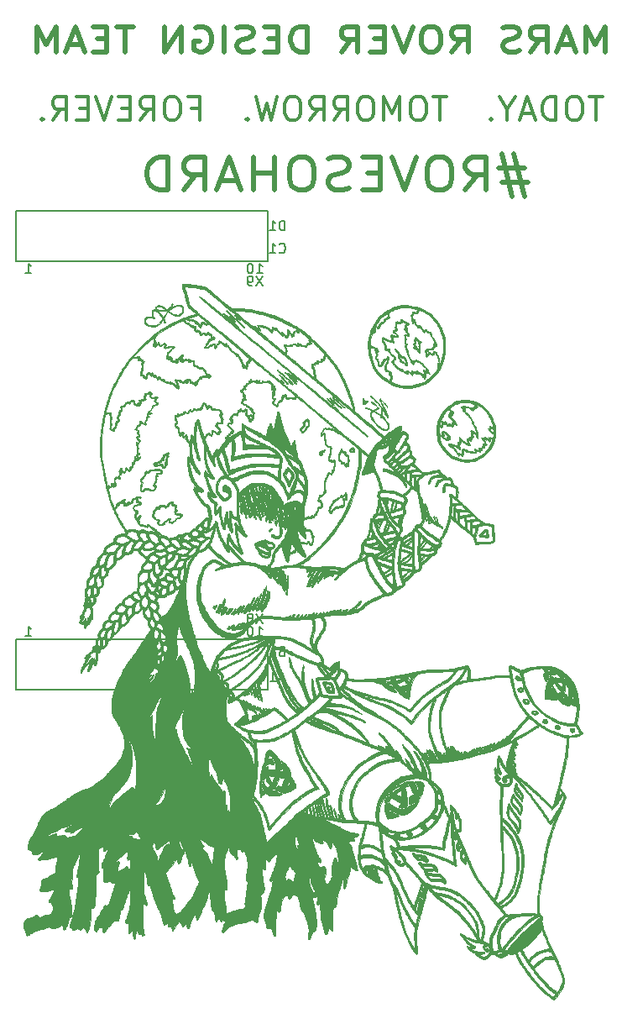
<source format=gbr>
G04 #@! TF.GenerationSoftware,KiCad,Pcbnew,(5.1.2)-1*
G04 #@! TF.CreationDate,2019-08-02T20:14:08-05:00*
G04 #@! TF.ProjectId,NavBoard_Hardware,4e617642-6f61-4726-945f-486172647761,rev?*
G04 #@! TF.SameCoordinates,Original*
G04 #@! TF.FileFunction,Legend,Bot*
G04 #@! TF.FilePolarity,Positive*
%FSLAX46Y46*%
G04 Gerber Fmt 4.6, Leading zero omitted, Abs format (unit mm)*
G04 Created by KiCad (PCBNEW (5.1.2)-1) date 2019-08-02 20:14:08*
%MOMM*%
%LPD*%
G04 APERTURE LIST*
%ADD10C,0.508000*%
%ADD11C,0.300000*%
%ADD12C,0.150000*%
%ADD13C,0.010000*%
G04 APERTURE END LIST*
D10*
X166602833Y-74476428D02*
X163972119Y-74476428D01*
X165550547Y-73061285D02*
X166602833Y-77306714D01*
X164322880Y-75891571D02*
X166953595Y-75891571D01*
X165375166Y-77306714D02*
X164322880Y-73061285D01*
X160639880Y-76677761D02*
X161867547Y-75105380D01*
X162744452Y-76677761D02*
X162744452Y-73375761D01*
X161341404Y-73375761D01*
X160990642Y-73533000D01*
X160815261Y-73690238D01*
X160639880Y-74004714D01*
X160639880Y-74476428D01*
X160815261Y-74790904D01*
X160990642Y-74948142D01*
X161341404Y-75105380D01*
X162744452Y-75105380D01*
X158359928Y-73375761D02*
X157658404Y-73375761D01*
X157307642Y-73533000D01*
X156956880Y-73847476D01*
X156781500Y-74476428D01*
X156781500Y-75577095D01*
X156956880Y-76206047D01*
X157307642Y-76520523D01*
X157658404Y-76677761D01*
X158359928Y-76677761D01*
X158710690Y-76520523D01*
X159061452Y-76206047D01*
X159236833Y-75577095D01*
X159236833Y-74476428D01*
X159061452Y-73847476D01*
X158710690Y-73533000D01*
X158359928Y-73375761D01*
X155729214Y-73375761D02*
X154501547Y-76677761D01*
X153273880Y-73375761D01*
X152046214Y-74948142D02*
X150818547Y-74948142D01*
X150292404Y-76677761D02*
X152046214Y-76677761D01*
X152046214Y-73375761D01*
X150292404Y-73375761D01*
X148889357Y-76520523D02*
X148363214Y-76677761D01*
X147486309Y-76677761D01*
X147135547Y-76520523D01*
X146960166Y-76363285D01*
X146784785Y-76048809D01*
X146784785Y-75734333D01*
X146960166Y-75419857D01*
X147135547Y-75262619D01*
X147486309Y-75105380D01*
X148187833Y-74948142D01*
X148538595Y-74790904D01*
X148713976Y-74633666D01*
X148889357Y-74319190D01*
X148889357Y-74004714D01*
X148713976Y-73690238D01*
X148538595Y-73533000D01*
X148187833Y-73375761D01*
X147310928Y-73375761D01*
X146784785Y-73533000D01*
X144504833Y-73375761D02*
X143803309Y-73375761D01*
X143452547Y-73533000D01*
X143101785Y-73847476D01*
X142926404Y-74476428D01*
X142926404Y-75577095D01*
X143101785Y-76206047D01*
X143452547Y-76520523D01*
X143803309Y-76677761D01*
X144504833Y-76677761D01*
X144855595Y-76520523D01*
X145206357Y-76206047D01*
X145381738Y-75577095D01*
X145381738Y-74476428D01*
X145206357Y-73847476D01*
X144855595Y-73533000D01*
X144504833Y-73375761D01*
X141347976Y-76677761D02*
X141347976Y-73375761D01*
X141347976Y-74948142D02*
X139243404Y-74948142D01*
X139243404Y-76677761D02*
X139243404Y-73375761D01*
X137664976Y-75734333D02*
X135911166Y-75734333D01*
X138015738Y-76677761D02*
X136788071Y-73375761D01*
X135560404Y-76677761D01*
X132228166Y-76677761D02*
X133455833Y-75105380D01*
X134332738Y-76677761D02*
X134332738Y-73375761D01*
X132929690Y-73375761D01*
X132578928Y-73533000D01*
X132403547Y-73690238D01*
X132228166Y-74004714D01*
X132228166Y-74476428D01*
X132403547Y-74790904D01*
X132578928Y-74948142D01*
X132929690Y-75105380D01*
X134332738Y-75105380D01*
X130649738Y-76677761D02*
X130649738Y-73375761D01*
X129772833Y-73375761D01*
X129246690Y-73533000D01*
X128895928Y-73847476D01*
X128720547Y-74161952D01*
X128545166Y-74790904D01*
X128545166Y-75262619D01*
X128720547Y-75891571D01*
X128895928Y-76206047D01*
X129246690Y-76520523D01*
X129772833Y-76677761D01*
X130649738Y-76677761D01*
D11*
X174488928Y-67258595D02*
X173110071Y-67258595D01*
X173799500Y-69671595D02*
X173799500Y-67258595D01*
X171846119Y-67258595D02*
X171386500Y-67258595D01*
X171156690Y-67373500D01*
X170926880Y-67603309D01*
X170811976Y-68062928D01*
X170811976Y-68867261D01*
X170926880Y-69326880D01*
X171156690Y-69556690D01*
X171386500Y-69671595D01*
X171846119Y-69671595D01*
X172075928Y-69556690D01*
X172305738Y-69326880D01*
X172420642Y-68867261D01*
X172420642Y-68062928D01*
X172305738Y-67603309D01*
X172075928Y-67373500D01*
X171846119Y-67258595D01*
X169777833Y-69671595D02*
X169777833Y-67258595D01*
X169203309Y-67258595D01*
X168858595Y-67373500D01*
X168628785Y-67603309D01*
X168513880Y-67833119D01*
X168398976Y-68292738D01*
X168398976Y-68637452D01*
X168513880Y-69097071D01*
X168628785Y-69326880D01*
X168858595Y-69556690D01*
X169203309Y-69671595D01*
X169777833Y-69671595D01*
X167479738Y-68982166D02*
X166330690Y-68982166D01*
X167709547Y-69671595D02*
X166905214Y-67258595D01*
X166100880Y-69671595D01*
X164836928Y-68522547D02*
X164836928Y-69671595D01*
X165641261Y-67258595D02*
X164836928Y-68522547D01*
X164032595Y-67258595D01*
X163228261Y-69441785D02*
X163113357Y-69556690D01*
X163228261Y-69671595D01*
X163343166Y-69556690D01*
X163228261Y-69441785D01*
X163228261Y-69671595D01*
X158746976Y-67258595D02*
X157368119Y-67258595D01*
X158057547Y-69671595D02*
X158057547Y-67258595D01*
X156104166Y-67258595D02*
X155644547Y-67258595D01*
X155414738Y-67373500D01*
X155184928Y-67603309D01*
X155070023Y-68062928D01*
X155070023Y-68867261D01*
X155184928Y-69326880D01*
X155414738Y-69556690D01*
X155644547Y-69671595D01*
X156104166Y-69671595D01*
X156333976Y-69556690D01*
X156563785Y-69326880D01*
X156678690Y-68867261D01*
X156678690Y-68062928D01*
X156563785Y-67603309D01*
X156333976Y-67373500D01*
X156104166Y-67258595D01*
X154035880Y-69671595D02*
X154035880Y-67258595D01*
X153231547Y-68982166D01*
X152427214Y-67258595D01*
X152427214Y-69671595D01*
X150818547Y-67258595D02*
X150358928Y-67258595D01*
X150129119Y-67373500D01*
X149899309Y-67603309D01*
X149784404Y-68062928D01*
X149784404Y-68867261D01*
X149899309Y-69326880D01*
X150129119Y-69556690D01*
X150358928Y-69671595D01*
X150818547Y-69671595D01*
X151048357Y-69556690D01*
X151278166Y-69326880D01*
X151393071Y-68867261D01*
X151393071Y-68062928D01*
X151278166Y-67603309D01*
X151048357Y-67373500D01*
X150818547Y-67258595D01*
X147371404Y-69671595D02*
X148175738Y-68522547D01*
X148750261Y-69671595D02*
X148750261Y-67258595D01*
X147831023Y-67258595D01*
X147601214Y-67373500D01*
X147486309Y-67488404D01*
X147371404Y-67718214D01*
X147371404Y-68062928D01*
X147486309Y-68292738D01*
X147601214Y-68407642D01*
X147831023Y-68522547D01*
X148750261Y-68522547D01*
X144958404Y-69671595D02*
X145762738Y-68522547D01*
X146337261Y-69671595D02*
X146337261Y-67258595D01*
X145418023Y-67258595D01*
X145188214Y-67373500D01*
X145073309Y-67488404D01*
X144958404Y-67718214D01*
X144958404Y-68062928D01*
X145073309Y-68292738D01*
X145188214Y-68407642D01*
X145418023Y-68522547D01*
X146337261Y-68522547D01*
X143464642Y-67258595D02*
X143005023Y-67258595D01*
X142775214Y-67373500D01*
X142545404Y-67603309D01*
X142430500Y-68062928D01*
X142430500Y-68867261D01*
X142545404Y-69326880D01*
X142775214Y-69556690D01*
X143005023Y-69671595D01*
X143464642Y-69671595D01*
X143694452Y-69556690D01*
X143924261Y-69326880D01*
X144039166Y-68867261D01*
X144039166Y-68062928D01*
X143924261Y-67603309D01*
X143694452Y-67373500D01*
X143464642Y-67258595D01*
X141626166Y-67258595D02*
X141051642Y-69671595D01*
X140592023Y-67948023D01*
X140132404Y-69671595D01*
X139557880Y-67258595D01*
X138638642Y-69441785D02*
X138523738Y-69556690D01*
X138638642Y-69671595D01*
X138753547Y-69556690D01*
X138638642Y-69441785D01*
X138638642Y-69671595D01*
X133008309Y-68407642D02*
X133812642Y-68407642D01*
X133812642Y-69671595D02*
X133812642Y-67258595D01*
X132663595Y-67258595D01*
X131284738Y-67258595D02*
X130825119Y-67258595D01*
X130595309Y-67373500D01*
X130365500Y-67603309D01*
X130250595Y-68062928D01*
X130250595Y-68867261D01*
X130365500Y-69326880D01*
X130595309Y-69556690D01*
X130825119Y-69671595D01*
X131284738Y-69671595D01*
X131514547Y-69556690D01*
X131744357Y-69326880D01*
X131859261Y-68867261D01*
X131859261Y-68062928D01*
X131744357Y-67603309D01*
X131514547Y-67373500D01*
X131284738Y-67258595D01*
X127837595Y-69671595D02*
X128641928Y-68522547D01*
X129216452Y-69671595D02*
X129216452Y-67258595D01*
X128297214Y-67258595D01*
X128067404Y-67373500D01*
X127952500Y-67488404D01*
X127837595Y-67718214D01*
X127837595Y-68062928D01*
X127952500Y-68292738D01*
X128067404Y-68407642D01*
X128297214Y-68522547D01*
X129216452Y-68522547D01*
X126803452Y-68407642D02*
X125999119Y-68407642D01*
X125654404Y-69671595D02*
X126803452Y-69671595D01*
X126803452Y-67258595D01*
X125654404Y-67258595D01*
X124964976Y-67258595D02*
X124160642Y-69671595D01*
X123356309Y-67258595D01*
X122551976Y-68407642D02*
X121747642Y-68407642D01*
X121402928Y-69671595D02*
X122551976Y-69671595D01*
X122551976Y-67258595D01*
X121402928Y-67258595D01*
X118989928Y-69671595D02*
X119794261Y-68522547D01*
X120368785Y-69671595D02*
X120368785Y-67258595D01*
X119449547Y-67258595D01*
X119219738Y-67373500D01*
X119104833Y-67488404D01*
X118989928Y-67718214D01*
X118989928Y-68062928D01*
X119104833Y-68292738D01*
X119219738Y-68407642D01*
X119449547Y-68522547D01*
X120368785Y-68522547D01*
X117955785Y-69441785D02*
X117840880Y-69556690D01*
X117955785Y-69671595D01*
X118070690Y-69556690D01*
X117955785Y-69441785D01*
X117955785Y-69671595D01*
D10*
X174703619Y-62744047D02*
X174703619Y-60204047D01*
X173729952Y-62018333D01*
X172756285Y-60204047D01*
X172756285Y-62744047D01*
X171504428Y-62018333D02*
X170113476Y-62018333D01*
X171782619Y-62744047D02*
X170808952Y-60204047D01*
X169835285Y-62744047D01*
X167192476Y-62744047D02*
X168166142Y-61534523D01*
X168861619Y-62744047D02*
X168861619Y-60204047D01*
X167748857Y-60204047D01*
X167470666Y-60325000D01*
X167331571Y-60445952D01*
X167192476Y-60687857D01*
X167192476Y-61050714D01*
X167331571Y-61292619D01*
X167470666Y-61413571D01*
X167748857Y-61534523D01*
X168861619Y-61534523D01*
X166079714Y-62623095D02*
X165662428Y-62744047D01*
X164966952Y-62744047D01*
X164688761Y-62623095D01*
X164549666Y-62502142D01*
X164410571Y-62260238D01*
X164410571Y-62018333D01*
X164549666Y-61776428D01*
X164688761Y-61655476D01*
X164966952Y-61534523D01*
X165523333Y-61413571D01*
X165801523Y-61292619D01*
X165940619Y-61171666D01*
X166079714Y-60929761D01*
X166079714Y-60687857D01*
X165940619Y-60445952D01*
X165801523Y-60325000D01*
X165523333Y-60204047D01*
X164827857Y-60204047D01*
X164410571Y-60325000D01*
X159264047Y-62744047D02*
X160237714Y-61534523D01*
X160933190Y-62744047D02*
X160933190Y-60204047D01*
X159820428Y-60204047D01*
X159542238Y-60325000D01*
X159403142Y-60445952D01*
X159264047Y-60687857D01*
X159264047Y-61050714D01*
X159403142Y-61292619D01*
X159542238Y-61413571D01*
X159820428Y-61534523D01*
X160933190Y-61534523D01*
X157455809Y-60204047D02*
X156899428Y-60204047D01*
X156621238Y-60325000D01*
X156343047Y-60566904D01*
X156203952Y-61050714D01*
X156203952Y-61897380D01*
X156343047Y-62381190D01*
X156621238Y-62623095D01*
X156899428Y-62744047D01*
X157455809Y-62744047D01*
X157734000Y-62623095D01*
X158012190Y-62381190D01*
X158151285Y-61897380D01*
X158151285Y-61050714D01*
X158012190Y-60566904D01*
X157734000Y-60325000D01*
X157455809Y-60204047D01*
X155369380Y-60204047D02*
X154395714Y-62744047D01*
X153422047Y-60204047D01*
X152448380Y-61413571D02*
X151474714Y-61413571D01*
X151057428Y-62744047D02*
X152448380Y-62744047D01*
X152448380Y-60204047D01*
X151057428Y-60204047D01*
X148136428Y-62744047D02*
X149110095Y-61534523D01*
X149805571Y-62744047D02*
X149805571Y-60204047D01*
X148692809Y-60204047D01*
X148414619Y-60325000D01*
X148275523Y-60445952D01*
X148136428Y-60687857D01*
X148136428Y-61050714D01*
X148275523Y-61292619D01*
X148414619Y-61413571D01*
X148692809Y-61534523D01*
X149805571Y-61534523D01*
X144659047Y-62744047D02*
X144659047Y-60204047D01*
X143963571Y-60204047D01*
X143546285Y-60325000D01*
X143268095Y-60566904D01*
X143129000Y-60808809D01*
X142989904Y-61292619D01*
X142989904Y-61655476D01*
X143129000Y-62139285D01*
X143268095Y-62381190D01*
X143546285Y-62623095D01*
X143963571Y-62744047D01*
X144659047Y-62744047D01*
X141738047Y-61413571D02*
X140764380Y-61413571D01*
X140347095Y-62744047D02*
X141738047Y-62744047D01*
X141738047Y-60204047D01*
X140347095Y-60204047D01*
X139234333Y-62623095D02*
X138817047Y-62744047D01*
X138121571Y-62744047D01*
X137843380Y-62623095D01*
X137704285Y-62502142D01*
X137565190Y-62260238D01*
X137565190Y-62018333D01*
X137704285Y-61776428D01*
X137843380Y-61655476D01*
X138121571Y-61534523D01*
X138677952Y-61413571D01*
X138956142Y-61292619D01*
X139095238Y-61171666D01*
X139234333Y-60929761D01*
X139234333Y-60687857D01*
X139095238Y-60445952D01*
X138956142Y-60325000D01*
X138677952Y-60204047D01*
X137982476Y-60204047D01*
X137565190Y-60325000D01*
X136313333Y-62744047D02*
X136313333Y-60204047D01*
X133392333Y-60325000D02*
X133670523Y-60204047D01*
X134087809Y-60204047D01*
X134505095Y-60325000D01*
X134783285Y-60566904D01*
X134922380Y-60808809D01*
X135061476Y-61292619D01*
X135061476Y-61655476D01*
X134922380Y-62139285D01*
X134783285Y-62381190D01*
X134505095Y-62623095D01*
X134087809Y-62744047D01*
X133809619Y-62744047D01*
X133392333Y-62623095D01*
X133253238Y-62502142D01*
X133253238Y-61655476D01*
X133809619Y-61655476D01*
X132001380Y-62744047D02*
X132001380Y-60204047D01*
X130332238Y-62744047D01*
X130332238Y-60204047D01*
X127133047Y-60204047D02*
X125463904Y-60204047D01*
X126298476Y-62744047D02*
X126298476Y-60204047D01*
X124490238Y-61413571D02*
X123516571Y-61413571D01*
X123099285Y-62744047D02*
X124490238Y-62744047D01*
X124490238Y-60204047D01*
X123099285Y-60204047D01*
X121986523Y-62018333D02*
X120595571Y-62018333D01*
X122264714Y-62744047D02*
X121291047Y-60204047D01*
X120317380Y-62744047D01*
X119343714Y-62744047D02*
X119343714Y-60204047D01*
X118370047Y-62018333D01*
X117396380Y-60204047D01*
X117396380Y-62744047D01*
D12*
X115265200Y-83870800D02*
X140665200Y-83870800D01*
X115265200Y-78790800D02*
X115265200Y-83870800D01*
X140665200Y-78790800D02*
X115265200Y-78790800D01*
X140665200Y-83870800D02*
X140665200Y-78790800D01*
X115265200Y-127050800D02*
X140665200Y-127050800D01*
X115265200Y-121970800D02*
X115265200Y-127050800D01*
X140665200Y-121970800D02*
X115265200Y-121970800D01*
X140665200Y-127050800D02*
X140665200Y-121970800D01*
D13*
G36*
X153496722Y-92668782D02*
G01*
X153489756Y-92719022D01*
X153508766Y-92781322D01*
X153551566Y-92838148D01*
X153555998Y-92841970D01*
X153612359Y-92896532D01*
X153681577Y-92973686D01*
X153717781Y-93017780D01*
X153775695Y-93099361D01*
X153803998Y-93170574D01*
X153812649Y-93259786D01*
X153812908Y-93288769D01*
X153835378Y-93473909D01*
X153905518Y-93638038D01*
X153960715Y-93717162D01*
X154010793Y-93792978D01*
X154027769Y-93847964D01*
X154009325Y-93873241D01*
X154001656Y-93873953D01*
X153978808Y-93897480D01*
X153974727Y-93923840D01*
X153998274Y-93963521D01*
X154057991Y-94008282D01*
X154137569Y-94050085D01*
X154220697Y-94080891D01*
X154291065Y-94092661D01*
X154312221Y-94090177D01*
X154354118Y-94093319D01*
X154408334Y-94127362D01*
X154483689Y-94198443D01*
X154514719Y-94231096D01*
X154601912Y-94320128D01*
X154662686Y-94369871D01*
X154704848Y-94385098D01*
X154736202Y-94370584D01*
X154738669Y-94368079D01*
X154756696Y-94313679D01*
X154754566Y-94218941D01*
X154738573Y-94123391D01*
X154621725Y-94123391D01*
X154618782Y-94167452D01*
X154600915Y-94164025D01*
X154573681Y-94136633D01*
X154521797Y-94087220D01*
X154450870Y-94025824D01*
X154428030Y-94007104D01*
X154350158Y-93955310D01*
X154286649Y-93942520D01*
X154260463Y-93947065D01*
X154209566Y-93953663D01*
X154191972Y-93925561D01*
X154190403Y-93890294D01*
X154165844Y-93785570D01*
X154091509Y-93666250D01*
X154023567Y-93587923D01*
X153982708Y-93529097D01*
X153954474Y-93460706D01*
X153943352Y-93400011D01*
X153953825Y-93364270D01*
X153964551Y-93360821D01*
X153989864Y-93380564D01*
X154038683Y-93431878D01*
X154089873Y-93491137D01*
X154157064Y-93565694D01*
X154206101Y-93601632D01*
X154249521Y-93607218D01*
X154261916Y-93604592D01*
X154344459Y-93609682D01*
X154420670Y-93661971D01*
X154478431Y-93751972D01*
X154489746Y-93782955D01*
X154526428Y-93879727D01*
X154570367Y-93970366D01*
X154571899Y-93973044D01*
X154606326Y-94050612D01*
X154621674Y-94120538D01*
X154621725Y-94123391D01*
X154738573Y-94123391D01*
X154733933Y-94095670D01*
X154696450Y-93955675D01*
X154670074Y-93878071D01*
X154582501Y-93681138D01*
X154483078Y-93534182D01*
X154373742Y-93439540D01*
X154275635Y-93402177D01*
X154186660Y-93384676D01*
X154136819Y-93365358D01*
X154111845Y-93334461D01*
X154097470Y-93282227D01*
X154097001Y-93279976D01*
X154072283Y-93228928D01*
X154018121Y-93151199D01*
X153942967Y-93056239D01*
X153855271Y-92953494D01*
X153763485Y-92852413D01*
X153676059Y-92762444D01*
X153601445Y-92693035D01*
X153548092Y-92653635D01*
X153531848Y-92648139D01*
X153496722Y-92668782D01*
X153496722Y-92668782D01*
G37*
X153496722Y-92668782D02*
X153489756Y-92719022D01*
X153508766Y-92781322D01*
X153551566Y-92838148D01*
X153555998Y-92841970D01*
X153612359Y-92896532D01*
X153681577Y-92973686D01*
X153717781Y-93017780D01*
X153775695Y-93099361D01*
X153803998Y-93170574D01*
X153812649Y-93259786D01*
X153812908Y-93288769D01*
X153835378Y-93473909D01*
X153905518Y-93638038D01*
X153960715Y-93717162D01*
X154010793Y-93792978D01*
X154027769Y-93847964D01*
X154009325Y-93873241D01*
X154001656Y-93873953D01*
X153978808Y-93897480D01*
X153974727Y-93923840D01*
X153998274Y-93963521D01*
X154057991Y-94008282D01*
X154137569Y-94050085D01*
X154220697Y-94080891D01*
X154291065Y-94092661D01*
X154312221Y-94090177D01*
X154354118Y-94093319D01*
X154408334Y-94127362D01*
X154483689Y-94198443D01*
X154514719Y-94231096D01*
X154601912Y-94320128D01*
X154662686Y-94369871D01*
X154704848Y-94385098D01*
X154736202Y-94370584D01*
X154738669Y-94368079D01*
X154756696Y-94313679D01*
X154754566Y-94218941D01*
X154738573Y-94123391D01*
X154621725Y-94123391D01*
X154618782Y-94167452D01*
X154600915Y-94164025D01*
X154573681Y-94136633D01*
X154521797Y-94087220D01*
X154450870Y-94025824D01*
X154428030Y-94007104D01*
X154350158Y-93955310D01*
X154286649Y-93942520D01*
X154260463Y-93947065D01*
X154209566Y-93953663D01*
X154191972Y-93925561D01*
X154190403Y-93890294D01*
X154165844Y-93785570D01*
X154091509Y-93666250D01*
X154023567Y-93587923D01*
X153982708Y-93529097D01*
X153954474Y-93460706D01*
X153943352Y-93400011D01*
X153953825Y-93364270D01*
X153964551Y-93360821D01*
X153989864Y-93380564D01*
X154038683Y-93431878D01*
X154089873Y-93491137D01*
X154157064Y-93565694D01*
X154206101Y-93601632D01*
X154249521Y-93607218D01*
X154261916Y-93604592D01*
X154344459Y-93609682D01*
X154420670Y-93661971D01*
X154478431Y-93751972D01*
X154489746Y-93782955D01*
X154526428Y-93879727D01*
X154570367Y-93970366D01*
X154571899Y-93973044D01*
X154606326Y-94050612D01*
X154621674Y-94120538D01*
X154621725Y-94123391D01*
X154738573Y-94123391D01*
X154733933Y-94095670D01*
X154696450Y-93955675D01*
X154670074Y-93878071D01*
X154582501Y-93681138D01*
X154483078Y-93534182D01*
X154373742Y-93439540D01*
X154275635Y-93402177D01*
X154186660Y-93384676D01*
X154136819Y-93365358D01*
X154111845Y-93334461D01*
X154097470Y-93282227D01*
X154097001Y-93279976D01*
X154072283Y-93228928D01*
X154018121Y-93151199D01*
X153942967Y-93056239D01*
X153855271Y-92953494D01*
X153763485Y-92852413D01*
X153676059Y-92762444D01*
X153601445Y-92693035D01*
X153548092Y-92653635D01*
X153531848Y-92648139D01*
X153496722Y-92668782D01*
G36*
X155577275Y-91518874D02*
G01*
X155546393Y-91554656D01*
X155549001Y-91580912D01*
X155544706Y-91631277D01*
X155513444Y-91698124D01*
X155505726Y-91709751D01*
X155467725Y-91774564D01*
X155462581Y-91828939D01*
X155478064Y-91883055D01*
X155494060Y-91944814D01*
X155487191Y-91999990D01*
X155453483Y-92072776D01*
X155444070Y-92089955D01*
X155378463Y-92208311D01*
X155431567Y-92300631D01*
X155472112Y-92378550D01*
X155479447Y-92423606D01*
X155452407Y-92448795D01*
X155417261Y-92460294D01*
X155361973Y-92494709D01*
X155349851Y-92532712D01*
X155373016Y-92589467D01*
X155430586Y-92646332D01*
X155504676Y-92689472D01*
X155572829Y-92705153D01*
X155636652Y-92721620D01*
X155705393Y-92761821D01*
X155760060Y-92811959D01*
X155781675Y-92856886D01*
X155798423Y-92896610D01*
X155840569Y-92959902D01*
X155869307Y-92996788D01*
X155926771Y-93060148D01*
X155966971Y-93083557D01*
X156002750Y-93074367D01*
X156003726Y-93073766D01*
X156029724Y-93045846D01*
X156044353Y-92993842D01*
X156050324Y-92904571D01*
X156050913Y-92844399D01*
X156047721Y-92736906D01*
X156039358Y-92647726D01*
X156035787Y-92631994D01*
X155935113Y-92631994D01*
X155933402Y-92715401D01*
X155913637Y-92758459D01*
X155901717Y-92762168D01*
X155875755Y-92742417D01*
X155831163Y-92693322D01*
X155817582Y-92676646D01*
X155760935Y-92621092D01*
X155707256Y-92592259D01*
X155697985Y-92591124D01*
X155653605Y-92575537D01*
X155651739Y-92541313D01*
X155673418Y-92519856D01*
X155700124Y-92474822D01*
X155686647Y-92412923D01*
X155637407Y-92349342D01*
X155619490Y-92334559D01*
X155555239Y-92268524D01*
X155543427Y-92202716D01*
X155582965Y-92130430D01*
X155585785Y-92127091D01*
X155621222Y-92050205D01*
X155631003Y-91932422D01*
X155635204Y-91847035D01*
X155648981Y-91799639D01*
X155657966Y-91794107D01*
X155693692Y-91812399D01*
X155751990Y-91857580D01*
X155786222Y-91888139D01*
X155848944Y-91956401D01*
X155867367Y-92004399D01*
X155862402Y-92020574D01*
X155858464Y-92076797D01*
X155888717Y-92162661D01*
X155888741Y-92162710D01*
X155919942Y-92248440D01*
X155915137Y-92308219D01*
X155911912Y-92314962D01*
X155900229Y-92387632D01*
X155916219Y-92509163D01*
X155918102Y-92518211D01*
X155935113Y-92631994D01*
X156035787Y-92631994D01*
X156027700Y-92596377D01*
X156008141Y-92536582D01*
X155990758Y-92453257D01*
X155988949Y-92441461D01*
X155983187Y-92369526D01*
X155996286Y-92338793D01*
X156015163Y-92334559D01*
X156041860Y-92322491D01*
X156045513Y-92277217D01*
X156039564Y-92236778D01*
X156033049Y-92167373D01*
X156053122Y-92128071D01*
X156096474Y-92101369D01*
X156154122Y-92063550D01*
X156164823Y-92026214D01*
X156127562Y-91980733D01*
X156077877Y-91943228D01*
X156015582Y-91893067D01*
X155930523Y-91815780D01*
X155837564Y-91725080D01*
X155802525Y-91689187D01*
X155702368Y-91590555D01*
X155631404Y-91534141D01*
X155585829Y-91517068D01*
X155577275Y-91518874D01*
X155577275Y-91518874D01*
G37*
X155577275Y-91518874D02*
X155546393Y-91554656D01*
X155549001Y-91580912D01*
X155544706Y-91631277D01*
X155513444Y-91698124D01*
X155505726Y-91709751D01*
X155467725Y-91774564D01*
X155462581Y-91828939D01*
X155478064Y-91883055D01*
X155494060Y-91944814D01*
X155487191Y-91999990D01*
X155453483Y-92072776D01*
X155444070Y-92089955D01*
X155378463Y-92208311D01*
X155431567Y-92300631D01*
X155472112Y-92378550D01*
X155479447Y-92423606D01*
X155452407Y-92448795D01*
X155417261Y-92460294D01*
X155361973Y-92494709D01*
X155349851Y-92532712D01*
X155373016Y-92589467D01*
X155430586Y-92646332D01*
X155504676Y-92689472D01*
X155572829Y-92705153D01*
X155636652Y-92721620D01*
X155705393Y-92761821D01*
X155760060Y-92811959D01*
X155781675Y-92856886D01*
X155798423Y-92896610D01*
X155840569Y-92959902D01*
X155869307Y-92996788D01*
X155926771Y-93060148D01*
X155966971Y-93083557D01*
X156002750Y-93074367D01*
X156003726Y-93073766D01*
X156029724Y-93045846D01*
X156044353Y-92993842D01*
X156050324Y-92904571D01*
X156050913Y-92844399D01*
X156047721Y-92736906D01*
X156039358Y-92647726D01*
X156035787Y-92631994D01*
X155935113Y-92631994D01*
X155933402Y-92715401D01*
X155913637Y-92758459D01*
X155901717Y-92762168D01*
X155875755Y-92742417D01*
X155831163Y-92693322D01*
X155817582Y-92676646D01*
X155760935Y-92621092D01*
X155707256Y-92592259D01*
X155697985Y-92591124D01*
X155653605Y-92575537D01*
X155651739Y-92541313D01*
X155673418Y-92519856D01*
X155700124Y-92474822D01*
X155686647Y-92412923D01*
X155637407Y-92349342D01*
X155619490Y-92334559D01*
X155555239Y-92268524D01*
X155543427Y-92202716D01*
X155582965Y-92130430D01*
X155585785Y-92127091D01*
X155621222Y-92050205D01*
X155631003Y-91932422D01*
X155635204Y-91847035D01*
X155648981Y-91799639D01*
X155657966Y-91794107D01*
X155693692Y-91812399D01*
X155751990Y-91857580D01*
X155786222Y-91888139D01*
X155848944Y-91956401D01*
X155867367Y-92004399D01*
X155862402Y-92020574D01*
X155858464Y-92076797D01*
X155888717Y-92162661D01*
X155888741Y-92162710D01*
X155919942Y-92248440D01*
X155915137Y-92308219D01*
X155911912Y-92314962D01*
X155900229Y-92387632D01*
X155916219Y-92509163D01*
X155918102Y-92518211D01*
X155935113Y-92631994D01*
X156035787Y-92631994D01*
X156027700Y-92596377D01*
X156008141Y-92536582D01*
X155990758Y-92453257D01*
X155988949Y-92441461D01*
X155983187Y-92369526D01*
X155996286Y-92338793D01*
X156015163Y-92334559D01*
X156041860Y-92322491D01*
X156045513Y-92277217D01*
X156039564Y-92236778D01*
X156033049Y-92167373D01*
X156053122Y-92128071D01*
X156096474Y-92101369D01*
X156154122Y-92063550D01*
X156164823Y-92026214D01*
X156127562Y-91980733D01*
X156077877Y-91943228D01*
X156015582Y-91893067D01*
X155930523Y-91815780D01*
X155837564Y-91725080D01*
X155802525Y-91689187D01*
X155702368Y-91590555D01*
X155631404Y-91534141D01*
X155585829Y-91517068D01*
X155577275Y-91518874D01*
G36*
X154073976Y-89697978D02*
G01*
X154051291Y-89721217D01*
X154046346Y-89775328D01*
X154048349Y-89829985D01*
X154054597Y-89962337D01*
X153953976Y-89975780D01*
X153862582Y-89974107D01*
X153810785Y-89950331D01*
X153735869Y-89908342D01*
X153667088Y-89918036D01*
X153609832Y-89974088D01*
X153569492Y-90071173D01*
X153551457Y-90203965D01*
X153551370Y-90206631D01*
X153545514Y-90317823D01*
X153536096Y-90419683D01*
X153528541Y-90471184D01*
X153524889Y-90552972D01*
X153540097Y-90617854D01*
X153553266Y-90667767D01*
X153530642Y-90707939D01*
X153465708Y-90745251D01*
X153393414Y-90772723D01*
X153323008Y-90803729D01*
X153289872Y-90843340D01*
X153278879Y-90899002D01*
X153283257Y-90970488D01*
X153320890Y-91024414D01*
X153350451Y-91048666D01*
X153413748Y-91088942D01*
X153463593Y-91108414D01*
X153467992Y-91108745D01*
X153510808Y-91129323D01*
X153568762Y-91179807D01*
X153626162Y-91243325D01*
X153667318Y-91303002D01*
X153678089Y-91334677D01*
X153655445Y-91356482D01*
X153596235Y-91358269D01*
X153513542Y-91342276D01*
X153420446Y-91310745D01*
X153353122Y-91279033D01*
X153260639Y-91235938D01*
X153197762Y-91228001D01*
X153150866Y-91256296D01*
X153120788Y-91297368D01*
X153097150Y-91340927D01*
X153088137Y-91383293D01*
X153093724Y-91441866D01*
X153113884Y-91534045D01*
X153120393Y-91561060D01*
X153143311Y-91657778D01*
X153159610Y-91730701D01*
X153165815Y-91764275D01*
X153165813Y-91764413D01*
X153141388Y-91773987D01*
X153079874Y-91782092D01*
X153040287Y-91784751D01*
X152924876Y-91775626D01*
X152840824Y-91734863D01*
X152759152Y-91694514D01*
X152675521Y-91678891D01*
X152567715Y-91655305D01*
X152458116Y-91581924D01*
X152405681Y-91530958D01*
X152345640Y-91486344D01*
X152284623Y-91489836D01*
X152227211Y-91524329D01*
X152187327Y-91564773D01*
X152177318Y-91617735D01*
X152184085Y-91673992D01*
X152212698Y-91790363D01*
X152258673Y-91921074D01*
X152314519Y-92049094D01*
X152372741Y-92157394D01*
X152425847Y-92228943D01*
X152429981Y-92232873D01*
X152467219Y-92270615D01*
X152489584Y-92310269D01*
X152500843Y-92367002D01*
X152504763Y-92455986D01*
X152505159Y-92535658D01*
X152505159Y-92769953D01*
X152631911Y-92809275D01*
X152709221Y-92837633D01*
X152762791Y-92865369D01*
X152775063Y-92876651D01*
X152812759Y-92900015D01*
X152845101Y-92904704D01*
X152898012Y-92930813D01*
X152931458Y-92983100D01*
X152979323Y-93082034D01*
X153037569Y-93180338D01*
X153096227Y-93263127D01*
X153145332Y-93315515D01*
X153160185Y-93324672D01*
X153214245Y-93362595D01*
X153240163Y-93392628D01*
X153293959Y-93437505D01*
X153333994Y-93451520D01*
X153391471Y-93486636D01*
X153419513Y-93537970D01*
X153430912Y-93597085D01*
X153409641Y-93641398D01*
X153372869Y-93675449D01*
X153323493Y-93727356D01*
X153300763Y-93772641D01*
X153300594Y-93775514D01*
X153278761Y-93814687D01*
X153225606Y-93856365D01*
X153219702Y-93859699D01*
X153164702Y-93899161D01*
X153139142Y-93936016D01*
X153138912Y-93938826D01*
X153158399Y-94004537D01*
X153208872Y-94088519D01*
X153278783Y-94173987D01*
X153340334Y-94231657D01*
X153410849Y-94299309D01*
X153466704Y-94371270D01*
X153477492Y-94390421D01*
X153519845Y-94457635D01*
X153580964Y-94533063D01*
X153647861Y-94603048D01*
X153707548Y-94653937D01*
X153745455Y-94672157D01*
X153782303Y-94686795D01*
X153850252Y-94725479D01*
X153935698Y-94780367D01*
X153950289Y-94790268D01*
X154054018Y-94855883D01*
X154159305Y-94913934D01*
X154242548Y-94951524D01*
X154327328Y-94988236D01*
X154434767Y-95043046D01*
X154541636Y-95104103D01*
X154541849Y-95104232D01*
X154633776Y-95156968D01*
X154711786Y-95195803D01*
X154760984Y-95213431D01*
X154765135Y-95213795D01*
X154814817Y-95189093D01*
X154845733Y-95128709D01*
X154847819Y-95053230D01*
X154846490Y-95047361D01*
X154842320Y-94999429D01*
X154851838Y-94985737D01*
X154883282Y-95002823D01*
X154940123Y-95045799D01*
X155007819Y-95102246D01*
X155071831Y-95159742D01*
X155117617Y-95205867D01*
X155130769Y-95223998D01*
X155163446Y-95274029D01*
X155211212Y-95318836D01*
X155255155Y-95342541D01*
X155270351Y-95341169D01*
X155297470Y-95305259D01*
X155330035Y-95239241D01*
X155335402Y-95226100D01*
X155360192Y-95172407D01*
X155390021Y-95142075D01*
X155436351Y-95133170D01*
X155510641Y-95143756D01*
X155624352Y-95171900D01*
X155636875Y-95175218D01*
X155734814Y-95198986D01*
X155793480Y-95206063D01*
X155824999Y-95197002D01*
X155835786Y-95184288D01*
X155877114Y-95161652D01*
X155944373Y-95172555D01*
X156025823Y-95209736D01*
X156109726Y-95265936D01*
X156184343Y-95333893D01*
X156237937Y-95406346D01*
X156253359Y-95442577D01*
X156290932Y-95495864D01*
X156320337Y-95513050D01*
X156364447Y-95548374D01*
X156410203Y-95614649D01*
X156420072Y-95634112D01*
X156468989Y-95718164D01*
X156511102Y-95746110D01*
X156547399Y-95718258D01*
X156565211Y-95679356D01*
X156577524Y-95614388D01*
X156585060Y-95510603D01*
X156586746Y-95386067D01*
X156585600Y-95336172D01*
X156576709Y-95073700D01*
X156640272Y-95090592D01*
X156701694Y-95089791D01*
X156725874Y-95069781D01*
X156749410Y-95057145D01*
X156790972Y-95081036D01*
X156850272Y-95137191D01*
X156937484Y-95213155D01*
X156999527Y-95241228D01*
X157033043Y-95225663D01*
X157034668Y-95170715D01*
X157001042Y-95080638D01*
X156956844Y-95002316D01*
X156902767Y-94912583D01*
X156869863Y-94853018D01*
X156739269Y-94853018D01*
X156728439Y-94869564D01*
X156688637Y-94845082D01*
X156673690Y-94831441D01*
X156633870Y-94798513D01*
X156610966Y-94806161D01*
X156594843Y-94833398D01*
X156572095Y-94867474D01*
X156546766Y-94862615D01*
X156512514Y-94832023D01*
X156455799Y-94799219D01*
X156404303Y-94801241D01*
X156376150Y-94835796D01*
X156374885Y-94849433D01*
X156383804Y-94897784D01*
X156405573Y-94973956D01*
X156414148Y-94999991D01*
X156439249Y-95086694D01*
X156453247Y-95160162D01*
X156454188Y-95173642D01*
X156449996Y-95209264D01*
X156426282Y-95222916D01*
X156369205Y-95219146D01*
X156332682Y-95213579D01*
X156225846Y-95180738D01*
X156169369Y-95132576D01*
X156115084Y-95085470D01*
X156064931Y-95071259D01*
X156009179Y-95054445D01*
X155932245Y-95011065D01*
X155874139Y-94968788D01*
X155798625Y-94912193D01*
X155752828Y-94890674D01*
X155727250Y-94900167D01*
X155724185Y-94904646D01*
X155703246Y-94952980D01*
X155700795Y-94967280D01*
X155676077Y-94977828D01*
X155611765Y-94981895D01*
X155524490Y-94978753D01*
X155411856Y-94965030D01*
X155336343Y-94940269D01*
X155283810Y-94901575D01*
X155222063Y-94858589D01*
X155180852Y-94866023D01*
X155166713Y-94920375D01*
X155171400Y-94961772D01*
X155168883Y-95034005D01*
X155134833Y-95066501D01*
X155080400Y-95052013D01*
X155058985Y-95034865D01*
X155005319Y-94995097D01*
X154928509Y-94950107D01*
X154843941Y-94907378D01*
X154767003Y-94874391D01*
X154713083Y-94858630D01*
X154699059Y-94859845D01*
X154680898Y-94897180D01*
X154675753Y-94942976D01*
X154662653Y-95010807D01*
X154624069Y-95028634D01*
X154561082Y-94996073D01*
X154550519Y-94987590D01*
X154493345Y-94946981D01*
X154451229Y-94928780D01*
X154449665Y-94928708D01*
X154417924Y-94908507D01*
X154364046Y-94855649D01*
X154302008Y-94784336D01*
X154221902Y-94696441D01*
X154164665Y-94657097D01*
X154143488Y-94656583D01*
X154084137Y-94658064D01*
X153986057Y-94633719D01*
X153857518Y-94585686D01*
X153839872Y-94578188D01*
X153795299Y-94546669D01*
X153724227Y-94482516D01*
X153636557Y-94395164D01*
X153545124Y-94297301D01*
X153317785Y-94045416D01*
X153376599Y-93979227D01*
X153418771Y-93912599D01*
X153435414Y-93850124D01*
X153460408Y-93786233D01*
X153502823Y-93754736D01*
X153547332Y-93723048D01*
X153566684Y-93672197D01*
X153570233Y-93603698D01*
X153558186Y-93503789D01*
X153517122Y-93434608D01*
X153509564Y-93427034D01*
X153445717Y-93359922D01*
X153399724Y-93305088D01*
X153339229Y-93257259D01*
X153296587Y-93256160D01*
X153235608Y-93250457D01*
X153187930Y-93223302D01*
X153129333Y-93158242D01*
X153071571Y-93072542D01*
X153026126Y-92985789D01*
X153004479Y-92917570D01*
X153003991Y-92909525D01*
X152995259Y-92845743D01*
X152974192Y-92765834D01*
X152973570Y-92763935D01*
X152947837Y-92702328D01*
X152913238Y-92682400D01*
X152852232Y-92689705D01*
X152783825Y-92694873D01*
X152761316Y-92675673D01*
X152738203Y-92656329D01*
X152680424Y-92662392D01*
X152624110Y-92666702D01*
X152600318Y-92641369D01*
X152607574Y-92579906D01*
X152640361Y-92485983D01*
X152681190Y-92382673D01*
X152543185Y-92214923D01*
X152436451Y-92064582D01*
X152368527Y-91915824D01*
X152356542Y-91877342D01*
X152334421Y-91786758D01*
X152325211Y-91719847D01*
X152329732Y-91693250D01*
X152362962Y-91698313D01*
X152428694Y-91725422D01*
X152509250Y-91766854D01*
X152637303Y-91830620D01*
X152780594Y-91889831D01*
X152925293Y-91939967D01*
X153057569Y-91976506D01*
X153163590Y-91994928D01*
X153208539Y-91995437D01*
X153270696Y-92010263D01*
X153299474Y-92033805D01*
X153348938Y-92070959D01*
X153399545Y-92074990D01*
X153431914Y-92046911D01*
X153435414Y-92026680D01*
X153421821Y-91967465D01*
X153409044Y-91947488D01*
X153380909Y-91900358D01*
X153348639Y-91820454D01*
X153315876Y-91721176D01*
X153286263Y-91615925D01*
X153263443Y-91518103D01*
X153251058Y-91441110D01*
X153252753Y-91398347D01*
X153258537Y-91393818D01*
X153292267Y-91405767D01*
X153351617Y-91435051D01*
X153361174Y-91440216D01*
X153440465Y-91470613D01*
X153541095Y-91492976D01*
X153582287Y-91497959D01*
X153676637Y-91505985D01*
X153758776Y-91513253D01*
X153785103Y-91515703D01*
X153842031Y-91503436D01*
X153865907Y-91458712D01*
X153860075Y-91391144D01*
X153827880Y-91310346D01*
X153772664Y-91225930D01*
X153697773Y-91147512D01*
X153642542Y-91105870D01*
X153531487Y-91029562D01*
X153467265Y-90975744D01*
X153450566Y-90945092D01*
X153471049Y-90937701D01*
X153514412Y-90914670D01*
X153526056Y-90894940D01*
X153564415Y-90862676D01*
X153631404Y-90852179D01*
X153725457Y-90836113D01*
X153775246Y-90793080D01*
X153777775Y-90730829D01*
X153730045Y-90657109D01*
X153713204Y-90640758D01*
X153669017Y-90595979D01*
X153653931Y-90555683D01*
X153663076Y-90496256D01*
X153674664Y-90453922D01*
X153694003Y-90338117D01*
X153691721Y-90226054D01*
X153691274Y-90223159D01*
X153682977Y-90125690D01*
X153698540Y-90077122D01*
X153739695Y-90074363D01*
X153767358Y-90087430D01*
X153828260Y-90108366D01*
X153917496Y-90124180D01*
X153969345Y-90128794D01*
X154089968Y-90119146D01*
X154172898Y-90077090D01*
X154213769Y-90005416D01*
X154217367Y-89970136D01*
X154231263Y-89910828D01*
X154273031Y-89900192D01*
X154342793Y-89938212D01*
X154360253Y-89951765D01*
X154439810Y-90007122D01*
X154538571Y-90064494D01*
X154582864Y-90086833D01*
X154656508Y-90123370D01*
X154685971Y-90145061D01*
X154676999Y-90158610D01*
X154651341Y-90166732D01*
X154593293Y-90195744D01*
X154566834Y-90225667D01*
X154522830Y-90322536D01*
X154501256Y-90385408D01*
X154500438Y-90431293D01*
X154518702Y-90477195D01*
X154538595Y-90512639D01*
X154583919Y-90602635D01*
X154592250Y-90654744D01*
X154562991Y-90673152D01*
X154516537Y-90667478D01*
X154448455Y-90664824D01*
X154419553Y-90694112D01*
X154428376Y-90749805D01*
X154473465Y-90826362D01*
X154553364Y-90918246D01*
X154592399Y-90955889D01*
X154664802Y-91032337D01*
X154722706Y-91110883D01*
X154758876Y-91179393D01*
X154766076Y-91225732D01*
X154759094Y-91235428D01*
X154718127Y-91237003D01*
X154666280Y-91219518D01*
X154588535Y-91201163D01*
X154529440Y-91205446D01*
X154480952Y-91234825D01*
X154460543Y-91294130D01*
X154467600Y-91390048D01*
X154500196Y-91524697D01*
X154532398Y-91665494D01*
X154535479Y-91769391D01*
X154509421Y-91847486D01*
X154499630Y-91862510D01*
X154465562Y-91934060D01*
X154470386Y-92010017D01*
X154515659Y-92104577D01*
X154528372Y-92124900D01*
X154569151Y-92204264D01*
X154581394Y-92264971D01*
X154578983Y-92275829D01*
X154541583Y-92372455D01*
X154524534Y-92439325D01*
X154529171Y-92496824D01*
X154556829Y-92565334D01*
X154603879Y-92655845D01*
X154668926Y-92798332D01*
X154700304Y-92913861D01*
X154702717Y-92946741D01*
X154724077Y-93107246D01*
X154787075Y-93297209D01*
X154890092Y-93512047D01*
X154923972Y-93572704D01*
X154985965Y-93687398D01*
X155039140Y-93797957D01*
X155074852Y-93885962D01*
X155081949Y-93909281D01*
X155117040Y-93996362D01*
X155173754Y-94087708D01*
X155240519Y-94169007D01*
X155305761Y-94225949D01*
X155353091Y-94244547D01*
X155388074Y-94233059D01*
X155398610Y-94188582D01*
X155397141Y-94151916D01*
X155398853Y-94085926D01*
X155423785Y-94056933D01*
X155451025Y-94050150D01*
X155511852Y-94019838D01*
X155539606Y-93985991D01*
X155578202Y-93943703D01*
X155638754Y-93935585D01*
X155728259Y-93962267D01*
X155831427Y-94012298D01*
X155925120Y-94060260D01*
X156010411Y-94100323D01*
X156056518Y-94119201D01*
X156112750Y-94152570D01*
X156195468Y-94218482D01*
X156294814Y-94307355D01*
X156400931Y-94409608D01*
X156503962Y-94515661D01*
X156594051Y-94615933D01*
X156661339Y-94700843D01*
X156673958Y-94719337D01*
X156721113Y-94801068D01*
X156739269Y-94853018D01*
X156869863Y-94853018D01*
X156859706Y-94834632D01*
X156839459Y-94791317D01*
X156810166Y-94743145D01*
X156750043Y-94667260D01*
X156666587Y-94571374D01*
X156567295Y-94463200D01*
X156459663Y-94350451D01*
X156351187Y-94240837D01*
X156249363Y-94142071D01*
X156161689Y-94061866D01*
X156095660Y-94007932D01*
X156058773Y-93987983D01*
X156058591Y-93987982D01*
X156019327Y-93975048D01*
X155953298Y-93943191D01*
X155879980Y-93902827D01*
X155818847Y-93864370D01*
X155798925Y-93849104D01*
X155751668Y-93825694D01*
X155676997Y-93804923D01*
X155657297Y-93801211D01*
X155576073Y-93795258D01*
X155527038Y-93814560D01*
X155513340Y-93829019D01*
X155465950Y-93860301D01*
X155390147Y-93857774D01*
X155386563Y-93857077D01*
X155325075Y-93849429D01*
X155300021Y-93864688D01*
X155295923Y-93897605D01*
X155287064Y-93957666D01*
X155261732Y-93965320D01*
X155221801Y-93921772D01*
X155169142Y-93828229D01*
X155160391Y-93810231D01*
X155105673Y-93697943D01*
X155037817Y-93561581D01*
X154969715Y-93427003D01*
X154956230Y-93400691D01*
X154892233Y-93267512D01*
X154854841Y-93165125D01*
X154838991Y-93078176D01*
X154837537Y-93040807D01*
X154819927Y-92882682D01*
X154772467Y-92726780D01*
X154703294Y-92599679D01*
X154655860Y-92500721D01*
X154661577Y-92404708D01*
X154690093Y-92350490D01*
X154715695Y-92293417D01*
X154728230Y-92224650D01*
X154726296Y-92165069D01*
X154708492Y-92135553D01*
X154704553Y-92135008D01*
X154673670Y-92113881D01*
X154630439Y-92061977D01*
X154623136Y-92051431D01*
X154566846Y-91967854D01*
X154625872Y-91848128D01*
X154660819Y-91768891D01*
X154669791Y-91712833D01*
X154655648Y-91654952D01*
X154649724Y-91639505D01*
X154622103Y-91548397D01*
X154602415Y-91446847D01*
X154601481Y-91439347D01*
X154595829Y-91369175D01*
X154604895Y-91342837D01*
X154633823Y-91348062D01*
X154638823Y-91350205D01*
X154739012Y-91392678D01*
X154803227Y-91414925D01*
X154844524Y-91420466D01*
X154874006Y-91413629D01*
X154911827Y-91371275D01*
X154919291Y-91295927D01*
X154899294Y-91199478D01*
X154854732Y-91093818D01*
X154788502Y-90990838D01*
X154763769Y-90961029D01*
X154719880Y-90902083D01*
X154711229Y-90850928D01*
X154724126Y-90799758D01*
X154738197Y-90683535D01*
X154728049Y-90605386D01*
X154705370Y-90467978D01*
X154705573Y-90370812D01*
X154728304Y-90318510D01*
X154750645Y-90310541D01*
X154818957Y-90291045D01*
X154880781Y-90243876D01*
X154916035Y-90186010D01*
X154918429Y-90168713D01*
X154896458Y-90122421D01*
X154842639Y-90068998D01*
X154775110Y-90022705D01*
X154712009Y-89997804D01*
X154699535Y-89996596D01*
X154662255Y-89981633D01*
X154591743Y-89941609D01*
X154499487Y-89883330D01*
X154433078Y-89838730D01*
X154311612Y-89759221D01*
X154222727Y-89711295D01*
X154157205Y-89690510D01*
X154122993Y-89689431D01*
X154073976Y-89697978D01*
X154073976Y-89697978D01*
G37*
X154073976Y-89697978D02*
X154051291Y-89721217D01*
X154046346Y-89775328D01*
X154048349Y-89829985D01*
X154054597Y-89962337D01*
X153953976Y-89975780D01*
X153862582Y-89974107D01*
X153810785Y-89950331D01*
X153735869Y-89908342D01*
X153667088Y-89918036D01*
X153609832Y-89974088D01*
X153569492Y-90071173D01*
X153551457Y-90203965D01*
X153551370Y-90206631D01*
X153545514Y-90317823D01*
X153536096Y-90419683D01*
X153528541Y-90471184D01*
X153524889Y-90552972D01*
X153540097Y-90617854D01*
X153553266Y-90667767D01*
X153530642Y-90707939D01*
X153465708Y-90745251D01*
X153393414Y-90772723D01*
X153323008Y-90803729D01*
X153289872Y-90843340D01*
X153278879Y-90899002D01*
X153283257Y-90970488D01*
X153320890Y-91024414D01*
X153350451Y-91048666D01*
X153413748Y-91088942D01*
X153463593Y-91108414D01*
X153467992Y-91108745D01*
X153510808Y-91129323D01*
X153568762Y-91179807D01*
X153626162Y-91243325D01*
X153667318Y-91303002D01*
X153678089Y-91334677D01*
X153655445Y-91356482D01*
X153596235Y-91358269D01*
X153513542Y-91342276D01*
X153420446Y-91310745D01*
X153353122Y-91279033D01*
X153260639Y-91235938D01*
X153197762Y-91228001D01*
X153150866Y-91256296D01*
X153120788Y-91297368D01*
X153097150Y-91340927D01*
X153088137Y-91383293D01*
X153093724Y-91441866D01*
X153113884Y-91534045D01*
X153120393Y-91561060D01*
X153143311Y-91657778D01*
X153159610Y-91730701D01*
X153165815Y-91764275D01*
X153165813Y-91764413D01*
X153141388Y-91773987D01*
X153079874Y-91782092D01*
X153040287Y-91784751D01*
X152924876Y-91775626D01*
X152840824Y-91734863D01*
X152759152Y-91694514D01*
X152675521Y-91678891D01*
X152567715Y-91655305D01*
X152458116Y-91581924D01*
X152405681Y-91530958D01*
X152345640Y-91486344D01*
X152284623Y-91489836D01*
X152227211Y-91524329D01*
X152187327Y-91564773D01*
X152177318Y-91617735D01*
X152184085Y-91673992D01*
X152212698Y-91790363D01*
X152258673Y-91921074D01*
X152314519Y-92049094D01*
X152372741Y-92157394D01*
X152425847Y-92228943D01*
X152429981Y-92232873D01*
X152467219Y-92270615D01*
X152489584Y-92310269D01*
X152500843Y-92367002D01*
X152504763Y-92455986D01*
X152505159Y-92535658D01*
X152505159Y-92769953D01*
X152631911Y-92809275D01*
X152709221Y-92837633D01*
X152762791Y-92865369D01*
X152775063Y-92876651D01*
X152812759Y-92900015D01*
X152845101Y-92904704D01*
X152898012Y-92930813D01*
X152931458Y-92983100D01*
X152979323Y-93082034D01*
X153037569Y-93180338D01*
X153096227Y-93263127D01*
X153145332Y-93315515D01*
X153160185Y-93324672D01*
X153214245Y-93362595D01*
X153240163Y-93392628D01*
X153293959Y-93437505D01*
X153333994Y-93451520D01*
X153391471Y-93486636D01*
X153419513Y-93537970D01*
X153430912Y-93597085D01*
X153409641Y-93641398D01*
X153372869Y-93675449D01*
X153323493Y-93727356D01*
X153300763Y-93772641D01*
X153300594Y-93775514D01*
X153278761Y-93814687D01*
X153225606Y-93856365D01*
X153219702Y-93859699D01*
X153164702Y-93899161D01*
X153139142Y-93936016D01*
X153138912Y-93938826D01*
X153158399Y-94004537D01*
X153208872Y-94088519D01*
X153278783Y-94173987D01*
X153340334Y-94231657D01*
X153410849Y-94299309D01*
X153466704Y-94371270D01*
X153477492Y-94390421D01*
X153519845Y-94457635D01*
X153580964Y-94533063D01*
X153647861Y-94603048D01*
X153707548Y-94653937D01*
X153745455Y-94672157D01*
X153782303Y-94686795D01*
X153850252Y-94725479D01*
X153935698Y-94780367D01*
X153950289Y-94790268D01*
X154054018Y-94855883D01*
X154159305Y-94913934D01*
X154242548Y-94951524D01*
X154327328Y-94988236D01*
X154434767Y-95043046D01*
X154541636Y-95104103D01*
X154541849Y-95104232D01*
X154633776Y-95156968D01*
X154711786Y-95195803D01*
X154760984Y-95213431D01*
X154765135Y-95213795D01*
X154814817Y-95189093D01*
X154845733Y-95128709D01*
X154847819Y-95053230D01*
X154846490Y-95047361D01*
X154842320Y-94999429D01*
X154851838Y-94985737D01*
X154883282Y-95002823D01*
X154940123Y-95045799D01*
X155007819Y-95102246D01*
X155071831Y-95159742D01*
X155117617Y-95205867D01*
X155130769Y-95223998D01*
X155163446Y-95274029D01*
X155211212Y-95318836D01*
X155255155Y-95342541D01*
X155270351Y-95341169D01*
X155297470Y-95305259D01*
X155330035Y-95239241D01*
X155335402Y-95226100D01*
X155360192Y-95172407D01*
X155390021Y-95142075D01*
X155436351Y-95133170D01*
X155510641Y-95143756D01*
X155624352Y-95171900D01*
X155636875Y-95175218D01*
X155734814Y-95198986D01*
X155793480Y-95206063D01*
X155824999Y-95197002D01*
X155835786Y-95184288D01*
X155877114Y-95161652D01*
X155944373Y-95172555D01*
X156025823Y-95209736D01*
X156109726Y-95265936D01*
X156184343Y-95333893D01*
X156237937Y-95406346D01*
X156253359Y-95442577D01*
X156290932Y-95495864D01*
X156320337Y-95513050D01*
X156364447Y-95548374D01*
X156410203Y-95614649D01*
X156420072Y-95634112D01*
X156468989Y-95718164D01*
X156511102Y-95746110D01*
X156547399Y-95718258D01*
X156565211Y-95679356D01*
X156577524Y-95614388D01*
X156585060Y-95510603D01*
X156586746Y-95386067D01*
X156585600Y-95336172D01*
X156576709Y-95073700D01*
X156640272Y-95090592D01*
X156701694Y-95089791D01*
X156725874Y-95069781D01*
X156749410Y-95057145D01*
X156790972Y-95081036D01*
X156850272Y-95137191D01*
X156937484Y-95213155D01*
X156999527Y-95241228D01*
X157033043Y-95225663D01*
X157034668Y-95170715D01*
X157001042Y-95080638D01*
X156956844Y-95002316D01*
X156902767Y-94912583D01*
X156869863Y-94853018D01*
X156739269Y-94853018D01*
X156728439Y-94869564D01*
X156688637Y-94845082D01*
X156673690Y-94831441D01*
X156633870Y-94798513D01*
X156610966Y-94806161D01*
X156594843Y-94833398D01*
X156572095Y-94867474D01*
X156546766Y-94862615D01*
X156512514Y-94832023D01*
X156455799Y-94799219D01*
X156404303Y-94801241D01*
X156376150Y-94835796D01*
X156374885Y-94849433D01*
X156383804Y-94897784D01*
X156405573Y-94973956D01*
X156414148Y-94999991D01*
X156439249Y-95086694D01*
X156453247Y-95160162D01*
X156454188Y-95173642D01*
X156449996Y-95209264D01*
X156426282Y-95222916D01*
X156369205Y-95219146D01*
X156332682Y-95213579D01*
X156225846Y-95180738D01*
X156169369Y-95132576D01*
X156115084Y-95085470D01*
X156064931Y-95071259D01*
X156009179Y-95054445D01*
X155932245Y-95011065D01*
X155874139Y-94968788D01*
X155798625Y-94912193D01*
X155752828Y-94890674D01*
X155727250Y-94900167D01*
X155724185Y-94904646D01*
X155703246Y-94952980D01*
X155700795Y-94967280D01*
X155676077Y-94977828D01*
X155611765Y-94981895D01*
X155524490Y-94978753D01*
X155411856Y-94965030D01*
X155336343Y-94940269D01*
X155283810Y-94901575D01*
X155222063Y-94858589D01*
X155180852Y-94866023D01*
X155166713Y-94920375D01*
X155171400Y-94961772D01*
X155168883Y-95034005D01*
X155134833Y-95066501D01*
X155080400Y-95052013D01*
X155058985Y-95034865D01*
X155005319Y-94995097D01*
X154928509Y-94950107D01*
X154843941Y-94907378D01*
X154767003Y-94874391D01*
X154713083Y-94858630D01*
X154699059Y-94859845D01*
X154680898Y-94897180D01*
X154675753Y-94942976D01*
X154662653Y-95010807D01*
X154624069Y-95028634D01*
X154561082Y-94996073D01*
X154550519Y-94987590D01*
X154493345Y-94946981D01*
X154451229Y-94928780D01*
X154449665Y-94928708D01*
X154417924Y-94908507D01*
X154364046Y-94855649D01*
X154302008Y-94784336D01*
X154221902Y-94696441D01*
X154164665Y-94657097D01*
X154143488Y-94656583D01*
X154084137Y-94658064D01*
X153986057Y-94633719D01*
X153857518Y-94585686D01*
X153839872Y-94578188D01*
X153795299Y-94546669D01*
X153724227Y-94482516D01*
X153636557Y-94395164D01*
X153545124Y-94297301D01*
X153317785Y-94045416D01*
X153376599Y-93979227D01*
X153418771Y-93912599D01*
X153435414Y-93850124D01*
X153460408Y-93786233D01*
X153502823Y-93754736D01*
X153547332Y-93723048D01*
X153566684Y-93672197D01*
X153570233Y-93603698D01*
X153558186Y-93503789D01*
X153517122Y-93434608D01*
X153509564Y-93427034D01*
X153445717Y-93359922D01*
X153399724Y-93305088D01*
X153339229Y-93257259D01*
X153296587Y-93256160D01*
X153235608Y-93250457D01*
X153187930Y-93223302D01*
X153129333Y-93158242D01*
X153071571Y-93072542D01*
X153026126Y-92985789D01*
X153004479Y-92917570D01*
X153003991Y-92909525D01*
X152995259Y-92845743D01*
X152974192Y-92765834D01*
X152973570Y-92763935D01*
X152947837Y-92702328D01*
X152913238Y-92682400D01*
X152852232Y-92689705D01*
X152783825Y-92694873D01*
X152761316Y-92675673D01*
X152738203Y-92656329D01*
X152680424Y-92662392D01*
X152624110Y-92666702D01*
X152600318Y-92641369D01*
X152607574Y-92579906D01*
X152640361Y-92485983D01*
X152681190Y-92382673D01*
X152543185Y-92214923D01*
X152436451Y-92064582D01*
X152368527Y-91915824D01*
X152356542Y-91877342D01*
X152334421Y-91786758D01*
X152325211Y-91719847D01*
X152329732Y-91693250D01*
X152362962Y-91698313D01*
X152428694Y-91725422D01*
X152509250Y-91766854D01*
X152637303Y-91830620D01*
X152780594Y-91889831D01*
X152925293Y-91939967D01*
X153057569Y-91976506D01*
X153163590Y-91994928D01*
X153208539Y-91995437D01*
X153270696Y-92010263D01*
X153299474Y-92033805D01*
X153348938Y-92070959D01*
X153399545Y-92074990D01*
X153431914Y-92046911D01*
X153435414Y-92026680D01*
X153421821Y-91967465D01*
X153409044Y-91947488D01*
X153380909Y-91900358D01*
X153348639Y-91820454D01*
X153315876Y-91721176D01*
X153286263Y-91615925D01*
X153263443Y-91518103D01*
X153251058Y-91441110D01*
X153252753Y-91398347D01*
X153258537Y-91393818D01*
X153292267Y-91405767D01*
X153351617Y-91435051D01*
X153361174Y-91440216D01*
X153440465Y-91470613D01*
X153541095Y-91492976D01*
X153582287Y-91497959D01*
X153676637Y-91505985D01*
X153758776Y-91513253D01*
X153785103Y-91515703D01*
X153842031Y-91503436D01*
X153865907Y-91458712D01*
X153860075Y-91391144D01*
X153827880Y-91310346D01*
X153772664Y-91225930D01*
X153697773Y-91147512D01*
X153642542Y-91105870D01*
X153531487Y-91029562D01*
X153467265Y-90975744D01*
X153450566Y-90945092D01*
X153471049Y-90937701D01*
X153514412Y-90914670D01*
X153526056Y-90894940D01*
X153564415Y-90862676D01*
X153631404Y-90852179D01*
X153725457Y-90836113D01*
X153775246Y-90793080D01*
X153777775Y-90730829D01*
X153730045Y-90657109D01*
X153713204Y-90640758D01*
X153669017Y-90595979D01*
X153653931Y-90555683D01*
X153663076Y-90496256D01*
X153674664Y-90453922D01*
X153694003Y-90338117D01*
X153691721Y-90226054D01*
X153691274Y-90223159D01*
X153682977Y-90125690D01*
X153698540Y-90077122D01*
X153739695Y-90074363D01*
X153767358Y-90087430D01*
X153828260Y-90108366D01*
X153917496Y-90124180D01*
X153969345Y-90128794D01*
X154089968Y-90119146D01*
X154172898Y-90077090D01*
X154213769Y-90005416D01*
X154217367Y-89970136D01*
X154231263Y-89910828D01*
X154273031Y-89900192D01*
X154342793Y-89938212D01*
X154360253Y-89951765D01*
X154439810Y-90007122D01*
X154538571Y-90064494D01*
X154582864Y-90086833D01*
X154656508Y-90123370D01*
X154685971Y-90145061D01*
X154676999Y-90158610D01*
X154651341Y-90166732D01*
X154593293Y-90195744D01*
X154566834Y-90225667D01*
X154522830Y-90322536D01*
X154501256Y-90385408D01*
X154500438Y-90431293D01*
X154518702Y-90477195D01*
X154538595Y-90512639D01*
X154583919Y-90602635D01*
X154592250Y-90654744D01*
X154562991Y-90673152D01*
X154516537Y-90667478D01*
X154448455Y-90664824D01*
X154419553Y-90694112D01*
X154428376Y-90749805D01*
X154473465Y-90826362D01*
X154553364Y-90918246D01*
X154592399Y-90955889D01*
X154664802Y-91032337D01*
X154722706Y-91110883D01*
X154758876Y-91179393D01*
X154766076Y-91225732D01*
X154759094Y-91235428D01*
X154718127Y-91237003D01*
X154666280Y-91219518D01*
X154588535Y-91201163D01*
X154529440Y-91205446D01*
X154480952Y-91234825D01*
X154460543Y-91294130D01*
X154467600Y-91390048D01*
X154500196Y-91524697D01*
X154532398Y-91665494D01*
X154535479Y-91769391D01*
X154509421Y-91847486D01*
X154499630Y-91862510D01*
X154465562Y-91934060D01*
X154470386Y-92010017D01*
X154515659Y-92104577D01*
X154528372Y-92124900D01*
X154569151Y-92204264D01*
X154581394Y-92264971D01*
X154578983Y-92275829D01*
X154541583Y-92372455D01*
X154524534Y-92439325D01*
X154529171Y-92496824D01*
X154556829Y-92565334D01*
X154603879Y-92655845D01*
X154668926Y-92798332D01*
X154700304Y-92913861D01*
X154702717Y-92946741D01*
X154724077Y-93107246D01*
X154787075Y-93297209D01*
X154890092Y-93512047D01*
X154923972Y-93572704D01*
X154985965Y-93687398D01*
X155039140Y-93797957D01*
X155074852Y-93885962D01*
X155081949Y-93909281D01*
X155117040Y-93996362D01*
X155173754Y-94087708D01*
X155240519Y-94169007D01*
X155305761Y-94225949D01*
X155353091Y-94244547D01*
X155388074Y-94233059D01*
X155398610Y-94188582D01*
X155397141Y-94151916D01*
X155398853Y-94085926D01*
X155423785Y-94056933D01*
X155451025Y-94050150D01*
X155511852Y-94019838D01*
X155539606Y-93985991D01*
X155578202Y-93943703D01*
X155638754Y-93935585D01*
X155728259Y-93962267D01*
X155831427Y-94012298D01*
X155925120Y-94060260D01*
X156010411Y-94100323D01*
X156056518Y-94119201D01*
X156112750Y-94152570D01*
X156195468Y-94218482D01*
X156294814Y-94307355D01*
X156400931Y-94409608D01*
X156503962Y-94515661D01*
X156594051Y-94615933D01*
X156661339Y-94700843D01*
X156673958Y-94719337D01*
X156721113Y-94801068D01*
X156739269Y-94853018D01*
X156869863Y-94853018D01*
X156859706Y-94834632D01*
X156839459Y-94791317D01*
X156810166Y-94743145D01*
X156750043Y-94667260D01*
X156666587Y-94571374D01*
X156567295Y-94463200D01*
X156459663Y-94350451D01*
X156351187Y-94240837D01*
X156249363Y-94142071D01*
X156161689Y-94061866D01*
X156095660Y-94007932D01*
X156058773Y-93987983D01*
X156058591Y-93987982D01*
X156019327Y-93975048D01*
X155953298Y-93943191D01*
X155879980Y-93902827D01*
X155818847Y-93864370D01*
X155798925Y-93849104D01*
X155751668Y-93825694D01*
X155676997Y-93804923D01*
X155657297Y-93801211D01*
X155576073Y-93795258D01*
X155527038Y-93814560D01*
X155513340Y-93829019D01*
X155465950Y-93860301D01*
X155390147Y-93857774D01*
X155386563Y-93857077D01*
X155325075Y-93849429D01*
X155300021Y-93864688D01*
X155295923Y-93897605D01*
X155287064Y-93957666D01*
X155261732Y-93965320D01*
X155221801Y-93921772D01*
X155169142Y-93828229D01*
X155160391Y-93810231D01*
X155105673Y-93697943D01*
X155037817Y-93561581D01*
X154969715Y-93427003D01*
X154956230Y-93400691D01*
X154892233Y-93267512D01*
X154854841Y-93165125D01*
X154838991Y-93078176D01*
X154837537Y-93040807D01*
X154819927Y-92882682D01*
X154772467Y-92726780D01*
X154703294Y-92599679D01*
X154655860Y-92500721D01*
X154661577Y-92404708D01*
X154690093Y-92350490D01*
X154715695Y-92293417D01*
X154728230Y-92224650D01*
X154726296Y-92165069D01*
X154708492Y-92135553D01*
X154704553Y-92135008D01*
X154673670Y-92113881D01*
X154630439Y-92061977D01*
X154623136Y-92051431D01*
X154566846Y-91967854D01*
X154625872Y-91848128D01*
X154660819Y-91768891D01*
X154669791Y-91712833D01*
X154655648Y-91654952D01*
X154649724Y-91639505D01*
X154622103Y-91548397D01*
X154602415Y-91446847D01*
X154601481Y-91439347D01*
X154595829Y-91369175D01*
X154604895Y-91342837D01*
X154633823Y-91348062D01*
X154638823Y-91350205D01*
X154739012Y-91392678D01*
X154803227Y-91414925D01*
X154844524Y-91420466D01*
X154874006Y-91413629D01*
X154911827Y-91371275D01*
X154919291Y-91295927D01*
X154899294Y-91199478D01*
X154854732Y-91093818D01*
X154788502Y-90990838D01*
X154763769Y-90961029D01*
X154719880Y-90902083D01*
X154711229Y-90850928D01*
X154724126Y-90799758D01*
X154738197Y-90683535D01*
X154728049Y-90605386D01*
X154705370Y-90467978D01*
X154705573Y-90370812D01*
X154728304Y-90318510D01*
X154750645Y-90310541D01*
X154818957Y-90291045D01*
X154880781Y-90243876D01*
X154916035Y-90186010D01*
X154918429Y-90168713D01*
X154896458Y-90122421D01*
X154842639Y-90068998D01*
X154775110Y-90022705D01*
X154712009Y-89997804D01*
X154699535Y-89996596D01*
X154662255Y-89981633D01*
X154591743Y-89941609D01*
X154499487Y-89883330D01*
X154433078Y-89838730D01*
X154311612Y-89759221D01*
X154222727Y-89711295D01*
X154157205Y-89690510D01*
X154122993Y-89689431D01*
X154073976Y-89697978D01*
G36*
X158281929Y-101001441D02*
G01*
X158250000Y-101035627D01*
X158212684Y-101118913D01*
X158222146Y-101197467D01*
X158263910Y-101267751D01*
X158319795Y-101342864D01*
X158236946Y-101342864D01*
X158172738Y-101357443D01*
X158153340Y-101402359D01*
X158178029Y-101479377D01*
X158179688Y-101482688D01*
X158221723Y-101536290D01*
X158296797Y-101606049D01*
X158393322Y-101683706D01*
X158499709Y-101761007D01*
X158604370Y-101829695D01*
X158695715Y-101881514D01*
X158762156Y-101908208D01*
X158779456Y-101909977D01*
X158828984Y-101899135D01*
X158895605Y-101878137D01*
X158985283Y-101842299D01*
X159036945Y-101806165D01*
X159064889Y-101755599D01*
X159079580Y-101696239D01*
X159082224Y-101574557D01*
X159080675Y-101568774D01*
X158903992Y-101568774D01*
X158887896Y-101586866D01*
X158828195Y-101580900D01*
X158774743Y-101573542D01*
X158752249Y-101592000D01*
X158747348Y-101650522D01*
X158747303Y-101667134D01*
X158744258Y-101740438D01*
X158727437Y-101765982D01*
X158685317Y-101752973D01*
X158657898Y-101738545D01*
X158601114Y-101698740D01*
X158531622Y-101638566D01*
X158511510Y-101619068D01*
X158424018Y-101531519D01*
X158481563Y-101466759D01*
X158519368Y-101417536D01*
X158520890Y-101378635D01*
X158494904Y-101330673D01*
X158443789Y-101267189D01*
X158396773Y-101228835D01*
X158351710Y-101183026D01*
X158348079Y-101132093D01*
X158386260Y-101095403D01*
X158432143Y-101104618D01*
X158503271Y-101160547D01*
X158559175Y-101217453D01*
X158646624Y-101308119D01*
X158739052Y-101398366D01*
X158798881Y-101453073D01*
X158874440Y-101524698D01*
X158903992Y-101568774D01*
X159080675Y-101568774D01*
X159049350Y-101451833D01*
X158988754Y-101346217D01*
X158908232Y-101275856D01*
X158896565Y-101270183D01*
X158810982Y-101222755D01*
X158730335Y-101164073D01*
X158589593Y-101057728D01*
X158465268Y-100994458D01*
X158361375Y-100975338D01*
X158281929Y-101001441D01*
X158281929Y-101001441D01*
G37*
X158281929Y-101001441D02*
X158250000Y-101035627D01*
X158212684Y-101118913D01*
X158222146Y-101197467D01*
X158263910Y-101267751D01*
X158319795Y-101342864D01*
X158236946Y-101342864D01*
X158172738Y-101357443D01*
X158153340Y-101402359D01*
X158178029Y-101479377D01*
X158179688Y-101482688D01*
X158221723Y-101536290D01*
X158296797Y-101606049D01*
X158393322Y-101683706D01*
X158499709Y-101761007D01*
X158604370Y-101829695D01*
X158695715Y-101881514D01*
X158762156Y-101908208D01*
X158779456Y-101909977D01*
X158828984Y-101899135D01*
X158895605Y-101878137D01*
X158985283Y-101842299D01*
X159036945Y-101806165D01*
X159064889Y-101755599D01*
X159079580Y-101696239D01*
X159082224Y-101574557D01*
X159080675Y-101568774D01*
X158903992Y-101568774D01*
X158887896Y-101586866D01*
X158828195Y-101580900D01*
X158774743Y-101573542D01*
X158752249Y-101592000D01*
X158747348Y-101650522D01*
X158747303Y-101667134D01*
X158744258Y-101740438D01*
X158727437Y-101765982D01*
X158685317Y-101752973D01*
X158657898Y-101738545D01*
X158601114Y-101698740D01*
X158531622Y-101638566D01*
X158511510Y-101619068D01*
X158424018Y-101531519D01*
X158481563Y-101466759D01*
X158519368Y-101417536D01*
X158520890Y-101378635D01*
X158494904Y-101330673D01*
X158443789Y-101267189D01*
X158396773Y-101228835D01*
X158351710Y-101183026D01*
X158348079Y-101132093D01*
X158386260Y-101095403D01*
X158432143Y-101104618D01*
X158503271Y-101160547D01*
X158559175Y-101217453D01*
X158646624Y-101308119D01*
X158739052Y-101398366D01*
X158798881Y-101453073D01*
X158874440Y-101524698D01*
X158903992Y-101568774D01*
X159080675Y-101568774D01*
X159049350Y-101451833D01*
X158988754Y-101346217D01*
X158908232Y-101275856D01*
X158896565Y-101270183D01*
X158810982Y-101222755D01*
X158730335Y-101164073D01*
X158589593Y-101057728D01*
X158465268Y-100994458D01*
X158361375Y-100975338D01*
X158281929Y-101001441D01*
G36*
X136492504Y-88825388D02*
G01*
X136482937Y-88846078D01*
X136498602Y-88877885D01*
X136551885Y-88941158D01*
X136638375Y-89031641D01*
X136753662Y-89145075D01*
X136893335Y-89277204D01*
X137052982Y-89423771D01*
X137228194Y-89580517D01*
X137393989Y-89725428D01*
X137538159Y-89853390D01*
X137690505Y-89994250D01*
X137836213Y-90133955D01*
X137960469Y-90258456D01*
X138002575Y-90302701D01*
X138097057Y-90401586D01*
X138179709Y-90483645D01*
X138242473Y-90541194D01*
X138277295Y-90566550D01*
X138279801Y-90567106D01*
X138314601Y-90544140D01*
X138326966Y-90521339D01*
X138314513Y-90483387D01*
X138265530Y-90414637D01*
X138185201Y-90320422D01*
X138078712Y-90206079D01*
X137951247Y-90076942D01*
X137807992Y-89938344D01*
X137654131Y-89795622D01*
X137494850Y-89654109D01*
X137429395Y-89597858D01*
X137307034Y-89492447D01*
X137190029Y-89389235D01*
X137089476Y-89298177D01*
X137016474Y-89229226D01*
X137000312Y-89213010D01*
X136847168Y-89057949D01*
X136726398Y-88942597D01*
X136634275Y-88864309D01*
X136567071Y-88820441D01*
X136521057Y-88808349D01*
X136492504Y-88825388D01*
X136492504Y-88825388D01*
G37*
X136492504Y-88825388D02*
X136482937Y-88846078D01*
X136498602Y-88877885D01*
X136551885Y-88941158D01*
X136638375Y-89031641D01*
X136753662Y-89145075D01*
X136893335Y-89277204D01*
X137052982Y-89423771D01*
X137228194Y-89580517D01*
X137393989Y-89725428D01*
X137538159Y-89853390D01*
X137690505Y-89994250D01*
X137836213Y-90133955D01*
X137960469Y-90258456D01*
X138002575Y-90302701D01*
X138097057Y-90401586D01*
X138179709Y-90483645D01*
X138242473Y-90541194D01*
X138277295Y-90566550D01*
X138279801Y-90567106D01*
X138314601Y-90544140D01*
X138326966Y-90521339D01*
X138314513Y-90483387D01*
X138265530Y-90414637D01*
X138185201Y-90320422D01*
X138078712Y-90206079D01*
X137951247Y-90076942D01*
X137807992Y-89938344D01*
X137654131Y-89795622D01*
X137494850Y-89654109D01*
X137429395Y-89597858D01*
X137307034Y-89492447D01*
X137190029Y-89389235D01*
X137089476Y-89298177D01*
X137016474Y-89229226D01*
X137000312Y-89213010D01*
X136847168Y-89057949D01*
X136726398Y-88942597D01*
X136634275Y-88864309D01*
X136567071Y-88820441D01*
X136521057Y-88808349D01*
X136492504Y-88825388D01*
G36*
X143105231Y-95262586D02*
G01*
X143103086Y-95297447D01*
X143149702Y-95348840D01*
X143162937Y-95359690D01*
X143229561Y-95417346D01*
X143312922Y-95495655D01*
X143373736Y-95556122D01*
X143449449Y-95632457D01*
X143517950Y-95699472D01*
X143556456Y-95735432D01*
X143598400Y-95768808D01*
X143617488Y-95762625D01*
X143628092Y-95728027D01*
X143631969Y-95687352D01*
X143622984Y-95682576D01*
X143597949Y-95669543D01*
X143562083Y-95620908D01*
X143556565Y-95611347D01*
X143518692Y-95554665D01*
X143488490Y-95527729D01*
X143486134Y-95527376D01*
X143448577Y-95509704D01*
X143426989Y-95491153D01*
X143331899Y-95400994D01*
X143242569Y-95327818D01*
X143168282Y-95278219D01*
X143118320Y-95258790D01*
X143105231Y-95262586D01*
X143105231Y-95262586D01*
G37*
X143105231Y-95262586D02*
X143103086Y-95297447D01*
X143149702Y-95348840D01*
X143162937Y-95359690D01*
X143229561Y-95417346D01*
X143312922Y-95495655D01*
X143373736Y-95556122D01*
X143449449Y-95632457D01*
X143517950Y-95699472D01*
X143556456Y-95735432D01*
X143598400Y-95768808D01*
X143617488Y-95762625D01*
X143628092Y-95728027D01*
X143631969Y-95687352D01*
X143622984Y-95682576D01*
X143597949Y-95669543D01*
X143562083Y-95620908D01*
X143556565Y-95611347D01*
X143518692Y-95554665D01*
X143488490Y-95527729D01*
X143486134Y-95527376D01*
X143448577Y-95509704D01*
X143426989Y-95491153D01*
X143331899Y-95400994D01*
X143242569Y-95327818D01*
X143168282Y-95278219D01*
X143118320Y-95258790D01*
X143105231Y-95262586D01*
G36*
X141996513Y-95807605D02*
G01*
X141987614Y-95836803D01*
X142009747Y-95882200D01*
X142067762Y-95952801D01*
X142084846Y-95971550D01*
X142179896Y-96069217D01*
X142247105Y-96124383D01*
X142291056Y-96140108D01*
X142313807Y-96124310D01*
X142310878Y-96083152D01*
X142278209Y-96032751D01*
X142232145Y-95993469D01*
X142200768Y-95983492D01*
X142167642Y-95967430D01*
X142164501Y-95956454D01*
X142147651Y-95919476D01*
X142106134Y-95863109D01*
X142096391Y-95851717D01*
X142045243Y-95802723D01*
X142010605Y-95796854D01*
X141996513Y-95807605D01*
X141996513Y-95807605D01*
G37*
X141996513Y-95807605D02*
X141987614Y-95836803D01*
X142009747Y-95882200D01*
X142067762Y-95952801D01*
X142084846Y-95971550D01*
X142179896Y-96069217D01*
X142247105Y-96124383D01*
X142291056Y-96140108D01*
X142313807Y-96124310D01*
X142310878Y-96083152D01*
X142278209Y-96032751D01*
X142232145Y-95993469D01*
X142200768Y-95983492D01*
X142167642Y-95967430D01*
X142164501Y-95956454D01*
X142147651Y-95919476D01*
X142106134Y-95863109D01*
X142096391Y-95851717D01*
X142045243Y-95802723D01*
X142010605Y-95796854D01*
X141996513Y-95807605D01*
G36*
X141820615Y-95285096D02*
G01*
X141822290Y-95326220D01*
X141867900Y-95391584D01*
X141952450Y-95475150D01*
X142056726Y-95573449D01*
X142171412Y-95690127D01*
X142285281Y-95812892D01*
X142387107Y-95929452D01*
X142465662Y-96027517D01*
X142494706Y-96068843D01*
X142549306Y-96141113D01*
X142604557Y-96196499D01*
X142612258Y-96202250D01*
X142659410Y-96226619D01*
X142691551Y-96211790D01*
X142702869Y-96198456D01*
X142711808Y-96174678D01*
X142702486Y-96140571D01*
X142670228Y-96088880D01*
X142610360Y-96012350D01*
X142518207Y-95903723D01*
X142497787Y-95880153D01*
X142341973Y-95704871D01*
X142200254Y-95553691D01*
X142076867Y-95430686D01*
X141976048Y-95339928D01*
X141902033Y-95285491D01*
X141863998Y-95270810D01*
X141820615Y-95285096D01*
X141820615Y-95285096D01*
G37*
X141820615Y-95285096D02*
X141822290Y-95326220D01*
X141867900Y-95391584D01*
X141952450Y-95475150D01*
X142056726Y-95573449D01*
X142171412Y-95690127D01*
X142285281Y-95812892D01*
X142387107Y-95929452D01*
X142465662Y-96027517D01*
X142494706Y-96068843D01*
X142549306Y-96141113D01*
X142604557Y-96196499D01*
X142612258Y-96202250D01*
X142659410Y-96226619D01*
X142691551Y-96211790D01*
X142702869Y-96198456D01*
X142711808Y-96174678D01*
X142702486Y-96140571D01*
X142670228Y-96088880D01*
X142610360Y-96012350D01*
X142518207Y-95903723D01*
X142497787Y-95880153D01*
X142341973Y-95704871D01*
X142200254Y-95553691D01*
X142076867Y-95430686D01*
X141976048Y-95339928D01*
X141902033Y-95285491D01*
X141863998Y-95270810D01*
X141820615Y-95285096D01*
G36*
X142413883Y-95063290D02*
G01*
X142407176Y-95085513D01*
X142420507Y-95123468D01*
X142431825Y-95128274D01*
X142464218Y-95147508D01*
X142526870Y-95200325D01*
X142612483Y-95279394D01*
X142713754Y-95377385D01*
X142823386Y-95486968D01*
X142934078Y-95600813D01*
X143038529Y-95711589D01*
X143129441Y-95811967D01*
X143199512Y-95894615D01*
X143216093Y-95915794D01*
X143292537Y-96013427D01*
X143364885Y-96100956D01*
X143420470Y-96163191D01*
X143431804Y-96174489D01*
X143494985Y-96220051D01*
X143551801Y-96238351D01*
X143587840Y-96226507D01*
X143593588Y-96206841D01*
X143575357Y-96171361D01*
X143527692Y-96111025D01*
X143464772Y-96042924D01*
X143375015Y-95945308D01*
X143282740Y-95834869D01*
X143232964Y-95769688D01*
X143129973Y-95627151D01*
X143266549Y-95783941D01*
X143331552Y-95855740D01*
X143380016Y-95903896D01*
X143403162Y-95919825D01*
X143403982Y-95918348D01*
X143424670Y-95912642D01*
X143465509Y-95928898D01*
X143488269Y-95934293D01*
X143472454Y-95904180D01*
X143417399Y-95837252D01*
X143348123Y-95755464D01*
X143286708Y-95678833D01*
X143258861Y-95641405D01*
X143255045Y-95630896D01*
X143282762Y-95656919D01*
X143336833Y-95714241D01*
X143399895Y-95783941D01*
X143492877Y-95884596D01*
X143557422Y-95945219D01*
X143598898Y-95970204D01*
X143621474Y-95965305D01*
X143625806Y-95938801D01*
X143603000Y-95890611D01*
X143549409Y-95814970D01*
X143461386Y-95706113D01*
X143445657Y-95687359D01*
X143361643Y-95590220D01*
X143289014Y-95511236D01*
X143235944Y-95458973D01*
X143211428Y-95441854D01*
X143176063Y-95423243D01*
X143123222Y-95377141D01*
X143109899Y-95363459D01*
X143021353Y-95275779D01*
X142934003Y-95199874D01*
X142858016Y-95143540D01*
X142803561Y-95114574D01*
X142784623Y-95114051D01*
X142759126Y-95157690D01*
X142771487Y-95210223D01*
X142795518Y-95233759D01*
X142845412Y-95270605D01*
X142912398Y-95328388D01*
X142984302Y-95395430D01*
X143048950Y-95460053D01*
X143094169Y-95510576D01*
X143108237Y-95533773D01*
X143092957Y-95537710D01*
X143065866Y-95515158D01*
X143020189Y-95479074D01*
X142995275Y-95470361D01*
X142959424Y-95452898D01*
X142901931Y-95408851D01*
X142874925Y-95384839D01*
X142814509Y-95333322D01*
X142769277Y-95302856D01*
X142758585Y-95299317D01*
X142731605Y-95275910D01*
X142718241Y-95245566D01*
X142683670Y-95193225D01*
X142618819Y-95132831D01*
X142542872Y-95079048D01*
X142475012Y-95046539D01*
X142452913Y-95042752D01*
X142413883Y-95063290D01*
X142413883Y-95063290D01*
G37*
X142413883Y-95063290D02*
X142407176Y-95085513D01*
X142420507Y-95123468D01*
X142431825Y-95128274D01*
X142464218Y-95147508D01*
X142526870Y-95200325D01*
X142612483Y-95279394D01*
X142713754Y-95377385D01*
X142823386Y-95486968D01*
X142934078Y-95600813D01*
X143038529Y-95711589D01*
X143129441Y-95811967D01*
X143199512Y-95894615D01*
X143216093Y-95915794D01*
X143292537Y-96013427D01*
X143364885Y-96100956D01*
X143420470Y-96163191D01*
X143431804Y-96174489D01*
X143494985Y-96220051D01*
X143551801Y-96238351D01*
X143587840Y-96226507D01*
X143593588Y-96206841D01*
X143575357Y-96171361D01*
X143527692Y-96111025D01*
X143464772Y-96042924D01*
X143375015Y-95945308D01*
X143282740Y-95834869D01*
X143232964Y-95769688D01*
X143129973Y-95627151D01*
X143266549Y-95783941D01*
X143331552Y-95855740D01*
X143380016Y-95903896D01*
X143403162Y-95919825D01*
X143403982Y-95918348D01*
X143424670Y-95912642D01*
X143465509Y-95928898D01*
X143488269Y-95934293D01*
X143472454Y-95904180D01*
X143417399Y-95837252D01*
X143348123Y-95755464D01*
X143286708Y-95678833D01*
X143258861Y-95641405D01*
X143255045Y-95630896D01*
X143282762Y-95656919D01*
X143336833Y-95714241D01*
X143399895Y-95783941D01*
X143492877Y-95884596D01*
X143557422Y-95945219D01*
X143598898Y-95970204D01*
X143621474Y-95965305D01*
X143625806Y-95938801D01*
X143603000Y-95890611D01*
X143549409Y-95814970D01*
X143461386Y-95706113D01*
X143445657Y-95687359D01*
X143361643Y-95590220D01*
X143289014Y-95511236D01*
X143235944Y-95458973D01*
X143211428Y-95441854D01*
X143176063Y-95423243D01*
X143123222Y-95377141D01*
X143109899Y-95363459D01*
X143021353Y-95275779D01*
X142934003Y-95199874D01*
X142858016Y-95143540D01*
X142803561Y-95114574D01*
X142784623Y-95114051D01*
X142759126Y-95157690D01*
X142771487Y-95210223D01*
X142795518Y-95233759D01*
X142845412Y-95270605D01*
X142912398Y-95328388D01*
X142984302Y-95395430D01*
X143048950Y-95460053D01*
X143094169Y-95510576D01*
X143108237Y-95533773D01*
X143092957Y-95537710D01*
X143065866Y-95515158D01*
X143020189Y-95479074D01*
X142995275Y-95470361D01*
X142959424Y-95452898D01*
X142901931Y-95408851D01*
X142874925Y-95384839D01*
X142814509Y-95333322D01*
X142769277Y-95302856D01*
X142758585Y-95299317D01*
X142731605Y-95275910D01*
X142718241Y-95245566D01*
X142683670Y-95193225D01*
X142618819Y-95132831D01*
X142542872Y-95079048D01*
X142475012Y-95046539D01*
X142452913Y-95042752D01*
X142413883Y-95063290D01*
G36*
X141636944Y-94821356D02*
G01*
X141631477Y-94843049D01*
X141659007Y-94884565D01*
X141722531Y-94949746D01*
X141825047Y-95042435D01*
X141899678Y-95106995D01*
X142018399Y-95209751D01*
X142136237Y-95313581D01*
X142239231Y-95406080D01*
X142310877Y-95472413D01*
X142404235Y-95557476D01*
X142516849Y-95654544D01*
X142622887Y-95741435D01*
X142740167Y-95835979D01*
X142838645Y-95918723D01*
X142912052Y-95984095D01*
X142954113Y-96026523D01*
X142959535Y-96040507D01*
X142927135Y-96028620D01*
X142869021Y-95999604D01*
X142861718Y-95995644D01*
X142795241Y-95967473D01*
X142761367Y-95970573D01*
X142766651Y-96004181D01*
X142768002Y-96006549D01*
X142799049Y-96034913D01*
X142863302Y-96080766D01*
X142946710Y-96135341D01*
X143035224Y-96189874D01*
X143114795Y-96235597D01*
X143171373Y-96263745D01*
X143187949Y-96268565D01*
X143222834Y-96245794D01*
X143232821Y-96227142D01*
X143223789Y-96188557D01*
X143189375Y-96124087D01*
X143140681Y-96049836D01*
X143088805Y-95981907D01*
X143044849Y-95936404D01*
X143025573Y-95926478D01*
X142995586Y-95909334D01*
X142945629Y-95867537D01*
X142940041Y-95862336D01*
X142882260Y-95812984D01*
X142798389Y-95747119D01*
X142713651Y-95684166D01*
X142609185Y-95602361D01*
X142501945Y-95508243D01*
X142434140Y-95441723D01*
X142323599Y-95330038D01*
X142201020Y-95214949D01*
X142074421Y-95103050D01*
X141951824Y-95000932D01*
X141841250Y-94915188D01*
X141750719Y-94852410D01*
X141688252Y-94819191D01*
X141672409Y-94815640D01*
X141636944Y-94821356D01*
X141636944Y-94821356D01*
G37*
X141636944Y-94821356D02*
X141631477Y-94843049D01*
X141659007Y-94884565D01*
X141722531Y-94949746D01*
X141825047Y-95042435D01*
X141899678Y-95106995D01*
X142018399Y-95209751D01*
X142136237Y-95313581D01*
X142239231Y-95406080D01*
X142310877Y-95472413D01*
X142404235Y-95557476D01*
X142516849Y-95654544D01*
X142622887Y-95741435D01*
X142740167Y-95835979D01*
X142838645Y-95918723D01*
X142912052Y-95984095D01*
X142954113Y-96026523D01*
X142959535Y-96040507D01*
X142927135Y-96028620D01*
X142869021Y-95999604D01*
X142861718Y-95995644D01*
X142795241Y-95967473D01*
X142761367Y-95970573D01*
X142766651Y-96004181D01*
X142768002Y-96006549D01*
X142799049Y-96034913D01*
X142863302Y-96080766D01*
X142946710Y-96135341D01*
X143035224Y-96189874D01*
X143114795Y-96235597D01*
X143171373Y-96263745D01*
X143187949Y-96268565D01*
X143222834Y-96245794D01*
X143232821Y-96227142D01*
X143223789Y-96188557D01*
X143189375Y-96124087D01*
X143140681Y-96049836D01*
X143088805Y-95981907D01*
X143044849Y-95936404D01*
X143025573Y-95926478D01*
X142995586Y-95909334D01*
X142945629Y-95867537D01*
X142940041Y-95862336D01*
X142882260Y-95812984D01*
X142798389Y-95747119D01*
X142713651Y-95684166D01*
X142609185Y-95602361D01*
X142501945Y-95508243D01*
X142434140Y-95441723D01*
X142323599Y-95330038D01*
X142201020Y-95214949D01*
X142074421Y-95103050D01*
X141951824Y-95000932D01*
X141841250Y-94915188D01*
X141750719Y-94852410D01*
X141688252Y-94819191D01*
X141672409Y-94815640D01*
X141636944Y-94821356D01*
G36*
X146671809Y-97680550D02*
G01*
X146667473Y-97699090D01*
X146686155Y-97731551D01*
X146736714Y-97793655D01*
X146810918Y-97876929D01*
X146900536Y-97972905D01*
X146997337Y-98073110D01*
X147093090Y-98169074D01*
X147179563Y-98252327D01*
X147248525Y-98314398D01*
X147291744Y-98346815D01*
X147299591Y-98349598D01*
X147339716Y-98326573D01*
X147351825Y-98305451D01*
X147344719Y-98253858D01*
X147307523Y-98204873D01*
X147255660Y-98155990D01*
X147181263Y-98085436D01*
X147112378Y-98019864D01*
X147024870Y-97941786D01*
X146935946Y-97870922D01*
X146878608Y-97831406D01*
X146813270Y-97781706D01*
X146771611Y-97731162D01*
X146766536Y-97718474D01*
X146740385Y-97679603D01*
X146701397Y-97665511D01*
X146671809Y-97680550D01*
X146671809Y-97680550D01*
G37*
X146671809Y-97680550D02*
X146667473Y-97699090D01*
X146686155Y-97731551D01*
X146736714Y-97793655D01*
X146810918Y-97876929D01*
X146900536Y-97972905D01*
X146997337Y-98073110D01*
X147093090Y-98169074D01*
X147179563Y-98252327D01*
X147248525Y-98314398D01*
X147291744Y-98346815D01*
X147299591Y-98349598D01*
X147339716Y-98326573D01*
X147351825Y-98305451D01*
X147344719Y-98253858D01*
X147307523Y-98204873D01*
X147255660Y-98155990D01*
X147181263Y-98085436D01*
X147112378Y-98019864D01*
X147024870Y-97941786D01*
X146935946Y-97870922D01*
X146878608Y-97831406D01*
X146813270Y-97781706D01*
X146771611Y-97731162D01*
X146766536Y-97718474D01*
X146740385Y-97679603D01*
X146701397Y-97665511D01*
X146671809Y-97680550D01*
G36*
X146949141Y-97632248D02*
G01*
X146913535Y-97674815D01*
X146910148Y-97694848D01*
X146931832Y-97750781D01*
X146962837Y-97778751D01*
X147017516Y-97815738D01*
X147102937Y-97880482D01*
X147208361Y-97964308D01*
X147323051Y-98058540D01*
X147436266Y-98154502D01*
X147530318Y-98237240D01*
X147637572Y-98329712D01*
X147751503Y-98421036D01*
X147862418Y-98504203D01*
X147960624Y-98572204D01*
X148036427Y-98618029D01*
X148079940Y-98634671D01*
X148128039Y-98615466D01*
X148139293Y-98602252D01*
X148132976Y-98562457D01*
X148082869Y-98507624D01*
X147995253Y-98443888D01*
X147948259Y-98415642D01*
X147897590Y-98379852D01*
X147820837Y-98317941D01*
X147730082Y-98240564D01*
X147637406Y-98158375D01*
X147554892Y-98082029D01*
X147494619Y-98022179D01*
X147472064Y-97995705D01*
X147437879Y-97965804D01*
X147369867Y-97918787D01*
X147282178Y-97863569D01*
X147188962Y-97809067D01*
X147105637Y-97764819D01*
X147045546Y-97726223D01*
X147018368Y-97690718D01*
X147029741Y-97668441D01*
X147050361Y-97665423D01*
X147068327Y-97655409D01*
X147053075Y-97634084D01*
X147003876Y-97615175D01*
X146949141Y-97632248D01*
X146949141Y-97632248D01*
G37*
X146949141Y-97632248D02*
X146913535Y-97674815D01*
X146910148Y-97694848D01*
X146931832Y-97750781D01*
X146962837Y-97778751D01*
X147017516Y-97815738D01*
X147102937Y-97880482D01*
X147208361Y-97964308D01*
X147323051Y-98058540D01*
X147436266Y-98154502D01*
X147530318Y-98237240D01*
X147637572Y-98329712D01*
X147751503Y-98421036D01*
X147862418Y-98504203D01*
X147960624Y-98572204D01*
X148036427Y-98618029D01*
X148079940Y-98634671D01*
X148128039Y-98615466D01*
X148139293Y-98602252D01*
X148132976Y-98562457D01*
X148082869Y-98507624D01*
X147995253Y-98443888D01*
X147948259Y-98415642D01*
X147897590Y-98379852D01*
X147820837Y-98317941D01*
X147730082Y-98240564D01*
X147637406Y-98158375D01*
X147554892Y-98082029D01*
X147494619Y-98022179D01*
X147472064Y-97995705D01*
X147437879Y-97965804D01*
X147369867Y-97918787D01*
X147282178Y-97863569D01*
X147188962Y-97809067D01*
X147105637Y-97764819D01*
X147045546Y-97726223D01*
X147018368Y-97690718D01*
X147029741Y-97668441D01*
X147050361Y-97665423D01*
X147068327Y-97655409D01*
X147053075Y-97634084D01*
X147003876Y-97615175D01*
X146949141Y-97632248D01*
G36*
X147183234Y-97535962D02*
G01*
X147183824Y-97573931D01*
X147228860Y-97634910D01*
X147316758Y-97717012D01*
X147445937Y-97818352D01*
X147523545Y-97874264D01*
X147658135Y-97974175D01*
X147803434Y-98090371D01*
X147937313Y-98204831D01*
X147999064Y-98261469D01*
X148088325Y-98344553D01*
X148163392Y-98411075D01*
X148215029Y-98453053D01*
X148232924Y-98463627D01*
X148263564Y-98482101D01*
X148314820Y-98528395D01*
X148335087Y-98549149D01*
X148406319Y-98613728D01*
X148453241Y-98632344D01*
X148473436Y-98604242D01*
X148474055Y-98592642D01*
X148452188Y-98551939D01*
X148399016Y-98509679D01*
X148393714Y-98506689D01*
X148336032Y-98466675D01*
X148254906Y-98399829D01*
X148165661Y-98318949D01*
X148144298Y-98298445D01*
X147978435Y-98141162D01*
X147818207Y-97996530D01*
X147673835Y-97873492D01*
X147555538Y-97780993D01*
X147541616Y-97770973D01*
X147455828Y-97703376D01*
X147374940Y-97629220D01*
X147354565Y-97607870D01*
X147294380Y-97553840D01*
X147239956Y-97524592D01*
X147228670Y-97522886D01*
X147183234Y-97535962D01*
X147183234Y-97535962D01*
G37*
X147183234Y-97535962D02*
X147183824Y-97573931D01*
X147228860Y-97634910D01*
X147316758Y-97717012D01*
X147445937Y-97818352D01*
X147523545Y-97874264D01*
X147658135Y-97974175D01*
X147803434Y-98090371D01*
X147937313Y-98204831D01*
X147999064Y-98261469D01*
X148088325Y-98344553D01*
X148163392Y-98411075D01*
X148215029Y-98453053D01*
X148232924Y-98463627D01*
X148263564Y-98482101D01*
X148314820Y-98528395D01*
X148335087Y-98549149D01*
X148406319Y-98613728D01*
X148453241Y-98632344D01*
X148473436Y-98604242D01*
X148474055Y-98592642D01*
X148452188Y-98551939D01*
X148399016Y-98509679D01*
X148393714Y-98506689D01*
X148336032Y-98466675D01*
X148254906Y-98399829D01*
X148165661Y-98318949D01*
X148144298Y-98298445D01*
X147978435Y-98141162D01*
X147818207Y-97996530D01*
X147673835Y-97873492D01*
X147555538Y-97780993D01*
X147541616Y-97770973D01*
X147455828Y-97703376D01*
X147374940Y-97629220D01*
X147354565Y-97607870D01*
X147294380Y-97553840D01*
X147239956Y-97524592D01*
X147228670Y-97522886D01*
X147183234Y-97535962D01*
G36*
X133797001Y-87420553D02*
G01*
X133819999Y-87466495D01*
X133865304Y-87529634D01*
X133924480Y-87598981D01*
X133989089Y-87663547D01*
X134032822Y-87699859D01*
X134101047Y-87752919D01*
X134197788Y-87831226D01*
X134309806Y-87923944D01*
X134416489Y-88013947D01*
X134541179Y-88119880D01*
X134672738Y-88231090D01*
X134793716Y-88332854D01*
X134870764Y-88397247D01*
X134988761Y-88495661D01*
X135121418Y-88606702D01*
X135241278Y-88707383D01*
X135248259Y-88713264D01*
X135403485Y-88843458D01*
X135523123Y-88942379D01*
X135613249Y-89014957D01*
X135679936Y-89066120D01*
X135707985Y-89086331D01*
X135749669Y-89119028D01*
X135824316Y-89181012D01*
X135923438Y-89265104D01*
X136038545Y-89364119D01*
X136120998Y-89435770D01*
X136265702Y-89560620D01*
X136423073Y-89694053D01*
X136576951Y-89822506D01*
X136711173Y-89932418D01*
X136749249Y-89962986D01*
X136887647Y-90074445D01*
X137046349Y-90204001D01*
X137203719Y-90333910D01*
X137313918Y-90426005D01*
X137440120Y-90531399D01*
X137593087Y-90657791D01*
X137756553Y-90791814D01*
X137914251Y-90920101D01*
X137971318Y-90966208D01*
X138204096Y-91154151D01*
X138406905Y-91318697D01*
X138592925Y-91470657D01*
X138775331Y-91620841D01*
X138967302Y-91780056D01*
X139182014Y-91959113D01*
X139196886Y-91971541D01*
X139313469Y-92068143D01*
X139435263Y-92167697D01*
X139543588Y-92254987D01*
X139589448Y-92291308D01*
X139679630Y-92362933D01*
X139761634Y-92429587D01*
X139817955Y-92477043D01*
X139818641Y-92477647D01*
X139865144Y-92517471D01*
X139943719Y-92583524D01*
X140043871Y-92667030D01*
X140155107Y-92759212D01*
X140169172Y-92770828D01*
X140295078Y-92875187D01*
X140424774Y-92983388D01*
X140542453Y-93082204D01*
X140627558Y-93154350D01*
X140718675Y-93231933D01*
X140801889Y-93302287D01*
X140861861Y-93352455D01*
X140870233Y-93359350D01*
X140918669Y-93399267D01*
X140997705Y-93464665D01*
X141095551Y-93545779D01*
X141180318Y-93616149D01*
X141305367Y-93719410D01*
X141441304Y-93830680D01*
X141567315Y-93932961D01*
X141625223Y-93979523D01*
X141769659Y-94096603D01*
X141950448Y-94245702D01*
X142162395Y-94422492D01*
X142400304Y-94622642D01*
X142617525Y-94806600D01*
X142718507Y-94891017D01*
X142811464Y-94966348D01*
X142883742Y-95022459D01*
X142914128Y-95044143D01*
X142985601Y-95100009D01*
X143038266Y-95152699D01*
X143085289Y-95197334D01*
X143119410Y-95213795D01*
X143152396Y-95231252D01*
X143218878Y-95279478D01*
X143311310Y-95352253D01*
X143422148Y-95443360D01*
X143543847Y-95546580D01*
X143668861Y-95655696D01*
X143789647Y-95764488D01*
X143807325Y-95780756D01*
X143895410Y-95859812D01*
X144016667Y-95965468D01*
X144161490Y-96089606D01*
X144320274Y-96224106D01*
X144483416Y-96360850D01*
X144641310Y-96491719D01*
X144784351Y-96608593D01*
X144833927Y-96648539D01*
X144933714Y-96729964D01*
X145048954Y-96826068D01*
X145147618Y-96909979D01*
X145254927Y-96999617D01*
X145372757Y-97093737D01*
X145468348Y-97166545D01*
X145559313Y-97236355D01*
X145642292Y-97305182D01*
X145693935Y-97352875D01*
X145735399Y-97391593D01*
X145811964Y-97459323D01*
X145916370Y-97549793D01*
X146041360Y-97656731D01*
X146179673Y-97773863D01*
X146236051Y-97821283D01*
X146381172Y-97943257D01*
X146519322Y-98059652D01*
X146642363Y-98163590D01*
X146742154Y-98248191D01*
X146810558Y-98306577D01*
X146825097Y-98319129D01*
X146918346Y-98397502D01*
X147023568Y-98482279D01*
X147072904Y-98520642D01*
X147162452Y-98591988D01*
X147268749Y-98680889D01*
X147362959Y-98762954D01*
X147468433Y-98854822D01*
X147590710Y-98957775D01*
X147701459Y-99048027D01*
X147798525Y-99125680D01*
X147920786Y-99224057D01*
X148050740Y-99329053D01*
X148143600Y-99404368D01*
X148273280Y-99508884D01*
X148403741Y-99612476D01*
X148527601Y-99709454D01*
X148637478Y-99794124D01*
X148725993Y-99860796D01*
X148785763Y-99903775D01*
X148808980Y-99917499D01*
X148832601Y-99935494D01*
X148880884Y-99981136D01*
X148909759Y-100010148D01*
X148958451Y-100055584D01*
X149041978Y-100128821D01*
X149152333Y-100223037D01*
X149281507Y-100331411D01*
X149421491Y-100447119D01*
X149453567Y-100473391D01*
X149603506Y-100596720D01*
X149752608Y-100720664D01*
X149890608Y-100836599D01*
X150007241Y-100935895D01*
X150092243Y-101009925D01*
X150097965Y-101015030D01*
X150216490Y-101119164D01*
X150338225Y-101222802D01*
X150455303Y-101319614D01*
X150559862Y-101403271D01*
X150644035Y-101467442D01*
X150699958Y-101505800D01*
X150717843Y-101513908D01*
X150746232Y-101491252D01*
X150756244Y-101471125D01*
X150744905Y-101432190D01*
X150700486Y-101370154D01*
X150633299Y-101295766D01*
X150553656Y-101219780D01*
X150471870Y-101152945D01*
X150414483Y-101114806D01*
X150364877Y-101078990D01*
X150286712Y-101014271D01*
X150191214Y-100930230D01*
X150101425Y-100847594D01*
X149973473Y-100732334D01*
X149823312Y-100604710D01*
X149673722Y-100483797D01*
X149593057Y-100421911D01*
X149486976Y-100341059D01*
X149396792Y-100269169D01*
X149331969Y-100214001D01*
X149301971Y-100183317D01*
X149301855Y-100183118D01*
X149262682Y-100149158D01*
X149246010Y-100145557D01*
X149210015Y-100127014D01*
X149149858Y-100078616D01*
X149084961Y-100017141D01*
X148987443Y-99926370D01*
X148875483Y-99833484D01*
X148812403Y-99786384D01*
X148734941Y-99728102D01*
X148677289Y-99677445D01*
X148653561Y-99648085D01*
X148626966Y-99617440D01*
X148565775Y-99563716D01*
X148480205Y-99495550D01*
X148415722Y-99447123D01*
X148307577Y-99365226D01*
X148205244Y-99283369D01*
X148124305Y-99214196D01*
X148096560Y-99188150D01*
X148049309Y-99142744D01*
X147990109Y-99089322D01*
X147913016Y-99022859D01*
X147812089Y-98938333D01*
X147681385Y-98830719D01*
X147514962Y-98694993D01*
X147469865Y-98658344D01*
X147389076Y-98590333D01*
X147329686Y-98535718D01*
X147300845Y-98503116D01*
X147299863Y-98498220D01*
X147326010Y-98508492D01*
X147384902Y-98550648D01*
X147469023Y-98618636D01*
X147570859Y-98706407D01*
X147671956Y-98797786D01*
X147747554Y-98860319D01*
X147799922Y-98888871D01*
X147823284Y-98881156D01*
X147820469Y-98856517D01*
X147801160Y-98829559D01*
X147752328Y-98783871D01*
X147669906Y-98716079D01*
X147549828Y-98622810D01*
X147425481Y-98528753D01*
X147352259Y-98491363D01*
X147290661Y-98478059D01*
X147238671Y-98464357D01*
X147227642Y-98439037D01*
X147220041Y-98415690D01*
X147209007Y-98419392D01*
X147177339Y-98410443D01*
X147119151Y-98370687D01*
X147046934Y-98308682D01*
X147045655Y-98307482D01*
X146973696Y-98242608D01*
X146916859Y-98196301D01*
X146887410Y-98178554D01*
X146887369Y-98178554D01*
X146853752Y-98161108D01*
X146814118Y-98127490D01*
X146766613Y-98085314D01*
X146691321Y-98022881D01*
X146604138Y-97953360D01*
X146600063Y-97950177D01*
X146496618Y-97866543D01*
X146377691Y-97766089D01*
X146268141Y-97669833D01*
X146263015Y-97665198D01*
X146151848Y-97566593D01*
X146027525Y-97459440D01*
X145916588Y-97366613D01*
X145914632Y-97365013D01*
X145808055Y-97275217D01*
X145696119Y-97176649D01*
X145604547Y-97092050D01*
X145513039Y-97009614D01*
X145416660Y-96931125D01*
X145352983Y-96885015D01*
X145287121Y-96837500D01*
X145245684Y-96799703D01*
X145238386Y-96787024D01*
X145217348Y-96760820D01*
X145163099Y-96716874D01*
X145110930Y-96680479D01*
X145019425Y-96614285D01*
X144915186Y-96530448D01*
X144844001Y-96468116D01*
X144754424Y-96388811D01*
X144664068Y-96313709D01*
X144605337Y-96268565D01*
X144539172Y-96218440D01*
X144446903Y-96145236D01*
X144344422Y-96061642D01*
X144301880Y-96026253D01*
X144119799Y-95875681D01*
X143977478Y-95762183D01*
X143875129Y-95685919D01*
X143812960Y-95647048D01*
X143796166Y-95641662D01*
X143762533Y-95621883D01*
X143713602Y-95572568D01*
X143701443Y-95557946D01*
X143655189Y-95509533D01*
X143572955Y-95432913D01*
X143461821Y-95334209D01*
X143328867Y-95219539D01*
X143181172Y-95095024D01*
X143025816Y-94966785D01*
X142898819Y-94864060D01*
X142838147Y-94814482D01*
X142745637Y-94737661D01*
X142631465Y-94642103D01*
X142505806Y-94536311D01*
X142430478Y-94472606D01*
X142302964Y-94365280D01*
X142180943Y-94263857D01*
X142074551Y-94176670D01*
X141993925Y-94112053D01*
X141962367Y-94087757D01*
X141874467Y-94020058D01*
X141765036Y-93931553D01*
X141628378Y-93817525D01*
X141458795Y-93673254D01*
X141375037Y-93601352D01*
X141249911Y-93496076D01*
X141133059Y-93402107D01*
X141032360Y-93325404D01*
X140955690Y-93271926D01*
X140910930Y-93247630D01*
X140906221Y-93246792D01*
X140875848Y-93228470D01*
X140819256Y-93180387D01*
X140748577Y-93112867D01*
X140747096Y-93111382D01*
X140507454Y-92880777D01*
X140260758Y-92664654D01*
X139986902Y-92445489D01*
X139953460Y-92419835D01*
X139788654Y-92292807D01*
X139658054Y-92189376D01*
X139551296Y-92101041D01*
X139458015Y-92019307D01*
X139400700Y-91966629D01*
X139363490Y-91933883D01*
X139298225Y-91879163D01*
X139202562Y-91800569D01*
X139074163Y-91696201D01*
X138910685Y-91564159D01*
X138709788Y-91402545D01*
X138469132Y-91209458D01*
X138349108Y-91113291D01*
X138167662Y-90967102D01*
X138025381Y-90850096D01*
X137917781Y-90757977D01*
X137840377Y-90686446D01*
X137788683Y-90631208D01*
X137758216Y-90587964D01*
X137744490Y-90552417D01*
X137742420Y-90531977D01*
X137723676Y-90487345D01*
X137673270Y-90414819D01*
X137599945Y-90324268D01*
X137512442Y-90225561D01*
X137419501Y-90128567D01*
X137329865Y-90043156D01*
X137253808Y-89980317D01*
X137196677Y-89929590D01*
X137131043Y-89858401D01*
X137066121Y-89778761D01*
X137011129Y-89702682D01*
X136975283Y-89642176D01*
X136967799Y-89609255D01*
X136968453Y-89608420D01*
X136991709Y-89621103D01*
X137043945Y-89665512D01*
X137115715Y-89733371D01*
X137150531Y-89768002D01*
X137240312Y-89856997D01*
X137300165Y-89910486D01*
X137338128Y-89933454D01*
X137362241Y-89930882D01*
X137379354Y-89909818D01*
X137388691Y-89845063D01*
X137356138Y-89773612D01*
X137289473Y-89710971D01*
X137275192Y-89702248D01*
X137207529Y-89655691D01*
X137120593Y-89585175D01*
X137038089Y-89510528D01*
X136962495Y-89442021D01*
X136899238Y-89392076D01*
X136861072Y-89370687D01*
X136859352Y-89370504D01*
X136829848Y-89388986D01*
X136831297Y-89432548D01*
X136862469Y-89480522D01*
X136866093Y-89483829D01*
X136900213Y-89527320D01*
X136903541Y-89561181D01*
X136886316Y-89569319D01*
X136856406Y-89550808D01*
X136805647Y-89504440D01*
X136785201Y-89483383D01*
X136714481Y-89408392D01*
X136646085Y-89336032D01*
X136637175Y-89326625D01*
X136576602Y-89275223D01*
X136528153Y-89256071D01*
X136503276Y-89272841D01*
X136502080Y-89283275D01*
X136523119Y-89316938D01*
X136556008Y-89341293D01*
X136598790Y-89378582D01*
X136609936Y-89405096D01*
X136592790Y-89406550D01*
X136548692Y-89374824D01*
X136508821Y-89337923D01*
X136374575Y-89210902D01*
X136271184Y-89127076D01*
X136199338Y-89086868D01*
X136159727Y-89090698D01*
X136151550Y-89119886D01*
X136171903Y-89159606D01*
X136228225Y-89226600D01*
X136313410Y-89313841D01*
X136420350Y-89414300D01*
X136541940Y-89520950D01*
X136634854Y-89597858D01*
X136748719Y-89691831D01*
X136865801Y-89792128D01*
X136978880Y-89892119D01*
X137080736Y-89985173D01*
X137164151Y-90064658D01*
X137221904Y-90123943D01*
X137246777Y-90156398D01*
X137246764Y-90159895D01*
X137220964Y-90150464D01*
X137164577Y-90113328D01*
X137089251Y-90056240D01*
X137080692Y-90049384D01*
X136982850Y-89971323D01*
X136883165Y-89892942D01*
X136814898Y-89840170D01*
X136703277Y-89753261D01*
X136576994Y-89652129D01*
X136453738Y-89551150D01*
X136351199Y-89464703D01*
X136326815Y-89443482D01*
X136247452Y-89375499D01*
X136167377Y-89309519D01*
X136165032Y-89307642D01*
X136116115Y-89266566D01*
X136035691Y-89196840D01*
X135933286Y-89106812D01*
X135818425Y-89004829D01*
X135765121Y-88957179D01*
X135638546Y-88845492D01*
X135510800Y-88735739D01*
X135394506Y-88638575D01*
X135302284Y-88564652D01*
X135279771Y-88547535D01*
X135179014Y-88470316D01*
X135078796Y-88389944D01*
X135005584Y-88327954D01*
X134937405Y-88268744D01*
X134838235Y-88184261D01*
X134719438Y-88084020D01*
X134592379Y-87977532D01*
X134468424Y-87874310D01*
X134358938Y-87783867D01*
X134275286Y-87715715D01*
X134250594Y-87696030D01*
X134179665Y-87645093D01*
X134115989Y-87606941D01*
X134111755Y-87604875D01*
X134048994Y-87558773D01*
X134015730Y-87519966D01*
X133959988Y-87467066D01*
X133880805Y-87422589D01*
X133807549Y-87402842D01*
X133804747Y-87402797D01*
X133797001Y-87420553D01*
X133797001Y-87420553D01*
G37*
X133797001Y-87420553D02*
X133819999Y-87466495D01*
X133865304Y-87529634D01*
X133924480Y-87598981D01*
X133989089Y-87663547D01*
X134032822Y-87699859D01*
X134101047Y-87752919D01*
X134197788Y-87831226D01*
X134309806Y-87923944D01*
X134416489Y-88013947D01*
X134541179Y-88119880D01*
X134672738Y-88231090D01*
X134793716Y-88332854D01*
X134870764Y-88397247D01*
X134988761Y-88495661D01*
X135121418Y-88606702D01*
X135241278Y-88707383D01*
X135248259Y-88713264D01*
X135403485Y-88843458D01*
X135523123Y-88942379D01*
X135613249Y-89014957D01*
X135679936Y-89066120D01*
X135707985Y-89086331D01*
X135749669Y-89119028D01*
X135824316Y-89181012D01*
X135923438Y-89265104D01*
X136038545Y-89364119D01*
X136120998Y-89435770D01*
X136265702Y-89560620D01*
X136423073Y-89694053D01*
X136576951Y-89822506D01*
X136711173Y-89932418D01*
X136749249Y-89962986D01*
X136887647Y-90074445D01*
X137046349Y-90204001D01*
X137203719Y-90333910D01*
X137313918Y-90426005D01*
X137440120Y-90531399D01*
X137593087Y-90657791D01*
X137756553Y-90791814D01*
X137914251Y-90920101D01*
X137971318Y-90966208D01*
X138204096Y-91154151D01*
X138406905Y-91318697D01*
X138592925Y-91470657D01*
X138775331Y-91620841D01*
X138967302Y-91780056D01*
X139182014Y-91959113D01*
X139196886Y-91971541D01*
X139313469Y-92068143D01*
X139435263Y-92167697D01*
X139543588Y-92254987D01*
X139589448Y-92291308D01*
X139679630Y-92362933D01*
X139761634Y-92429587D01*
X139817955Y-92477043D01*
X139818641Y-92477647D01*
X139865144Y-92517471D01*
X139943719Y-92583524D01*
X140043871Y-92667030D01*
X140155107Y-92759212D01*
X140169172Y-92770828D01*
X140295078Y-92875187D01*
X140424774Y-92983388D01*
X140542453Y-93082204D01*
X140627558Y-93154350D01*
X140718675Y-93231933D01*
X140801889Y-93302287D01*
X140861861Y-93352455D01*
X140870233Y-93359350D01*
X140918669Y-93399267D01*
X140997705Y-93464665D01*
X141095551Y-93545779D01*
X141180318Y-93616149D01*
X141305367Y-93719410D01*
X141441304Y-93830680D01*
X141567315Y-93932961D01*
X141625223Y-93979523D01*
X141769659Y-94096603D01*
X141950448Y-94245702D01*
X142162395Y-94422492D01*
X142400304Y-94622642D01*
X142617525Y-94806600D01*
X142718507Y-94891017D01*
X142811464Y-94966348D01*
X142883742Y-95022459D01*
X142914128Y-95044143D01*
X142985601Y-95100009D01*
X143038266Y-95152699D01*
X143085289Y-95197334D01*
X143119410Y-95213795D01*
X143152396Y-95231252D01*
X143218878Y-95279478D01*
X143311310Y-95352253D01*
X143422148Y-95443360D01*
X143543847Y-95546580D01*
X143668861Y-95655696D01*
X143789647Y-95764488D01*
X143807325Y-95780756D01*
X143895410Y-95859812D01*
X144016667Y-95965468D01*
X144161490Y-96089606D01*
X144320274Y-96224106D01*
X144483416Y-96360850D01*
X144641310Y-96491719D01*
X144784351Y-96608593D01*
X144833927Y-96648539D01*
X144933714Y-96729964D01*
X145048954Y-96826068D01*
X145147618Y-96909979D01*
X145254927Y-96999617D01*
X145372757Y-97093737D01*
X145468348Y-97166545D01*
X145559313Y-97236355D01*
X145642292Y-97305182D01*
X145693935Y-97352875D01*
X145735399Y-97391593D01*
X145811964Y-97459323D01*
X145916370Y-97549793D01*
X146041360Y-97656731D01*
X146179673Y-97773863D01*
X146236051Y-97821283D01*
X146381172Y-97943257D01*
X146519322Y-98059652D01*
X146642363Y-98163590D01*
X146742154Y-98248191D01*
X146810558Y-98306577D01*
X146825097Y-98319129D01*
X146918346Y-98397502D01*
X147023568Y-98482279D01*
X147072904Y-98520642D01*
X147162452Y-98591988D01*
X147268749Y-98680889D01*
X147362959Y-98762954D01*
X147468433Y-98854822D01*
X147590710Y-98957775D01*
X147701459Y-99048027D01*
X147798525Y-99125680D01*
X147920786Y-99224057D01*
X148050740Y-99329053D01*
X148143600Y-99404368D01*
X148273280Y-99508884D01*
X148403741Y-99612476D01*
X148527601Y-99709454D01*
X148637478Y-99794124D01*
X148725993Y-99860796D01*
X148785763Y-99903775D01*
X148808980Y-99917499D01*
X148832601Y-99935494D01*
X148880884Y-99981136D01*
X148909759Y-100010148D01*
X148958451Y-100055584D01*
X149041978Y-100128821D01*
X149152333Y-100223037D01*
X149281507Y-100331411D01*
X149421491Y-100447119D01*
X149453567Y-100473391D01*
X149603506Y-100596720D01*
X149752608Y-100720664D01*
X149890608Y-100836599D01*
X150007241Y-100935895D01*
X150092243Y-101009925D01*
X150097965Y-101015030D01*
X150216490Y-101119164D01*
X150338225Y-101222802D01*
X150455303Y-101319614D01*
X150559862Y-101403271D01*
X150644035Y-101467442D01*
X150699958Y-101505800D01*
X150717843Y-101513908D01*
X150746232Y-101491252D01*
X150756244Y-101471125D01*
X150744905Y-101432190D01*
X150700486Y-101370154D01*
X150633299Y-101295766D01*
X150553656Y-101219780D01*
X150471870Y-101152945D01*
X150414483Y-101114806D01*
X150364877Y-101078990D01*
X150286712Y-101014271D01*
X150191214Y-100930230D01*
X150101425Y-100847594D01*
X149973473Y-100732334D01*
X149823312Y-100604710D01*
X149673722Y-100483797D01*
X149593057Y-100421911D01*
X149486976Y-100341059D01*
X149396792Y-100269169D01*
X149331969Y-100214001D01*
X149301971Y-100183317D01*
X149301855Y-100183118D01*
X149262682Y-100149158D01*
X149246010Y-100145557D01*
X149210015Y-100127014D01*
X149149858Y-100078616D01*
X149084961Y-100017141D01*
X148987443Y-99926370D01*
X148875483Y-99833484D01*
X148812403Y-99786384D01*
X148734941Y-99728102D01*
X148677289Y-99677445D01*
X148653561Y-99648085D01*
X148626966Y-99617440D01*
X148565775Y-99563716D01*
X148480205Y-99495550D01*
X148415722Y-99447123D01*
X148307577Y-99365226D01*
X148205244Y-99283369D01*
X148124305Y-99214196D01*
X148096560Y-99188150D01*
X148049309Y-99142744D01*
X147990109Y-99089322D01*
X147913016Y-99022859D01*
X147812089Y-98938333D01*
X147681385Y-98830719D01*
X147514962Y-98694993D01*
X147469865Y-98658344D01*
X147389076Y-98590333D01*
X147329686Y-98535718D01*
X147300845Y-98503116D01*
X147299863Y-98498220D01*
X147326010Y-98508492D01*
X147384902Y-98550648D01*
X147469023Y-98618636D01*
X147570859Y-98706407D01*
X147671956Y-98797786D01*
X147747554Y-98860319D01*
X147799922Y-98888871D01*
X147823284Y-98881156D01*
X147820469Y-98856517D01*
X147801160Y-98829559D01*
X147752328Y-98783871D01*
X147669906Y-98716079D01*
X147549828Y-98622810D01*
X147425481Y-98528753D01*
X147352259Y-98491363D01*
X147290661Y-98478059D01*
X147238671Y-98464357D01*
X147227642Y-98439037D01*
X147220041Y-98415690D01*
X147209007Y-98419392D01*
X147177339Y-98410443D01*
X147119151Y-98370687D01*
X147046934Y-98308682D01*
X147045655Y-98307482D01*
X146973696Y-98242608D01*
X146916859Y-98196301D01*
X146887410Y-98178554D01*
X146887369Y-98178554D01*
X146853752Y-98161108D01*
X146814118Y-98127490D01*
X146766613Y-98085314D01*
X146691321Y-98022881D01*
X146604138Y-97953360D01*
X146600063Y-97950177D01*
X146496618Y-97866543D01*
X146377691Y-97766089D01*
X146268141Y-97669833D01*
X146263015Y-97665198D01*
X146151848Y-97566593D01*
X146027525Y-97459440D01*
X145916588Y-97366613D01*
X145914632Y-97365013D01*
X145808055Y-97275217D01*
X145696119Y-97176649D01*
X145604547Y-97092050D01*
X145513039Y-97009614D01*
X145416660Y-96931125D01*
X145352983Y-96885015D01*
X145287121Y-96837500D01*
X145245684Y-96799703D01*
X145238386Y-96787024D01*
X145217348Y-96760820D01*
X145163099Y-96716874D01*
X145110930Y-96680479D01*
X145019425Y-96614285D01*
X144915186Y-96530448D01*
X144844001Y-96468116D01*
X144754424Y-96388811D01*
X144664068Y-96313709D01*
X144605337Y-96268565D01*
X144539172Y-96218440D01*
X144446903Y-96145236D01*
X144344422Y-96061642D01*
X144301880Y-96026253D01*
X144119799Y-95875681D01*
X143977478Y-95762183D01*
X143875129Y-95685919D01*
X143812960Y-95647048D01*
X143796166Y-95641662D01*
X143762533Y-95621883D01*
X143713602Y-95572568D01*
X143701443Y-95557946D01*
X143655189Y-95509533D01*
X143572955Y-95432913D01*
X143461821Y-95334209D01*
X143328867Y-95219539D01*
X143181172Y-95095024D01*
X143025816Y-94966785D01*
X142898819Y-94864060D01*
X142838147Y-94814482D01*
X142745637Y-94737661D01*
X142631465Y-94642103D01*
X142505806Y-94536311D01*
X142430478Y-94472606D01*
X142302964Y-94365280D01*
X142180943Y-94263857D01*
X142074551Y-94176670D01*
X141993925Y-94112053D01*
X141962367Y-94087757D01*
X141874467Y-94020058D01*
X141765036Y-93931553D01*
X141628378Y-93817525D01*
X141458795Y-93673254D01*
X141375037Y-93601352D01*
X141249911Y-93496076D01*
X141133059Y-93402107D01*
X141032360Y-93325404D01*
X140955690Y-93271926D01*
X140910930Y-93247630D01*
X140906221Y-93246792D01*
X140875848Y-93228470D01*
X140819256Y-93180387D01*
X140748577Y-93112867D01*
X140747096Y-93111382D01*
X140507454Y-92880777D01*
X140260758Y-92664654D01*
X139986902Y-92445489D01*
X139953460Y-92419835D01*
X139788654Y-92292807D01*
X139658054Y-92189376D01*
X139551296Y-92101041D01*
X139458015Y-92019307D01*
X139400700Y-91966629D01*
X139363490Y-91933883D01*
X139298225Y-91879163D01*
X139202562Y-91800569D01*
X139074163Y-91696201D01*
X138910685Y-91564159D01*
X138709788Y-91402545D01*
X138469132Y-91209458D01*
X138349108Y-91113291D01*
X138167662Y-90967102D01*
X138025381Y-90850096D01*
X137917781Y-90757977D01*
X137840377Y-90686446D01*
X137788683Y-90631208D01*
X137758216Y-90587964D01*
X137744490Y-90552417D01*
X137742420Y-90531977D01*
X137723676Y-90487345D01*
X137673270Y-90414819D01*
X137599945Y-90324268D01*
X137512442Y-90225561D01*
X137419501Y-90128567D01*
X137329865Y-90043156D01*
X137253808Y-89980317D01*
X137196677Y-89929590D01*
X137131043Y-89858401D01*
X137066121Y-89778761D01*
X137011129Y-89702682D01*
X136975283Y-89642176D01*
X136967799Y-89609255D01*
X136968453Y-89608420D01*
X136991709Y-89621103D01*
X137043945Y-89665512D01*
X137115715Y-89733371D01*
X137150531Y-89768002D01*
X137240312Y-89856997D01*
X137300165Y-89910486D01*
X137338128Y-89933454D01*
X137362241Y-89930882D01*
X137379354Y-89909818D01*
X137388691Y-89845063D01*
X137356138Y-89773612D01*
X137289473Y-89710971D01*
X137275192Y-89702248D01*
X137207529Y-89655691D01*
X137120593Y-89585175D01*
X137038089Y-89510528D01*
X136962495Y-89442021D01*
X136899238Y-89392076D01*
X136861072Y-89370687D01*
X136859352Y-89370504D01*
X136829848Y-89388986D01*
X136831297Y-89432548D01*
X136862469Y-89480522D01*
X136866093Y-89483829D01*
X136900213Y-89527320D01*
X136903541Y-89561181D01*
X136886316Y-89569319D01*
X136856406Y-89550808D01*
X136805647Y-89504440D01*
X136785201Y-89483383D01*
X136714481Y-89408392D01*
X136646085Y-89336032D01*
X136637175Y-89326625D01*
X136576602Y-89275223D01*
X136528153Y-89256071D01*
X136503276Y-89272841D01*
X136502080Y-89283275D01*
X136523119Y-89316938D01*
X136556008Y-89341293D01*
X136598790Y-89378582D01*
X136609936Y-89405096D01*
X136592790Y-89406550D01*
X136548692Y-89374824D01*
X136508821Y-89337923D01*
X136374575Y-89210902D01*
X136271184Y-89127076D01*
X136199338Y-89086868D01*
X136159727Y-89090698D01*
X136151550Y-89119886D01*
X136171903Y-89159606D01*
X136228225Y-89226600D01*
X136313410Y-89313841D01*
X136420350Y-89414300D01*
X136541940Y-89520950D01*
X136634854Y-89597858D01*
X136748719Y-89691831D01*
X136865801Y-89792128D01*
X136978880Y-89892119D01*
X137080736Y-89985173D01*
X137164151Y-90064658D01*
X137221904Y-90123943D01*
X137246777Y-90156398D01*
X137246764Y-90159895D01*
X137220964Y-90150464D01*
X137164577Y-90113328D01*
X137089251Y-90056240D01*
X137080692Y-90049384D01*
X136982850Y-89971323D01*
X136883165Y-89892942D01*
X136814898Y-89840170D01*
X136703277Y-89753261D01*
X136576994Y-89652129D01*
X136453738Y-89551150D01*
X136351199Y-89464703D01*
X136326815Y-89443482D01*
X136247452Y-89375499D01*
X136167377Y-89309519D01*
X136165032Y-89307642D01*
X136116115Y-89266566D01*
X136035691Y-89196840D01*
X135933286Y-89106812D01*
X135818425Y-89004829D01*
X135765121Y-88957179D01*
X135638546Y-88845492D01*
X135510800Y-88735739D01*
X135394506Y-88638575D01*
X135302284Y-88564652D01*
X135279771Y-88547535D01*
X135179014Y-88470316D01*
X135078796Y-88389944D01*
X135005584Y-88327954D01*
X134937405Y-88268744D01*
X134838235Y-88184261D01*
X134719438Y-88084020D01*
X134592379Y-87977532D01*
X134468424Y-87874310D01*
X134358938Y-87783867D01*
X134275286Y-87715715D01*
X134250594Y-87696030D01*
X134179665Y-87645093D01*
X134115989Y-87606941D01*
X134111755Y-87604875D01*
X134048994Y-87558773D01*
X134015730Y-87519966D01*
X133959988Y-87467066D01*
X133880805Y-87422589D01*
X133807549Y-87402842D01*
X133804747Y-87402797D01*
X133797001Y-87420553D01*
G36*
X140169544Y-106981487D02*
G01*
X140159421Y-107001562D01*
X140163564Y-107038339D01*
X140183500Y-107044323D01*
X140218510Y-107021484D01*
X140223099Y-107001562D01*
X140210072Y-106963602D01*
X140199020Y-106958801D01*
X140169544Y-106981487D01*
X140169544Y-106981487D01*
G37*
X140169544Y-106981487D02*
X140159421Y-107001562D01*
X140163564Y-107038339D01*
X140183500Y-107044323D01*
X140218510Y-107021484D01*
X140223099Y-107001562D01*
X140210072Y-106963602D01*
X140199020Y-106958801D01*
X140169544Y-106981487D01*
G36*
X142650371Y-104662363D02*
G01*
X142615201Y-104695485D01*
X142557472Y-104753172D01*
X142517315Y-104797653D01*
X142510730Y-104806500D01*
X142486076Y-104840988D01*
X142436963Y-104907099D01*
X142372852Y-104992130D01*
X142355102Y-105015496D01*
X142286361Y-105108733D01*
X142246384Y-105174761D01*
X142228602Y-105229441D01*
X142226445Y-105288634D01*
X142228775Y-105320458D01*
X142255245Y-105435245D01*
X142311825Y-105567965D01*
X142335475Y-105611489D01*
X142389722Y-105710888D01*
X142435566Y-105803664D01*
X142460287Y-105862420D01*
X142483583Y-105921404D01*
X142524768Y-106017607D01*
X142577796Y-106137156D01*
X142630294Y-106252474D01*
X142693209Y-106385602D01*
X142740004Y-106474631D01*
X142776092Y-106527735D01*
X142806885Y-106553088D01*
X142833233Y-106558928D01*
X142882251Y-106543910D01*
X142920324Y-106489300D01*
X142935431Y-106452797D01*
X142977159Y-106351533D01*
X143023721Y-106251422D01*
X143026403Y-106246119D01*
X143067070Y-106162928D01*
X143116686Y-106056930D01*
X143147258Y-105989553D01*
X143200649Y-105873396D01*
X143258936Y-105751496D01*
X143287270Y-105694324D01*
X143329177Y-105597848D01*
X143347108Y-105511383D01*
X143338452Y-105424664D01*
X143337042Y-105421040D01*
X143070751Y-105421040D01*
X143060855Y-105497532D01*
X143052261Y-105527705D01*
X143011805Y-105644733D01*
X142963210Y-105763107D01*
X142912345Y-105870914D01*
X142865076Y-105956238D01*
X142827272Y-106007167D01*
X142811634Y-106016259D01*
X142795031Y-105992319D01*
X142760086Y-105927296D01*
X142712064Y-105831369D01*
X142661037Y-105724955D01*
X142523921Y-105433661D01*
X142634073Y-105198557D01*
X142683754Y-105096724D01*
X142725575Y-105018740D01*
X142753466Y-104975556D01*
X142760473Y-104970499D01*
X142787087Y-104996616D01*
X142835584Y-105055393D01*
X142895953Y-105133515D01*
X142958182Y-105217669D01*
X143012259Y-105294539D01*
X143048175Y-105350811D01*
X143052604Y-105359023D01*
X143070751Y-105421040D01*
X143337042Y-105421040D01*
X143300600Y-105327423D01*
X143230942Y-105209394D01*
X143126866Y-105060310D01*
X143125637Y-105058620D01*
X143034736Y-104934297D01*
X142968123Y-104846032D01*
X142917490Y-104784465D01*
X142874528Y-104740232D01*
X142830928Y-104703974D01*
X142778383Y-104666327D01*
X142776024Y-104664692D01*
X142727446Y-104634328D01*
X142692490Y-104632226D01*
X142650371Y-104662363D01*
X142650371Y-104662363D01*
G37*
X142650371Y-104662363D02*
X142615201Y-104695485D01*
X142557472Y-104753172D01*
X142517315Y-104797653D01*
X142510730Y-104806500D01*
X142486076Y-104840988D01*
X142436963Y-104907099D01*
X142372852Y-104992130D01*
X142355102Y-105015496D01*
X142286361Y-105108733D01*
X142246384Y-105174761D01*
X142228602Y-105229441D01*
X142226445Y-105288634D01*
X142228775Y-105320458D01*
X142255245Y-105435245D01*
X142311825Y-105567965D01*
X142335475Y-105611489D01*
X142389722Y-105710888D01*
X142435566Y-105803664D01*
X142460287Y-105862420D01*
X142483583Y-105921404D01*
X142524768Y-106017607D01*
X142577796Y-106137156D01*
X142630294Y-106252474D01*
X142693209Y-106385602D01*
X142740004Y-106474631D01*
X142776092Y-106527735D01*
X142806885Y-106553088D01*
X142833233Y-106558928D01*
X142882251Y-106543910D01*
X142920324Y-106489300D01*
X142935431Y-106452797D01*
X142977159Y-106351533D01*
X143023721Y-106251422D01*
X143026403Y-106246119D01*
X143067070Y-106162928D01*
X143116686Y-106056930D01*
X143147258Y-105989553D01*
X143200649Y-105873396D01*
X143258936Y-105751496D01*
X143287270Y-105694324D01*
X143329177Y-105597848D01*
X143347108Y-105511383D01*
X143338452Y-105424664D01*
X143337042Y-105421040D01*
X143070751Y-105421040D01*
X143060855Y-105497532D01*
X143052261Y-105527705D01*
X143011805Y-105644733D01*
X142963210Y-105763107D01*
X142912345Y-105870914D01*
X142865076Y-105956238D01*
X142827272Y-106007167D01*
X142811634Y-106016259D01*
X142795031Y-105992319D01*
X142760086Y-105927296D01*
X142712064Y-105831369D01*
X142661037Y-105724955D01*
X142523921Y-105433661D01*
X142634073Y-105198557D01*
X142683754Y-105096724D01*
X142725575Y-105018740D01*
X142753466Y-104975556D01*
X142760473Y-104970499D01*
X142787087Y-104996616D01*
X142835584Y-105055393D01*
X142895953Y-105133515D01*
X142958182Y-105217669D01*
X143012259Y-105294539D01*
X143048175Y-105350811D01*
X143052604Y-105359023D01*
X143070751Y-105421040D01*
X143337042Y-105421040D01*
X143300600Y-105327423D01*
X143230942Y-105209394D01*
X143126866Y-105060310D01*
X143125637Y-105058620D01*
X143034736Y-104934297D01*
X142968123Y-104846032D01*
X142917490Y-104784465D01*
X142874528Y-104740232D01*
X142830928Y-104703974D01*
X142778383Y-104666327D01*
X142776024Y-104664692D01*
X142727446Y-104634328D01*
X142692490Y-104632226D01*
X142650371Y-104662363D01*
G36*
X140681488Y-106723735D02*
G01*
X140681486Y-106725041D01*
X140688118Y-106779517D01*
X140707983Y-106778756D01*
X140723384Y-106756766D01*
X140723365Y-106712402D01*
X140711493Y-106694050D01*
X140688363Y-106683403D01*
X140681488Y-106723735D01*
X140681488Y-106723735D01*
G37*
X140681488Y-106723735D02*
X140681486Y-106725041D01*
X140688118Y-106779517D01*
X140707983Y-106778756D01*
X140723384Y-106756766D01*
X140723365Y-106712402D01*
X140711493Y-106694050D01*
X140688363Y-106683403D01*
X140681488Y-106723735D01*
G36*
X140736800Y-107084778D02*
G01*
X140735049Y-107108464D01*
X140744154Y-107156398D01*
X140768172Y-107234771D01*
X140801311Y-107328398D01*
X140837777Y-107422096D01*
X140871780Y-107500677D01*
X140897525Y-107548958D01*
X140906185Y-107557099D01*
X140918403Y-107537275D01*
X140914497Y-107521820D01*
X140900122Y-107478517D01*
X140875254Y-107397128D01*
X140844924Y-107294165D01*
X140840684Y-107279508D01*
X140805528Y-107171078D01*
X140774294Y-107098915D01*
X140750284Y-107068367D01*
X140736800Y-107084778D01*
X140736800Y-107084778D01*
G37*
X140736800Y-107084778D02*
X140735049Y-107108464D01*
X140744154Y-107156398D01*
X140768172Y-107234771D01*
X140801311Y-107328398D01*
X140837777Y-107422096D01*
X140871780Y-107500677D01*
X140897525Y-107548958D01*
X140906185Y-107557099D01*
X140918403Y-107537275D01*
X140914497Y-107521820D01*
X140900122Y-107478517D01*
X140875254Y-107397128D01*
X140844924Y-107294165D01*
X140840684Y-107279508D01*
X140805528Y-107171078D01*
X140774294Y-107098915D01*
X140750284Y-107068367D01*
X140736800Y-107084778D01*
G36*
X142839382Y-108861976D02*
G01*
X142838598Y-108868790D01*
X142859117Y-108896469D01*
X142865562Y-108897297D01*
X142891743Y-108875604D01*
X142892526Y-108868790D01*
X142872007Y-108841111D01*
X142865562Y-108840283D01*
X142839382Y-108861976D01*
X142839382Y-108861976D01*
G37*
X142839382Y-108861976D02*
X142838598Y-108868790D01*
X142859117Y-108896469D01*
X142865562Y-108897297D01*
X142891743Y-108875604D01*
X142892526Y-108868790D01*
X142872007Y-108841111D01*
X142865562Y-108840283D01*
X142839382Y-108861976D01*
G36*
X144609596Y-99746394D02*
G01*
X144527135Y-99800715D01*
X144423241Y-99898000D01*
X144383880Y-99938880D01*
X144318398Y-100003473D01*
X144265634Y-100047425D01*
X144241431Y-100060036D01*
X144221891Y-100083715D01*
X144214454Y-100138304D01*
X144219216Y-100199130D01*
X144236270Y-100241520D01*
X144240722Y-100245333D01*
X144262012Y-100284846D01*
X144267685Y-100328907D01*
X144247307Y-100385360D01*
X144194954Y-100458949D01*
X144123799Y-100535626D01*
X144047011Y-100601343D01*
X143977765Y-100642052D01*
X143972180Y-100644067D01*
X143933951Y-100671756D01*
X143923883Y-100724484D01*
X143942664Y-100809170D01*
X143990980Y-100932730D01*
X144003722Y-100961541D01*
X144052730Y-101053033D01*
X144105311Y-101097953D01*
X144177786Y-101104413D01*
X144258263Y-101088066D01*
X144323524Y-101055677D01*
X144403211Y-100994967D01*
X144459238Y-100940815D01*
X144532833Y-100859474D01*
X144584148Y-100795087D01*
X144627838Y-100726665D01*
X144678557Y-100633220D01*
X144691982Y-100607474D01*
X144733885Y-100534016D01*
X144769572Y-100483407D01*
X144780023Y-100473376D01*
X144823205Y-100416536D01*
X144855803Y-100317220D01*
X144863166Y-100266579D01*
X144766966Y-100266579D01*
X144762201Y-100361167D01*
X144740484Y-100413146D01*
X144707735Y-100418352D01*
X144660364Y-100427068D01*
X144605242Y-100478223D01*
X144551809Y-100560212D01*
X144509505Y-100661433D01*
X144509210Y-100662374D01*
X144458962Y-100767042D01*
X144398145Y-100827098D01*
X144342114Y-100873323D01*
X144312728Y-100919592D01*
X144296129Y-100950769D01*
X144256157Y-100972652D01*
X144179357Y-100991728D01*
X144152421Y-100996894D01*
X144128804Y-100976456D01*
X144105235Y-100927652D01*
X144087466Y-100871341D01*
X144085436Y-100826446D01*
X144104727Y-100780668D01*
X144150922Y-100721709D01*
X144229605Y-100637270D01*
X144243754Y-100622482D01*
X144408570Y-100450382D01*
X144395587Y-100307531D01*
X144390607Y-100226783D01*
X144399299Y-100171131D01*
X144429834Y-100120287D01*
X144490379Y-100053966D01*
X144502885Y-100041090D01*
X144590983Y-99957088D01*
X144652920Y-99919362D01*
X144695475Y-99930472D01*
X144725429Y-99992979D01*
X144749561Y-100109441D01*
X144753730Y-100135816D01*
X144766966Y-100266579D01*
X144863166Y-100266579D01*
X144874380Y-100189467D01*
X144876888Y-100077883D01*
X144869609Y-99965149D01*
X144852899Y-99890558D01*
X144821784Y-99835436D01*
X144807822Y-99818689D01*
X144741996Y-99757633D01*
X144678568Y-99732784D01*
X144609596Y-99746394D01*
X144609596Y-99746394D01*
G37*
X144609596Y-99746394D02*
X144527135Y-99800715D01*
X144423241Y-99898000D01*
X144383880Y-99938880D01*
X144318398Y-100003473D01*
X144265634Y-100047425D01*
X144241431Y-100060036D01*
X144221891Y-100083715D01*
X144214454Y-100138304D01*
X144219216Y-100199130D01*
X144236270Y-100241520D01*
X144240722Y-100245333D01*
X144262012Y-100284846D01*
X144267685Y-100328907D01*
X144247307Y-100385360D01*
X144194954Y-100458949D01*
X144123799Y-100535626D01*
X144047011Y-100601343D01*
X143977765Y-100642052D01*
X143972180Y-100644067D01*
X143933951Y-100671756D01*
X143923883Y-100724484D01*
X143942664Y-100809170D01*
X143990980Y-100932730D01*
X144003722Y-100961541D01*
X144052730Y-101053033D01*
X144105311Y-101097953D01*
X144177786Y-101104413D01*
X144258263Y-101088066D01*
X144323524Y-101055677D01*
X144403211Y-100994967D01*
X144459238Y-100940815D01*
X144532833Y-100859474D01*
X144584148Y-100795087D01*
X144627838Y-100726665D01*
X144678557Y-100633220D01*
X144691982Y-100607474D01*
X144733885Y-100534016D01*
X144769572Y-100483407D01*
X144780023Y-100473376D01*
X144823205Y-100416536D01*
X144855803Y-100317220D01*
X144863166Y-100266579D01*
X144766966Y-100266579D01*
X144762201Y-100361167D01*
X144740484Y-100413146D01*
X144707735Y-100418352D01*
X144660364Y-100427068D01*
X144605242Y-100478223D01*
X144551809Y-100560212D01*
X144509505Y-100661433D01*
X144509210Y-100662374D01*
X144458962Y-100767042D01*
X144398145Y-100827098D01*
X144342114Y-100873323D01*
X144312728Y-100919592D01*
X144296129Y-100950769D01*
X144256157Y-100972652D01*
X144179357Y-100991728D01*
X144152421Y-100996894D01*
X144128804Y-100976456D01*
X144105235Y-100927652D01*
X144087466Y-100871341D01*
X144085436Y-100826446D01*
X144104727Y-100780668D01*
X144150922Y-100721709D01*
X144229605Y-100637270D01*
X144243754Y-100622482D01*
X144408570Y-100450382D01*
X144395587Y-100307531D01*
X144390607Y-100226783D01*
X144399299Y-100171131D01*
X144429834Y-100120287D01*
X144490379Y-100053966D01*
X144502885Y-100041090D01*
X144590983Y-99957088D01*
X144652920Y-99919362D01*
X144695475Y-99930472D01*
X144725429Y-99992979D01*
X144749561Y-100109441D01*
X144753730Y-100135816D01*
X144766966Y-100266579D01*
X144863166Y-100266579D01*
X144874380Y-100189467D01*
X144876888Y-100077883D01*
X144869609Y-99965149D01*
X144852899Y-99890558D01*
X144821784Y-99835436D01*
X144807822Y-99818689D01*
X144741996Y-99757633D01*
X144678568Y-99732784D01*
X144609596Y-99746394D01*
G36*
X146348441Y-102865456D02*
G01*
X146250164Y-102888547D01*
X146140909Y-102925951D01*
X146032922Y-102973584D01*
X145938448Y-103027359D01*
X145879510Y-103073305D01*
X145837796Y-103148948D01*
X145841688Y-103247526D01*
X145887719Y-103356390D01*
X145942867Y-103427522D01*
X146002682Y-103447795D01*
X146079578Y-103419797D01*
X146107935Y-103402305D01*
X146170527Y-103339432D01*
X146209083Y-103267119D01*
X146242162Y-103200540D01*
X146300669Y-103115403D01*
X146345314Y-103061448D01*
X146171852Y-103061448D01*
X146166568Y-103091763D01*
X146135042Y-103149179D01*
X146114236Y-103179712D01*
X146056818Y-103242076D01*
X146000580Y-103276546D01*
X145957479Y-103278828D01*
X145939477Y-103244628D01*
X145939448Y-103242476D01*
X145958816Y-103207201D01*
X146006583Y-103159117D01*
X146067242Y-103110303D01*
X146125289Y-103072838D01*
X146165216Y-103058798D01*
X146171852Y-103061448D01*
X146345314Y-103061448D01*
X146358757Y-103045203D01*
X146418623Y-102971926D01*
X146456072Y-102911700D01*
X146463084Y-102878563D01*
X146423496Y-102860766D01*
X146348441Y-102865456D01*
X146348441Y-102865456D01*
G37*
X146348441Y-102865456D02*
X146250164Y-102888547D01*
X146140909Y-102925951D01*
X146032922Y-102973584D01*
X145938448Y-103027359D01*
X145879510Y-103073305D01*
X145837796Y-103148948D01*
X145841688Y-103247526D01*
X145887719Y-103356390D01*
X145942867Y-103427522D01*
X146002682Y-103447795D01*
X146079578Y-103419797D01*
X146107935Y-103402305D01*
X146170527Y-103339432D01*
X146209083Y-103267119D01*
X146242162Y-103200540D01*
X146300669Y-103115403D01*
X146345314Y-103061448D01*
X146171852Y-103061448D01*
X146166568Y-103091763D01*
X146135042Y-103149179D01*
X146114236Y-103179712D01*
X146056818Y-103242076D01*
X146000580Y-103276546D01*
X145957479Y-103278828D01*
X145939477Y-103244628D01*
X145939448Y-103242476D01*
X145958816Y-103207201D01*
X146006583Y-103159117D01*
X146067242Y-103110303D01*
X146125289Y-103072838D01*
X146165216Y-103058798D01*
X146171852Y-103061448D01*
X146345314Y-103061448D01*
X146358757Y-103045203D01*
X146418623Y-102971926D01*
X146456072Y-102911700D01*
X146463084Y-102878563D01*
X146423496Y-102860766D01*
X146348441Y-102865456D01*
G36*
X142219058Y-109157114D02*
G01*
X142222928Y-109206716D01*
X142235613Y-109269532D01*
X142255866Y-109331485D01*
X142259177Y-109339160D01*
X142297494Y-109424682D01*
X142281468Y-109310653D01*
X142265654Y-109226561D01*
X142246786Y-109162647D01*
X142242755Y-109153863D01*
X142225251Y-109134804D01*
X142219058Y-109157114D01*
X142219058Y-109157114D01*
G37*
X142219058Y-109157114D02*
X142222928Y-109206716D01*
X142235613Y-109269532D01*
X142255866Y-109331485D01*
X142259177Y-109339160D01*
X142297494Y-109424682D01*
X142281468Y-109310653D01*
X142265654Y-109226561D01*
X142246786Y-109162647D01*
X142242755Y-109153863D01*
X142225251Y-109134804D01*
X142219058Y-109157114D01*
G36*
X130579676Y-103136674D02*
G01*
X130562800Y-103145516D01*
X130476619Y-103184797D01*
X130378852Y-103219060D01*
X130365020Y-103222962D01*
X130273324Y-103260129D01*
X130194994Y-103313607D01*
X130141881Y-103372740D01*
X130125841Y-103426870D01*
X130128059Y-103435978D01*
X130121574Y-103484928D01*
X130083933Y-103557541D01*
X130060389Y-103591359D01*
X130012154Y-103659495D01*
X129981961Y-103709357D01*
X129976815Y-103723223D01*
X129957753Y-103753263D01*
X129911748Y-103797631D01*
X129910261Y-103798872D01*
X129848923Y-103866058D01*
X129808955Y-103931258D01*
X129771728Y-103985972D01*
X129712523Y-104011592D01*
X129668353Y-104017454D01*
X129584168Y-104033857D01*
X129515133Y-104062225D01*
X129507503Y-104067342D01*
X129441312Y-104096395D01*
X129362902Y-104108072D01*
X129278483Y-104129117D01*
X129202639Y-104182406D01*
X129152176Y-104253165D01*
X129140934Y-104303169D01*
X129165078Y-104386608D01*
X129228760Y-104451656D01*
X129318856Y-104492198D01*
X129422241Y-104502116D01*
X129517983Y-104478861D01*
X129573640Y-104449607D01*
X129599154Y-104426566D01*
X129599327Y-104425320D01*
X129623945Y-104416377D01*
X129688431Y-104410251D01*
X129777385Y-104408277D01*
X129955436Y-104409155D01*
X129990602Y-104517300D01*
X130014685Y-104589542D01*
X130033993Y-104627819D01*
X130062492Y-104651626D01*
X130103121Y-104674356D01*
X130157602Y-104699971D01*
X130201028Y-104700672D01*
X130256171Y-104673701D01*
X130291233Y-104651570D01*
X130354007Y-104596938D01*
X130393905Y-104536638D01*
X130395986Y-104530521D01*
X130425813Y-104467931D01*
X130476817Y-104391289D01*
X130496056Y-104366812D01*
X130541842Y-104306418D01*
X130563005Y-104254978D01*
X130565003Y-104189279D01*
X130556394Y-104110246D01*
X130539799Y-103929152D01*
X130543115Y-103792854D01*
X130567305Y-103692770D01*
X130611158Y-103622685D01*
X130665230Y-103550131D01*
X130672867Y-103500605D01*
X130637246Y-103470527D01*
X130616321Y-103454246D01*
X130614355Y-103420588D01*
X130622426Y-103391651D01*
X130497436Y-103391651D01*
X130484757Y-103479324D01*
X130460358Y-103566433D01*
X130431707Y-103684447D01*
X130413352Y-103808564D01*
X130410021Y-103863922D01*
X130399588Y-103972232D01*
X130367262Y-104047826D01*
X130347569Y-104072883D01*
X130307873Y-104134405D01*
X130289017Y-104215872D01*
X130285026Y-104294848D01*
X130274050Y-104415689D01*
X130242734Y-104494474D01*
X130233067Y-104507063D01*
X130178190Y-104550844D01*
X130137377Y-104542577D01*
X130117326Y-104490558D01*
X130098653Y-104387852D01*
X130073592Y-104323730D01*
X130033779Y-104279798D01*
X130015297Y-104266123D01*
X129962039Y-104235303D01*
X129926282Y-104239157D01*
X129900384Y-104260128D01*
X129842997Y-104291549D01*
X129737842Y-104325080D01*
X129590959Y-104359024D01*
X129464501Y-104382471D01*
X129401955Y-104377674D01*
X129346015Y-104350347D01*
X129313395Y-104311842D01*
X129315090Y-104281012D01*
X129351447Y-104261081D01*
X129418281Y-104250934D01*
X129433129Y-104250608D01*
X129515966Y-104239672D01*
X129583836Y-104213013D01*
X129588620Y-104209711D01*
X129650101Y-104180694D01*
X129735746Y-104158442D01*
X129762310Y-104154426D01*
X129869835Y-104123253D01*
X129932522Y-104061792D01*
X129949851Y-103984864D01*
X129957663Y-103948949D01*
X129991022Y-103939199D01*
X130044026Y-103945725D01*
X130128550Y-103941241D01*
X130190534Y-103903973D01*
X130221387Y-103846028D01*
X130212517Y-103779513D01*
X130187491Y-103743556D01*
X130173476Y-103708758D01*
X130198601Y-103662077D01*
X130214454Y-103643368D01*
X130257051Y-103571903D01*
X130273418Y-103501186D01*
X130291400Y-103432865D01*
X130352502Y-103382124D01*
X130352971Y-103381868D01*
X130433480Y-103346252D01*
X130480989Y-103348403D01*
X130497436Y-103391651D01*
X130622426Y-103391651D01*
X130632436Y-103355767D01*
X130650336Y-103304571D01*
X130681607Y-103196881D01*
X130680863Y-103134108D01*
X130647191Y-103114593D01*
X130579676Y-103136674D01*
X130579676Y-103136674D01*
G37*
X130579676Y-103136674D02*
X130562800Y-103145516D01*
X130476619Y-103184797D01*
X130378852Y-103219060D01*
X130365020Y-103222962D01*
X130273324Y-103260129D01*
X130194994Y-103313607D01*
X130141881Y-103372740D01*
X130125841Y-103426870D01*
X130128059Y-103435978D01*
X130121574Y-103484928D01*
X130083933Y-103557541D01*
X130060389Y-103591359D01*
X130012154Y-103659495D01*
X129981961Y-103709357D01*
X129976815Y-103723223D01*
X129957753Y-103753263D01*
X129911748Y-103797631D01*
X129910261Y-103798872D01*
X129848923Y-103866058D01*
X129808955Y-103931258D01*
X129771728Y-103985972D01*
X129712523Y-104011592D01*
X129668353Y-104017454D01*
X129584168Y-104033857D01*
X129515133Y-104062225D01*
X129507503Y-104067342D01*
X129441312Y-104096395D01*
X129362902Y-104108072D01*
X129278483Y-104129117D01*
X129202639Y-104182406D01*
X129152176Y-104253165D01*
X129140934Y-104303169D01*
X129165078Y-104386608D01*
X129228760Y-104451656D01*
X129318856Y-104492198D01*
X129422241Y-104502116D01*
X129517983Y-104478861D01*
X129573640Y-104449607D01*
X129599154Y-104426566D01*
X129599327Y-104425320D01*
X129623945Y-104416377D01*
X129688431Y-104410251D01*
X129777385Y-104408277D01*
X129955436Y-104409155D01*
X129990602Y-104517300D01*
X130014685Y-104589542D01*
X130033993Y-104627819D01*
X130062492Y-104651626D01*
X130103121Y-104674356D01*
X130157602Y-104699971D01*
X130201028Y-104700672D01*
X130256171Y-104673701D01*
X130291233Y-104651570D01*
X130354007Y-104596938D01*
X130393905Y-104536638D01*
X130395986Y-104530521D01*
X130425813Y-104467931D01*
X130476817Y-104391289D01*
X130496056Y-104366812D01*
X130541842Y-104306418D01*
X130563005Y-104254978D01*
X130565003Y-104189279D01*
X130556394Y-104110246D01*
X130539799Y-103929152D01*
X130543115Y-103792854D01*
X130567305Y-103692770D01*
X130611158Y-103622685D01*
X130665230Y-103550131D01*
X130672867Y-103500605D01*
X130637246Y-103470527D01*
X130616321Y-103454246D01*
X130614355Y-103420588D01*
X130622426Y-103391651D01*
X130497436Y-103391651D01*
X130484757Y-103479324D01*
X130460358Y-103566433D01*
X130431707Y-103684447D01*
X130413352Y-103808564D01*
X130410021Y-103863922D01*
X130399588Y-103972232D01*
X130367262Y-104047826D01*
X130347569Y-104072883D01*
X130307873Y-104134405D01*
X130289017Y-104215872D01*
X130285026Y-104294848D01*
X130274050Y-104415689D01*
X130242734Y-104494474D01*
X130233067Y-104507063D01*
X130178190Y-104550844D01*
X130137377Y-104542577D01*
X130117326Y-104490558D01*
X130098653Y-104387852D01*
X130073592Y-104323730D01*
X130033779Y-104279798D01*
X130015297Y-104266123D01*
X129962039Y-104235303D01*
X129926282Y-104239157D01*
X129900384Y-104260128D01*
X129842997Y-104291549D01*
X129737842Y-104325080D01*
X129590959Y-104359024D01*
X129464501Y-104382471D01*
X129401955Y-104377674D01*
X129346015Y-104350347D01*
X129313395Y-104311842D01*
X129315090Y-104281012D01*
X129351447Y-104261081D01*
X129418281Y-104250934D01*
X129433129Y-104250608D01*
X129515966Y-104239672D01*
X129583836Y-104213013D01*
X129588620Y-104209711D01*
X129650101Y-104180694D01*
X129735746Y-104158442D01*
X129762310Y-104154426D01*
X129869835Y-104123253D01*
X129932522Y-104061792D01*
X129949851Y-103984864D01*
X129957663Y-103948949D01*
X129991022Y-103939199D01*
X130044026Y-103945725D01*
X130128550Y-103941241D01*
X130190534Y-103903973D01*
X130221387Y-103846028D01*
X130212517Y-103779513D01*
X130187491Y-103743556D01*
X130173476Y-103708758D01*
X130198601Y-103662077D01*
X130214454Y-103643368D01*
X130257051Y-103571903D01*
X130273418Y-103501186D01*
X130291400Y-103432865D01*
X130352502Y-103382124D01*
X130352971Y-103381868D01*
X130433480Y-103346252D01*
X130480989Y-103348403D01*
X130497436Y-103391651D01*
X130622426Y-103391651D01*
X130632436Y-103355767D01*
X130650336Y-103304571D01*
X130681607Y-103196881D01*
X130680863Y-103134108D01*
X130647191Y-103114593D01*
X130579676Y-103136674D01*
G36*
X129341467Y-104748532D02*
G01*
X129256137Y-104780349D01*
X129255620Y-104780711D01*
X129177119Y-104816478D01*
X129071675Y-104826287D01*
X129038226Y-104825085D01*
X128908207Y-104834550D01*
X128787409Y-104872638D01*
X128690618Y-104932723D01*
X128633345Y-105006472D01*
X128596380Y-105065472D01*
X128557021Y-105068303D01*
X128510644Y-105016728D01*
X128464035Y-104973050D01*
X128400105Y-104974817D01*
X128344967Y-105000369D01*
X128321635Y-105028281D01*
X128274125Y-105204346D01*
X128217045Y-105348153D01*
X128140502Y-105478032D01*
X128034602Y-105612309D01*
X127964162Y-105690479D01*
X127872185Y-105795908D01*
X127819778Y-105875787D01*
X127804045Y-105939711D01*
X127822089Y-105997271D01*
X127857528Y-106043676D01*
X127904850Y-106107865D01*
X127923181Y-106173593D01*
X127912665Y-106255415D01*
X127873447Y-106367882D01*
X127861045Y-106398030D01*
X127823890Y-106497728D01*
X127806764Y-106583386D01*
X127805692Y-106682660D01*
X127810317Y-106750792D01*
X127827914Y-106894936D01*
X127856218Y-106990683D01*
X127900312Y-107046341D01*
X127965281Y-107070215D01*
X128007431Y-107072830D01*
X128081227Y-107063902D01*
X128149707Y-107030739D01*
X128232186Y-106963775D01*
X128237643Y-106958801D01*
X128328833Y-106885475D01*
X128404412Y-106850637D01*
X128453403Y-106844772D01*
X128519178Y-106851306D01*
X128557395Y-106867229D01*
X128558787Y-106869135D01*
X128589820Y-106889802D01*
X128657853Y-106921000D01*
X128748451Y-106956139D01*
X128752765Y-106957685D01*
X128926029Y-107003296D01*
X129071512Y-107003137D01*
X129196438Y-106954813D01*
X129308029Y-106855925D01*
X129387345Y-106747091D01*
X129443443Y-106655620D01*
X129472397Y-106596148D01*
X129478531Y-106554372D01*
X129466169Y-106515989D01*
X129460549Y-106504970D01*
X129408369Y-106446005D01*
X129343163Y-106408418D01*
X129284620Y-106387306D01*
X129254707Y-106374307D01*
X129254435Y-106374092D01*
X129259910Y-106346770D01*
X129287287Y-106293205D01*
X129325108Y-106231952D01*
X129361915Y-106181564D01*
X129386251Y-106160597D01*
X129386272Y-106160597D01*
X129406408Y-106136842D01*
X129410573Y-106106841D01*
X129422777Y-106043646D01*
X129450853Y-105971431D01*
X129480537Y-105885623D01*
X129490338Y-105800788D01*
X129479169Y-105737028D01*
X129464501Y-105718734D01*
X129437034Y-105673931D01*
X129447186Y-105617065D01*
X129489233Y-105569992D01*
X129505638Y-105561666D01*
X129572696Y-105515707D01*
X129591305Y-105455982D01*
X129562145Y-105394720D01*
X129520738Y-105335522D01*
X129521147Y-105299426D01*
X129566497Y-105283943D01*
X129659916Y-105286585D01*
X129693629Y-105290065D01*
X129789361Y-105299335D01*
X129849690Y-105296926D01*
X129892739Y-105278094D01*
X129936633Y-105238093D01*
X129951439Y-105222563D01*
X130006342Y-105153062D01*
X130026432Y-105086418D01*
X130026096Y-105061391D01*
X129892239Y-105061391D01*
X129877458Y-105118716D01*
X129859105Y-105148164D01*
X129823141Y-105179360D01*
X129759255Y-105200454D01*
X129655886Y-105214853D01*
X129623171Y-105217754D01*
X129424055Y-105234110D01*
X129424055Y-105320763D01*
X129408728Y-105409312D01*
X129376868Y-105483677D01*
X129343229Y-105546552D01*
X129332927Y-105602450D01*
X129345175Y-105673226D01*
X129367443Y-105745449D01*
X129384994Y-105805851D01*
X129388120Y-105854985D01*
X129373470Y-105910205D01*
X129337693Y-105988868D01*
X129309639Y-106044775D01*
X129255939Y-106144354D01*
X129204444Y-106229078D01*
X129165879Y-106281359D01*
X129164427Y-106282863D01*
X129119666Y-106357329D01*
X129116945Y-106433856D01*
X129151377Y-106496538D01*
X129218076Y-106529466D01*
X129240700Y-106531192D01*
X129287014Y-106545365D01*
X129302384Y-106593039D01*
X129288982Y-106681946D01*
X129286197Y-106693188D01*
X129249902Y-106752966D01*
X129180660Y-106816105D01*
X129097096Y-106869302D01*
X129017836Y-106899255D01*
X128994125Y-106901786D01*
X128906197Y-106884300D01*
X128798474Y-106838198D01*
X128691235Y-106773012D01*
X128646774Y-106738499D01*
X128592937Y-106698238D01*
X128542348Y-106679863D01*
X128480736Y-106683466D01*
X128393829Y-106709140D01*
X128309306Y-106740676D01*
X128196375Y-106792106D01*
X128122627Y-106847099D01*
X128083378Y-106898375D01*
X128029637Y-106970046D01*
X127987739Y-106986259D01*
X127957951Y-106947239D01*
X127940540Y-106853215D01*
X127936206Y-106773137D01*
X127941004Y-106621200D01*
X127967048Y-106478460D01*
X128000402Y-106367184D01*
X128069431Y-106160416D01*
X127997487Y-106045479D01*
X127958415Y-105973352D01*
X127939959Y-105919182D01*
X127941032Y-105904045D01*
X127970299Y-105873588D01*
X128028854Y-105823781D01*
X128076385Y-105786542D01*
X128147382Y-105724448D01*
X128198826Y-105664418D01*
X128213894Y-105635866D01*
X128243614Y-105571974D01*
X128290473Y-105501635D01*
X128290877Y-105501123D01*
X128334846Y-105426578D01*
X128374694Y-105328662D01*
X128385722Y-105291963D01*
X128409440Y-105212299D01*
X128432212Y-105175983D01*
X128465208Y-105170807D01*
X128491221Y-105176664D01*
X128597957Y-105198739D01*
X128667619Y-105194240D01*
X128711830Y-105161085D01*
X128727447Y-105134334D01*
X128783484Y-105045655D01*
X128856851Y-104992256D01*
X128960353Y-104967375D01*
X129051320Y-104963290D01*
X129151100Y-104958715D01*
X129235180Y-104946821D01*
X129278902Y-104933001D01*
X129360118Y-104908568D01*
X129472639Y-104901242D01*
X129596678Y-104909888D01*
X129712447Y-104933369D01*
X129785838Y-104962088D01*
X129863132Y-105012822D01*
X129892239Y-105061391D01*
X130026096Y-105061391D01*
X130025655Y-105028713D01*
X130016488Y-104966695D01*
X129992790Y-104923554D01*
X129942217Y-104884657D01*
X129870567Y-104844893D01*
X129739489Y-104790323D01*
X129597826Y-104755051D01*
X129460258Y-104740610D01*
X129341467Y-104748532D01*
X129341467Y-104748532D01*
G37*
X129341467Y-104748532D02*
X129256137Y-104780349D01*
X129255620Y-104780711D01*
X129177119Y-104816478D01*
X129071675Y-104826287D01*
X129038226Y-104825085D01*
X128908207Y-104834550D01*
X128787409Y-104872638D01*
X128690618Y-104932723D01*
X128633345Y-105006472D01*
X128596380Y-105065472D01*
X128557021Y-105068303D01*
X128510644Y-105016728D01*
X128464035Y-104973050D01*
X128400105Y-104974817D01*
X128344967Y-105000369D01*
X128321635Y-105028281D01*
X128274125Y-105204346D01*
X128217045Y-105348153D01*
X128140502Y-105478032D01*
X128034602Y-105612309D01*
X127964162Y-105690479D01*
X127872185Y-105795908D01*
X127819778Y-105875787D01*
X127804045Y-105939711D01*
X127822089Y-105997271D01*
X127857528Y-106043676D01*
X127904850Y-106107865D01*
X127923181Y-106173593D01*
X127912665Y-106255415D01*
X127873447Y-106367882D01*
X127861045Y-106398030D01*
X127823890Y-106497728D01*
X127806764Y-106583386D01*
X127805692Y-106682660D01*
X127810317Y-106750792D01*
X127827914Y-106894936D01*
X127856218Y-106990683D01*
X127900312Y-107046341D01*
X127965281Y-107070215D01*
X128007431Y-107072830D01*
X128081227Y-107063902D01*
X128149707Y-107030739D01*
X128232186Y-106963775D01*
X128237643Y-106958801D01*
X128328833Y-106885475D01*
X128404412Y-106850637D01*
X128453403Y-106844772D01*
X128519178Y-106851306D01*
X128557395Y-106867229D01*
X128558787Y-106869135D01*
X128589820Y-106889802D01*
X128657853Y-106921000D01*
X128748451Y-106956139D01*
X128752765Y-106957685D01*
X128926029Y-107003296D01*
X129071512Y-107003137D01*
X129196438Y-106954813D01*
X129308029Y-106855925D01*
X129387345Y-106747091D01*
X129443443Y-106655620D01*
X129472397Y-106596148D01*
X129478531Y-106554372D01*
X129466169Y-106515989D01*
X129460549Y-106504970D01*
X129408369Y-106446005D01*
X129343163Y-106408418D01*
X129284620Y-106387306D01*
X129254707Y-106374307D01*
X129254435Y-106374092D01*
X129259910Y-106346770D01*
X129287287Y-106293205D01*
X129325108Y-106231952D01*
X129361915Y-106181564D01*
X129386251Y-106160597D01*
X129386272Y-106160597D01*
X129406408Y-106136842D01*
X129410573Y-106106841D01*
X129422777Y-106043646D01*
X129450853Y-105971431D01*
X129480537Y-105885623D01*
X129490338Y-105800788D01*
X129479169Y-105737028D01*
X129464501Y-105718734D01*
X129437034Y-105673931D01*
X129447186Y-105617065D01*
X129489233Y-105569992D01*
X129505638Y-105561666D01*
X129572696Y-105515707D01*
X129591305Y-105455982D01*
X129562145Y-105394720D01*
X129520738Y-105335522D01*
X129521147Y-105299426D01*
X129566497Y-105283943D01*
X129659916Y-105286585D01*
X129693629Y-105290065D01*
X129789361Y-105299335D01*
X129849690Y-105296926D01*
X129892739Y-105278094D01*
X129936633Y-105238093D01*
X129951439Y-105222563D01*
X130006342Y-105153062D01*
X130026432Y-105086418D01*
X130026096Y-105061391D01*
X129892239Y-105061391D01*
X129877458Y-105118716D01*
X129859105Y-105148164D01*
X129823141Y-105179360D01*
X129759255Y-105200454D01*
X129655886Y-105214853D01*
X129623171Y-105217754D01*
X129424055Y-105234110D01*
X129424055Y-105320763D01*
X129408728Y-105409312D01*
X129376868Y-105483677D01*
X129343229Y-105546552D01*
X129332927Y-105602450D01*
X129345175Y-105673226D01*
X129367443Y-105745449D01*
X129384994Y-105805851D01*
X129388120Y-105854985D01*
X129373470Y-105910205D01*
X129337693Y-105988868D01*
X129309639Y-106044775D01*
X129255939Y-106144354D01*
X129204444Y-106229078D01*
X129165879Y-106281359D01*
X129164427Y-106282863D01*
X129119666Y-106357329D01*
X129116945Y-106433856D01*
X129151377Y-106496538D01*
X129218076Y-106529466D01*
X129240700Y-106531192D01*
X129287014Y-106545365D01*
X129302384Y-106593039D01*
X129288982Y-106681946D01*
X129286197Y-106693188D01*
X129249902Y-106752966D01*
X129180660Y-106816105D01*
X129097096Y-106869302D01*
X129017836Y-106899255D01*
X128994125Y-106901786D01*
X128906197Y-106884300D01*
X128798474Y-106838198D01*
X128691235Y-106773012D01*
X128646774Y-106738499D01*
X128592937Y-106698238D01*
X128542348Y-106679863D01*
X128480736Y-106683466D01*
X128393829Y-106709140D01*
X128309306Y-106740676D01*
X128196375Y-106792106D01*
X128122627Y-106847099D01*
X128083378Y-106898375D01*
X128029637Y-106970046D01*
X127987739Y-106986259D01*
X127957951Y-106947239D01*
X127940540Y-106853215D01*
X127936206Y-106773137D01*
X127941004Y-106621200D01*
X127967048Y-106478460D01*
X128000402Y-106367184D01*
X128069431Y-106160416D01*
X127997487Y-106045479D01*
X127958415Y-105973352D01*
X127939959Y-105919182D01*
X127941032Y-105904045D01*
X127970299Y-105873588D01*
X128028854Y-105823781D01*
X128076385Y-105786542D01*
X128147382Y-105724448D01*
X128198826Y-105664418D01*
X128213894Y-105635866D01*
X128243614Y-105571974D01*
X128290473Y-105501635D01*
X128290877Y-105501123D01*
X128334846Y-105426578D01*
X128374694Y-105328662D01*
X128385722Y-105291963D01*
X128409440Y-105212299D01*
X128432212Y-105175983D01*
X128465208Y-105170807D01*
X128491221Y-105176664D01*
X128597957Y-105198739D01*
X128667619Y-105194240D01*
X128711830Y-105161085D01*
X128727447Y-105134334D01*
X128783484Y-105045655D01*
X128856851Y-104992256D01*
X128960353Y-104967375D01*
X129051320Y-104963290D01*
X129151100Y-104958715D01*
X129235180Y-104946821D01*
X129278902Y-104933001D01*
X129360118Y-104908568D01*
X129472639Y-104901242D01*
X129596678Y-104909888D01*
X129712447Y-104933369D01*
X129785838Y-104962088D01*
X129863132Y-105012822D01*
X129892239Y-105061391D01*
X130026096Y-105061391D01*
X130025655Y-105028713D01*
X130016488Y-104966695D01*
X129992790Y-104923554D01*
X129942217Y-104884657D01*
X129870567Y-104844893D01*
X129739489Y-104790323D01*
X129597826Y-104755051D01*
X129460258Y-104740610D01*
X129341467Y-104748532D01*
G36*
X130959706Y-108046937D02*
G01*
X130922975Y-108059050D01*
X130920552Y-108063627D01*
X130898451Y-108088304D01*
X130844216Y-108120745D01*
X130833865Y-108125743D01*
X130749655Y-108181637D01*
X130660375Y-108265766D01*
X130584118Y-108358997D01*
X130541611Y-108434784D01*
X130498406Y-108502069D01*
X130443096Y-108514167D01*
X130378931Y-108470549D01*
X130371674Y-108462557D01*
X130328826Y-108420697D01*
X130284900Y-108404224D01*
X130218831Y-108407967D01*
X130176905Y-108414758D01*
X130065702Y-108425656D01*
X129949591Y-108424823D01*
X129918319Y-108421863D01*
X129840993Y-108414550D01*
X129796474Y-108425745D01*
X129764047Y-108466960D01*
X129735765Y-108523334D01*
X129684647Y-108608065D01*
X129637089Y-108638748D01*
X129588864Y-108617749D01*
X129581034Y-108609996D01*
X129528560Y-108585753D01*
X129463588Y-108590721D01*
X129409388Y-108619432D01*
X129389531Y-108654985D01*
X129371419Y-108757341D01*
X129346516Y-108819712D01*
X129304947Y-108859032D01*
X129256003Y-108883975D01*
X129172462Y-108928810D01*
X129131687Y-108979625D01*
X129123708Y-109054333D01*
X129129567Y-109111208D01*
X129134255Y-109193447D01*
X129114321Y-109249649D01*
X129075590Y-109294347D01*
X129019296Y-109374327D01*
X129012623Y-109459222D01*
X129055032Y-109558666D01*
X129060327Y-109567219D01*
X129115329Y-109655206D01*
X129167647Y-109739911D01*
X129247628Y-109827366D01*
X129356763Y-109893220D01*
X129470767Y-109923415D01*
X129485638Y-109923996D01*
X129572036Y-109934686D01*
X129609479Y-109966884D01*
X129599748Y-110022775D01*
X129586162Y-110047319D01*
X129557633Y-110135421D01*
X129558484Y-110240571D01*
X129586095Y-110337473D01*
X129621508Y-110388346D01*
X129671595Y-110412835D01*
X129758058Y-110434610D01*
X129855477Y-110448451D01*
X129960422Y-110455955D01*
X130033815Y-110451450D01*
X130097522Y-110430734D01*
X130173413Y-110389606D01*
X130179044Y-110386270D01*
X130259533Y-110332886D01*
X130299180Y-110289188D01*
X130307510Y-110244495D01*
X130307318Y-110242449D01*
X130317059Y-110192410D01*
X130362154Y-110138234D01*
X130426540Y-110086744D01*
X130507897Y-110022881D01*
X130578287Y-109960176D01*
X130606473Y-109930687D01*
X130657742Y-109879047D01*
X130688528Y-109873541D01*
X130701150Y-109917027D01*
X130697924Y-110012362D01*
X130695351Y-110040242D01*
X130678179Y-110213939D01*
X130812729Y-110194374D01*
X130897631Y-110185961D01*
X130943485Y-110193701D01*
X130962621Y-110217078D01*
X130996149Y-110245869D01*
X131051111Y-110235922D01*
X131112816Y-110190831D01*
X131125214Y-110177283D01*
X131169461Y-110136062D01*
X131196977Y-110123111D01*
X131227017Y-110104994D01*
X131285736Y-110056564D01*
X131362649Y-109986701D01*
X131398927Y-109952067D01*
X131506262Y-109856029D01*
X131589944Y-109797902D01*
X131639861Y-109781023D01*
X131762766Y-109753991D01*
X131886057Y-109676745D01*
X131980522Y-109580050D01*
X132049679Y-109479720D01*
X132058170Y-109453465D01*
X131918216Y-109453465D01*
X131896859Y-109496317D01*
X131843510Y-109552046D01*
X131774255Y-109607703D01*
X131705179Y-109650334D01*
X131653029Y-109666994D01*
X131600879Y-109678432D01*
X131582450Y-109693308D01*
X131546994Y-109718352D01*
X131493225Y-109736882D01*
X131429998Y-109768225D01*
X131349316Y-109829603D01*
X131267350Y-109906474D01*
X131200271Y-109984299D01*
X131175311Y-110022742D01*
X131140755Y-110056648D01*
X131074858Y-110075841D01*
X130996067Y-110083200D01*
X130845186Y-110091214D01*
X130834399Y-109993531D01*
X130834017Y-109912468D01*
X130847877Y-109850105D01*
X130848890Y-109848096D01*
X130852279Y-109796573D01*
X130816351Y-109754976D01*
X130755703Y-109734568D01*
X130707138Y-109738713D01*
X130630064Y-109774337D01*
X130553422Y-109832691D01*
X130496699Y-109897254D01*
X130480698Y-109930687D01*
X130445115Y-109970514D01*
X130382544Y-109980574D01*
X130312033Y-109994698D01*
X130262367Y-110047054D01*
X130252016Y-110065051D01*
X130204079Y-110133313D01*
X130152634Y-110179809D01*
X130152080Y-110180125D01*
X130101116Y-110225941D01*
X130052577Y-110294435D01*
X130051173Y-110296991D01*
X130019187Y-110348511D01*
X129984773Y-110370726D01*
X129928446Y-110371078D01*
X129875982Y-110363883D01*
X129797657Y-110349030D01*
X129744132Y-110333257D01*
X129732520Y-110326457D01*
X129711874Y-110289206D01*
X129686320Y-110230961D01*
X129670622Y-110174677D01*
X129682353Y-110126692D01*
X129726445Y-110064023D01*
X129770035Y-109998987D01*
X129780734Y-109948177D01*
X129754098Y-109907337D01*
X129685680Y-109872212D01*
X129571032Y-109838546D01*
X129465859Y-109814627D01*
X129399198Y-109787932D01*
X129332912Y-109731083D01*
X129257982Y-109638237D01*
X129200488Y-109556952D01*
X129158931Y-109492621D01*
X129142060Y-109458818D01*
X129142027Y-109458414D01*
X129156365Y-109422977D01*
X129193496Y-109362887D01*
X129208344Y-109341694D01*
X129265107Y-109223041D01*
X129275753Y-109132139D01*
X129280869Y-109054689D01*
X129305793Y-109008613D01*
X129364888Y-108969946D01*
X129376655Y-108963786D01*
X129448717Y-108914850D01*
X129500562Y-108859187D01*
X129507458Y-108846904D01*
X129543310Y-108780453D01*
X129574178Y-108761855D01*
X129613150Y-108785245D01*
X129623536Y-108794892D01*
X129684347Y-108823390D01*
X129746266Y-108797001D01*
X129805942Y-108717660D01*
X129825370Y-108678423D01*
X129852338Y-108625563D01*
X129883104Y-108597264D01*
X129934060Y-108585869D01*
X130021596Y-108583719D01*
X130028101Y-108583717D01*
X130121922Y-108580966D01*
X130197553Y-108573861D01*
X130229973Y-108566735D01*
X130268613Y-108574315D01*
X130308662Y-108632418D01*
X130318303Y-108652789D01*
X130350718Y-108715531D01*
X130375208Y-108747035D01*
X130379766Y-108747893D01*
X130482481Y-108684824D01*
X130575324Y-108612527D01*
X130644747Y-108542679D01*
X130675580Y-108492905D01*
X130706607Y-108435015D01*
X130759402Y-108365429D01*
X130819818Y-108299910D01*
X130873709Y-108254223D01*
X130900329Y-108242465D01*
X130918729Y-108264523D01*
X130920552Y-108280546D01*
X130936203Y-108328524D01*
X130974104Y-108391406D01*
X130976437Y-108394575D01*
X131023519Y-108443352D01*
X131082599Y-108465433D01*
X131158443Y-108470124D01*
X131258697Y-108474637D01*
X131313984Y-108493920D01*
X131333068Y-108537900D01*
X131324715Y-108616501D01*
X131317706Y-108650461D01*
X131301655Y-108762007D01*
X131310978Y-108849113D01*
X131319627Y-108876830D01*
X131337065Y-108944598D01*
X131323520Y-108992846D01*
X131295096Y-109028901D01*
X131255452Y-109111272D01*
X131264870Y-109209134D01*
X131322609Y-109316100D01*
X131329330Y-109324907D01*
X131359167Y-109357935D01*
X131394745Y-109379517D01*
X131448232Y-109392713D01*
X131531796Y-109400585D01*
X131651568Y-109405973D01*
X131782090Y-109412923D01*
X131865459Y-109423083D01*
X131908416Y-109437654D01*
X131918216Y-109453465D01*
X132058170Y-109453465D01*
X132075139Y-109400999D01*
X132055195Y-109342183D01*
X131988140Y-109301569D01*
X131872268Y-109277453D01*
X131705872Y-109268131D01*
X131667834Y-109267892D01*
X131552540Y-109266339D01*
X131479411Y-109260028D01*
X131436728Y-109246485D01*
X131412773Y-109223232D01*
X131406851Y-109212751D01*
X131383014Y-109152304D01*
X131393789Y-109111541D01*
X131446040Y-109071064D01*
X131460000Y-109062540D01*
X131522620Y-109005468D01*
X131536954Y-108945139D01*
X131502284Y-108891723D01*
X131473312Y-108873977D01*
X131420145Y-108826229D01*
X131408586Y-108751524D01*
X131438431Y-108645670D01*
X131459830Y-108597970D01*
X131492956Y-108522933D01*
X131511976Y-108467564D01*
X131513758Y-108456264D01*
X131488879Y-108412384D01*
X131422564Y-108373314D01*
X131327293Y-108344969D01*
X131258608Y-108335329D01*
X131179048Y-108326527D01*
X131124878Y-108316479D01*
X131112329Y-108311350D01*
X131114566Y-108279938D01*
X131134565Y-108230730D01*
X131154360Y-108157044D01*
X131150765Y-108102490D01*
X131126326Y-108061403D01*
X131075387Y-108044251D01*
X131026590Y-108042078D01*
X130959706Y-108046937D01*
X130959706Y-108046937D01*
G37*
X130959706Y-108046937D02*
X130922975Y-108059050D01*
X130920552Y-108063627D01*
X130898451Y-108088304D01*
X130844216Y-108120745D01*
X130833865Y-108125743D01*
X130749655Y-108181637D01*
X130660375Y-108265766D01*
X130584118Y-108358997D01*
X130541611Y-108434784D01*
X130498406Y-108502069D01*
X130443096Y-108514167D01*
X130378931Y-108470549D01*
X130371674Y-108462557D01*
X130328826Y-108420697D01*
X130284900Y-108404224D01*
X130218831Y-108407967D01*
X130176905Y-108414758D01*
X130065702Y-108425656D01*
X129949591Y-108424823D01*
X129918319Y-108421863D01*
X129840993Y-108414550D01*
X129796474Y-108425745D01*
X129764047Y-108466960D01*
X129735765Y-108523334D01*
X129684647Y-108608065D01*
X129637089Y-108638748D01*
X129588864Y-108617749D01*
X129581034Y-108609996D01*
X129528560Y-108585753D01*
X129463588Y-108590721D01*
X129409388Y-108619432D01*
X129389531Y-108654985D01*
X129371419Y-108757341D01*
X129346516Y-108819712D01*
X129304947Y-108859032D01*
X129256003Y-108883975D01*
X129172462Y-108928810D01*
X129131687Y-108979625D01*
X129123708Y-109054333D01*
X129129567Y-109111208D01*
X129134255Y-109193447D01*
X129114321Y-109249649D01*
X129075590Y-109294347D01*
X129019296Y-109374327D01*
X129012623Y-109459222D01*
X129055032Y-109558666D01*
X129060327Y-109567219D01*
X129115329Y-109655206D01*
X129167647Y-109739911D01*
X129247628Y-109827366D01*
X129356763Y-109893220D01*
X129470767Y-109923415D01*
X129485638Y-109923996D01*
X129572036Y-109934686D01*
X129609479Y-109966884D01*
X129599748Y-110022775D01*
X129586162Y-110047319D01*
X129557633Y-110135421D01*
X129558484Y-110240571D01*
X129586095Y-110337473D01*
X129621508Y-110388346D01*
X129671595Y-110412835D01*
X129758058Y-110434610D01*
X129855477Y-110448451D01*
X129960422Y-110455955D01*
X130033815Y-110451450D01*
X130097522Y-110430734D01*
X130173413Y-110389606D01*
X130179044Y-110386270D01*
X130259533Y-110332886D01*
X130299180Y-110289188D01*
X130307510Y-110244495D01*
X130307318Y-110242449D01*
X130317059Y-110192410D01*
X130362154Y-110138234D01*
X130426540Y-110086744D01*
X130507897Y-110022881D01*
X130578287Y-109960176D01*
X130606473Y-109930687D01*
X130657742Y-109879047D01*
X130688528Y-109873541D01*
X130701150Y-109917027D01*
X130697924Y-110012362D01*
X130695351Y-110040242D01*
X130678179Y-110213939D01*
X130812729Y-110194374D01*
X130897631Y-110185961D01*
X130943485Y-110193701D01*
X130962621Y-110217078D01*
X130996149Y-110245869D01*
X131051111Y-110235922D01*
X131112816Y-110190831D01*
X131125214Y-110177283D01*
X131169461Y-110136062D01*
X131196977Y-110123111D01*
X131227017Y-110104994D01*
X131285736Y-110056564D01*
X131362649Y-109986701D01*
X131398927Y-109952067D01*
X131506262Y-109856029D01*
X131589944Y-109797902D01*
X131639861Y-109781023D01*
X131762766Y-109753991D01*
X131886057Y-109676745D01*
X131980522Y-109580050D01*
X132049679Y-109479720D01*
X132058170Y-109453465D01*
X131918216Y-109453465D01*
X131896859Y-109496317D01*
X131843510Y-109552046D01*
X131774255Y-109607703D01*
X131705179Y-109650334D01*
X131653029Y-109666994D01*
X131600879Y-109678432D01*
X131582450Y-109693308D01*
X131546994Y-109718352D01*
X131493225Y-109736882D01*
X131429998Y-109768225D01*
X131349316Y-109829603D01*
X131267350Y-109906474D01*
X131200271Y-109984299D01*
X131175311Y-110022742D01*
X131140755Y-110056648D01*
X131074858Y-110075841D01*
X130996067Y-110083200D01*
X130845186Y-110091214D01*
X130834399Y-109993531D01*
X130834017Y-109912468D01*
X130847877Y-109850105D01*
X130848890Y-109848096D01*
X130852279Y-109796573D01*
X130816351Y-109754976D01*
X130755703Y-109734568D01*
X130707138Y-109738713D01*
X130630064Y-109774337D01*
X130553422Y-109832691D01*
X130496699Y-109897254D01*
X130480698Y-109930687D01*
X130445115Y-109970514D01*
X130382544Y-109980574D01*
X130312033Y-109994698D01*
X130262367Y-110047054D01*
X130252016Y-110065051D01*
X130204079Y-110133313D01*
X130152634Y-110179809D01*
X130152080Y-110180125D01*
X130101116Y-110225941D01*
X130052577Y-110294435D01*
X130051173Y-110296991D01*
X130019187Y-110348511D01*
X129984773Y-110370726D01*
X129928446Y-110371078D01*
X129875982Y-110363883D01*
X129797657Y-110349030D01*
X129744132Y-110333257D01*
X129732520Y-110326457D01*
X129711874Y-110289206D01*
X129686320Y-110230961D01*
X129670622Y-110174677D01*
X129682353Y-110126692D01*
X129726445Y-110064023D01*
X129770035Y-109998987D01*
X129780734Y-109948177D01*
X129754098Y-109907337D01*
X129685680Y-109872212D01*
X129571032Y-109838546D01*
X129465859Y-109814627D01*
X129399198Y-109787932D01*
X129332912Y-109731083D01*
X129257982Y-109638237D01*
X129200488Y-109556952D01*
X129158931Y-109492621D01*
X129142060Y-109458818D01*
X129142027Y-109458414D01*
X129156365Y-109422977D01*
X129193496Y-109362887D01*
X129208344Y-109341694D01*
X129265107Y-109223041D01*
X129275753Y-109132139D01*
X129280869Y-109054689D01*
X129305793Y-109008613D01*
X129364888Y-108969946D01*
X129376655Y-108963786D01*
X129448717Y-108914850D01*
X129500562Y-108859187D01*
X129507458Y-108846904D01*
X129543310Y-108780453D01*
X129574178Y-108761855D01*
X129613150Y-108785245D01*
X129623536Y-108794892D01*
X129684347Y-108823390D01*
X129746266Y-108797001D01*
X129805942Y-108717660D01*
X129825370Y-108678423D01*
X129852338Y-108625563D01*
X129883104Y-108597264D01*
X129934060Y-108585869D01*
X130021596Y-108583719D01*
X130028101Y-108583717D01*
X130121922Y-108580966D01*
X130197553Y-108573861D01*
X130229973Y-108566735D01*
X130268613Y-108574315D01*
X130308662Y-108632418D01*
X130318303Y-108652789D01*
X130350718Y-108715531D01*
X130375208Y-108747035D01*
X130379766Y-108747893D01*
X130482481Y-108684824D01*
X130575324Y-108612527D01*
X130644747Y-108542679D01*
X130675580Y-108492905D01*
X130706607Y-108435015D01*
X130759402Y-108365429D01*
X130819818Y-108299910D01*
X130873709Y-108254223D01*
X130900329Y-108242465D01*
X130918729Y-108264523D01*
X130920552Y-108280546D01*
X130936203Y-108328524D01*
X130974104Y-108391406D01*
X130976437Y-108394575D01*
X131023519Y-108443352D01*
X131082599Y-108465433D01*
X131158443Y-108470124D01*
X131258697Y-108474637D01*
X131313984Y-108493920D01*
X131333068Y-108537900D01*
X131324715Y-108616501D01*
X131317706Y-108650461D01*
X131301655Y-108762007D01*
X131310978Y-108849113D01*
X131319627Y-108876830D01*
X131337065Y-108944598D01*
X131323520Y-108992846D01*
X131295096Y-109028901D01*
X131255452Y-109111272D01*
X131264870Y-109209134D01*
X131322609Y-109316100D01*
X131329330Y-109324907D01*
X131359167Y-109357935D01*
X131394745Y-109379517D01*
X131448232Y-109392713D01*
X131531796Y-109400585D01*
X131651568Y-109405973D01*
X131782090Y-109412923D01*
X131865459Y-109423083D01*
X131908416Y-109437654D01*
X131918216Y-109453465D01*
X132058170Y-109453465D01*
X132075139Y-109400999D01*
X132055195Y-109342183D01*
X131988140Y-109301569D01*
X131872268Y-109277453D01*
X131705872Y-109268131D01*
X131667834Y-109267892D01*
X131552540Y-109266339D01*
X131479411Y-109260028D01*
X131436728Y-109246485D01*
X131412773Y-109223232D01*
X131406851Y-109212751D01*
X131383014Y-109152304D01*
X131393789Y-109111541D01*
X131446040Y-109071064D01*
X131460000Y-109062540D01*
X131522620Y-109005468D01*
X131536954Y-108945139D01*
X131502284Y-108891723D01*
X131473312Y-108873977D01*
X131420145Y-108826229D01*
X131408586Y-108751524D01*
X131438431Y-108645670D01*
X131459830Y-108597970D01*
X131492956Y-108522933D01*
X131511976Y-108467564D01*
X131513758Y-108456264D01*
X131488879Y-108412384D01*
X131422564Y-108373314D01*
X131327293Y-108344969D01*
X131258608Y-108335329D01*
X131179048Y-108326527D01*
X131124878Y-108316479D01*
X131112329Y-108311350D01*
X131114566Y-108279938D01*
X131134565Y-108230730D01*
X131154360Y-108157044D01*
X131150765Y-108102490D01*
X131126326Y-108061403D01*
X131075387Y-108044251D01*
X131026590Y-108042078D01*
X130959706Y-108046937D01*
G36*
X156485642Y-108293149D02*
G01*
X156469567Y-108324774D01*
X156475329Y-108387883D01*
X156517812Y-108485023D01*
X156544215Y-108531452D01*
X156583276Y-108609561D01*
X156633699Y-108729419D01*
X156690609Y-108878409D01*
X156749132Y-109043910D01*
X156790140Y-109168116D01*
X156875062Y-109433210D01*
X156944891Y-109648877D01*
X157001562Y-109819790D01*
X157047010Y-109950618D01*
X157083170Y-110046035D01*
X157111978Y-110110710D01*
X157135367Y-110149316D01*
X157155275Y-110166523D01*
X157173635Y-110167004D01*
X157192382Y-110155429D01*
X157197370Y-110151187D01*
X157228782Y-110139746D01*
X157270656Y-110162032D01*
X157330278Y-110219484D01*
X157427895Y-110312520D01*
X157501135Y-110357679D01*
X157553427Y-110355936D01*
X157588202Y-110308265D01*
X157593093Y-110294155D01*
X157611212Y-110290520D01*
X157645308Y-110337460D01*
X157678482Y-110401057D01*
X157730529Y-110491761D01*
X157776714Y-110541256D01*
X157811491Y-110546620D01*
X157829314Y-110504931D01*
X157830530Y-110481134D01*
X157822121Y-110421918D01*
X157807566Y-110396543D01*
X157785602Y-110363059D01*
X157754878Y-110294132D01*
X157736466Y-110245198D01*
X157700357Y-110155411D01*
X157663411Y-110082456D01*
X157648275Y-110059997D01*
X157618600Y-110002203D01*
X157592356Y-109916083D01*
X157585736Y-109883897D01*
X157554478Y-109747924D01*
X157515648Y-109641096D01*
X157473558Y-109573070D01*
X157437929Y-109552965D01*
X157410214Y-109573108D01*
X157408011Y-109635031D01*
X157431710Y-109740980D01*
X157481699Y-109893197D01*
X157510471Y-109971051D01*
X157547023Y-110071422D01*
X157572615Y-110149263D01*
X157583031Y-110191467D01*
X157582569Y-110195216D01*
X157563363Y-110179454D01*
X157522752Y-110128725D01*
X157479527Y-110068342D01*
X157419623Y-109989439D01*
X157363535Y-109929047D01*
X157333714Y-109906300D01*
X157289001Y-109865611D01*
X157241321Y-109795525D01*
X157229082Y-109772117D01*
X157180003Y-109691683D01*
X157124493Y-109628666D01*
X157112171Y-109618968D01*
X157043003Y-109542520D01*
X156983299Y-109420130D01*
X156953348Y-109324907D01*
X156929021Y-109244825D01*
X156901875Y-109168116D01*
X156879083Y-109102712D01*
X156846091Y-109000608D01*
X156808588Y-108879590D01*
X156792450Y-108826029D01*
X156754985Y-108704568D01*
X156719522Y-108596614D01*
X156691646Y-108518905D01*
X156683035Y-108498195D01*
X156646998Y-108414685D01*
X156620772Y-108348532D01*
X156580854Y-108289965D01*
X156530251Y-108270631D01*
X156485642Y-108293149D01*
X156485642Y-108293149D01*
G37*
X156485642Y-108293149D02*
X156469567Y-108324774D01*
X156475329Y-108387883D01*
X156517812Y-108485023D01*
X156544215Y-108531452D01*
X156583276Y-108609561D01*
X156633699Y-108729419D01*
X156690609Y-108878409D01*
X156749132Y-109043910D01*
X156790140Y-109168116D01*
X156875062Y-109433210D01*
X156944891Y-109648877D01*
X157001562Y-109819790D01*
X157047010Y-109950618D01*
X157083170Y-110046035D01*
X157111978Y-110110710D01*
X157135367Y-110149316D01*
X157155275Y-110166523D01*
X157173635Y-110167004D01*
X157192382Y-110155429D01*
X157197370Y-110151187D01*
X157228782Y-110139746D01*
X157270656Y-110162032D01*
X157330278Y-110219484D01*
X157427895Y-110312520D01*
X157501135Y-110357679D01*
X157553427Y-110355936D01*
X157588202Y-110308265D01*
X157593093Y-110294155D01*
X157611212Y-110290520D01*
X157645308Y-110337460D01*
X157678482Y-110401057D01*
X157730529Y-110491761D01*
X157776714Y-110541256D01*
X157811491Y-110546620D01*
X157829314Y-110504931D01*
X157830530Y-110481134D01*
X157822121Y-110421918D01*
X157807566Y-110396543D01*
X157785602Y-110363059D01*
X157754878Y-110294132D01*
X157736466Y-110245198D01*
X157700357Y-110155411D01*
X157663411Y-110082456D01*
X157648275Y-110059997D01*
X157618600Y-110002203D01*
X157592356Y-109916083D01*
X157585736Y-109883897D01*
X157554478Y-109747924D01*
X157515648Y-109641096D01*
X157473558Y-109573070D01*
X157437929Y-109552965D01*
X157410214Y-109573108D01*
X157408011Y-109635031D01*
X157431710Y-109740980D01*
X157481699Y-109893197D01*
X157510471Y-109971051D01*
X157547023Y-110071422D01*
X157572615Y-110149263D01*
X157583031Y-110191467D01*
X157582569Y-110195216D01*
X157563363Y-110179454D01*
X157522752Y-110128725D01*
X157479527Y-110068342D01*
X157419623Y-109989439D01*
X157363535Y-109929047D01*
X157333714Y-109906300D01*
X157289001Y-109865611D01*
X157241321Y-109795525D01*
X157229082Y-109772117D01*
X157180003Y-109691683D01*
X157124493Y-109628666D01*
X157112171Y-109618968D01*
X157043003Y-109542520D01*
X156983299Y-109420130D01*
X156953348Y-109324907D01*
X156929021Y-109244825D01*
X156901875Y-109168116D01*
X156879083Y-109102712D01*
X156846091Y-109000608D01*
X156808588Y-108879590D01*
X156792450Y-108826029D01*
X156754985Y-108704568D01*
X156719522Y-108596614D01*
X156691646Y-108518905D01*
X156683035Y-108498195D01*
X156646998Y-108414685D01*
X156620772Y-108348532D01*
X156580854Y-108289965D01*
X156530251Y-108270631D01*
X156485642Y-108293149D01*
G36*
X157652765Y-109648556D02*
G01*
X157665828Y-109715473D01*
X157680292Y-109765063D01*
X157705246Y-109849542D01*
X157720413Y-109913955D01*
X157722555Y-109931683D01*
X157731294Y-109983162D01*
X157754382Y-110072014D01*
X157786844Y-110182385D01*
X157823701Y-110298422D01*
X157859978Y-110404269D01*
X157890698Y-110484074D01*
X157905697Y-110515086D01*
X157948518Y-110567958D01*
X157979813Y-110573643D01*
X157992179Y-110530923D01*
X157992182Y-110529340D01*
X157980407Y-110480223D01*
X157949564Y-110398130D01*
X157906163Y-110300275D01*
X157903242Y-110294155D01*
X157860733Y-110196049D01*
X157832503Y-110112387D01*
X157824266Y-110060299D01*
X157824581Y-110058300D01*
X157820034Y-110002770D01*
X157796676Y-109922181D01*
X157782866Y-109887257D01*
X157742986Y-109792942D01*
X157706991Y-109705160D01*
X157698866Y-109684691D01*
X157670914Y-109626110D01*
X157655004Y-109616417D01*
X157652765Y-109648556D01*
X157652765Y-109648556D01*
G37*
X157652765Y-109648556D02*
X157665828Y-109715473D01*
X157680292Y-109765063D01*
X157705246Y-109849542D01*
X157720413Y-109913955D01*
X157722555Y-109931683D01*
X157731294Y-109983162D01*
X157754382Y-110072014D01*
X157786844Y-110182385D01*
X157823701Y-110298422D01*
X157859978Y-110404269D01*
X157890698Y-110484074D01*
X157905697Y-110515086D01*
X157948518Y-110567958D01*
X157979813Y-110573643D01*
X157992179Y-110530923D01*
X157992182Y-110529340D01*
X157980407Y-110480223D01*
X157949564Y-110398130D01*
X157906163Y-110300275D01*
X157903242Y-110294155D01*
X157860733Y-110196049D01*
X157832503Y-110112387D01*
X157824266Y-110060299D01*
X157824581Y-110058300D01*
X157820034Y-110002770D01*
X157796676Y-109922181D01*
X157782866Y-109887257D01*
X157742986Y-109792942D01*
X157706991Y-109705160D01*
X157698866Y-109684691D01*
X157670914Y-109626110D01*
X157655004Y-109616417D01*
X157652765Y-109648556D01*
G36*
X158037066Y-110415339D02*
G01*
X158061749Y-110482709D01*
X158101976Y-110572264D01*
X158106884Y-110582374D01*
X158174879Y-110700064D01*
X158237869Y-110766534D01*
X158293689Y-110780005D01*
X158323731Y-110760976D01*
X158342636Y-110723508D01*
X158342845Y-110720263D01*
X158325849Y-110688799D01*
X158281969Y-110632606D01*
X158221865Y-110563256D01*
X158156199Y-110492318D01*
X158095632Y-110431366D01*
X158050824Y-110391971D01*
X158033102Y-110384066D01*
X158037066Y-110415339D01*
X158037066Y-110415339D01*
G37*
X158037066Y-110415339D02*
X158061749Y-110482709D01*
X158101976Y-110572264D01*
X158106884Y-110582374D01*
X158174879Y-110700064D01*
X158237869Y-110766534D01*
X158293689Y-110780005D01*
X158323731Y-110760976D01*
X158342636Y-110723508D01*
X158342845Y-110720263D01*
X158325849Y-110688799D01*
X158281969Y-110632606D01*
X158221865Y-110563256D01*
X158156199Y-110492318D01*
X158095632Y-110431366D01*
X158050824Y-110391971D01*
X158033102Y-110384066D01*
X158037066Y-110415339D01*
G36*
X161950522Y-111460261D02*
G01*
X162009029Y-111547129D01*
X162062926Y-111605952D01*
X162118888Y-111637011D01*
X162126369Y-111638134D01*
X162194871Y-111642483D01*
X162278130Y-111647211D01*
X162279575Y-111647288D01*
X162347571Y-111651763D01*
X162452031Y-111659626D01*
X162575677Y-111669551D01*
X162644180Y-111675286D01*
X162770746Y-111684770D01*
X162854573Y-111686925D01*
X162906492Y-111680971D01*
X162937337Y-111666126D01*
X162949748Y-111653251D01*
X162968413Y-111614667D01*
X162970839Y-111556601D01*
X162957486Y-111463965D01*
X162732958Y-111463965D01*
X162546792Y-111454041D01*
X162451882Y-111447071D01*
X162380144Y-111438230D01*
X162346726Y-111429400D01*
X162346490Y-111429172D01*
X162356277Y-111403091D01*
X162394122Y-111349355D01*
X162449551Y-111280199D01*
X162512091Y-111207857D01*
X162571268Y-111144564D01*
X162616609Y-111102556D01*
X162634802Y-111092359D01*
X162663873Y-111119335D01*
X162691114Y-111194169D01*
X162713478Y-111307720D01*
X162718100Y-111342304D01*
X162732958Y-111463965D01*
X162957486Y-111463965D01*
X162957322Y-111462832D01*
X162953607Y-111442946D01*
X162914837Y-111245805D01*
X162880870Y-111085994D01*
X162852898Y-110968625D01*
X162832113Y-110898814D01*
X162822631Y-110881076D01*
X162787589Y-110870424D01*
X162719169Y-110856571D01*
X162683529Y-110850574D01*
X162561686Y-110831297D01*
X161950522Y-111460261D01*
X161950522Y-111460261D01*
G37*
X161950522Y-111460261D02*
X162009029Y-111547129D01*
X162062926Y-111605952D01*
X162118888Y-111637011D01*
X162126369Y-111638134D01*
X162194871Y-111642483D01*
X162278130Y-111647211D01*
X162279575Y-111647288D01*
X162347571Y-111651763D01*
X162452031Y-111659626D01*
X162575677Y-111669551D01*
X162644180Y-111675286D01*
X162770746Y-111684770D01*
X162854573Y-111686925D01*
X162906492Y-111680971D01*
X162937337Y-111666126D01*
X162949748Y-111653251D01*
X162968413Y-111614667D01*
X162970839Y-111556601D01*
X162957486Y-111463965D01*
X162732958Y-111463965D01*
X162546792Y-111454041D01*
X162451882Y-111447071D01*
X162380144Y-111438230D01*
X162346726Y-111429400D01*
X162346490Y-111429172D01*
X162356277Y-111403091D01*
X162394122Y-111349355D01*
X162449551Y-111280199D01*
X162512091Y-111207857D01*
X162571268Y-111144564D01*
X162616609Y-111102556D01*
X162634802Y-111092359D01*
X162663873Y-111119335D01*
X162691114Y-111194169D01*
X162713478Y-111307720D01*
X162718100Y-111342304D01*
X162732958Y-111463965D01*
X162957486Y-111463965D01*
X162957322Y-111462832D01*
X162953607Y-111442946D01*
X162914837Y-111245805D01*
X162880870Y-111085994D01*
X162852898Y-110968625D01*
X162832113Y-110898814D01*
X162822631Y-110881076D01*
X162787589Y-110870424D01*
X162719169Y-110856571D01*
X162683529Y-110850574D01*
X162561686Y-110831297D01*
X161950522Y-111460261D01*
G36*
X140288978Y-109229921D02*
G01*
X140293703Y-109252158D01*
X140315462Y-109292284D01*
X140329531Y-109285562D01*
X140330955Y-109269574D01*
X140311372Y-109230918D01*
X140304300Y-109225333D01*
X140288978Y-109229921D01*
X140288978Y-109229921D01*
G37*
X140288978Y-109229921D02*
X140293703Y-109252158D01*
X140315462Y-109292284D01*
X140329531Y-109285562D01*
X140330955Y-109269574D01*
X140311372Y-109230918D01*
X140304300Y-109225333D01*
X140288978Y-109229921D01*
G36*
X140334559Y-109349623D02*
G01*
X140332850Y-109389048D01*
X140339918Y-109445890D01*
X140357919Y-109467443D01*
X140382642Y-109451238D01*
X140382988Y-109446063D01*
X140371771Y-109404895D01*
X140357919Y-109367667D01*
X140341363Y-109333875D01*
X140334559Y-109349623D01*
X140334559Y-109349623D01*
G37*
X140334559Y-109349623D02*
X140332850Y-109389048D01*
X140339918Y-109445890D01*
X140357919Y-109467443D01*
X140382642Y-109451238D01*
X140382988Y-109446063D01*
X140371771Y-109404895D01*
X140357919Y-109367667D01*
X140341363Y-109333875D01*
X140334559Y-109349623D01*
G36*
X140441010Y-109763462D02*
G01*
X140446762Y-109843965D01*
X140464366Y-109931925D01*
X140488664Y-110009296D01*
X140514500Y-110058034D01*
X140527499Y-110066096D01*
X140541523Y-110041653D01*
X140540644Y-109981556D01*
X140539476Y-109973281D01*
X140518064Y-109880904D01*
X140485798Y-109784732D01*
X140484220Y-109780856D01*
X140443210Y-109681248D01*
X140441010Y-109763462D01*
X140441010Y-109763462D01*
G37*
X140441010Y-109763462D02*
X140446762Y-109843965D01*
X140464366Y-109931925D01*
X140488664Y-110009296D01*
X140514500Y-110058034D01*
X140527499Y-110066096D01*
X140541523Y-110041653D01*
X140540644Y-109981556D01*
X140539476Y-109973281D01*
X140518064Y-109880904D01*
X140485798Y-109784732D01*
X140484220Y-109780856D01*
X140443210Y-109681248D01*
X140441010Y-109763462D01*
G36*
X141013649Y-110784638D02*
G01*
X140939560Y-110823965D01*
X140878926Y-110877916D01*
X140817977Y-110958783D01*
X140796260Y-111026397D01*
X140815092Y-111072418D01*
X140846059Y-111086127D01*
X140897127Y-111073579D01*
X140923201Y-111050821D01*
X140968373Y-111013964D01*
X140993343Y-111006837D01*
X141034064Y-110985512D01*
X141070934Y-110943479D01*
X141109455Y-110862145D01*
X141107087Y-110806627D01*
X141072322Y-110779825D01*
X141013649Y-110784638D01*
X141013649Y-110784638D01*
G37*
X141013649Y-110784638D02*
X140939560Y-110823965D01*
X140878926Y-110877916D01*
X140817977Y-110958783D01*
X140796260Y-111026397D01*
X140815092Y-111072418D01*
X140846059Y-111086127D01*
X140897127Y-111073579D01*
X140923201Y-111050821D01*
X140968373Y-111013964D01*
X140993343Y-111006837D01*
X141034064Y-110985512D01*
X141070934Y-110943479D01*
X141109455Y-110862145D01*
X141107087Y-110806627D01*
X141072322Y-110779825D01*
X141013649Y-110784638D01*
G36*
X140322309Y-111932311D02*
G01*
X140148102Y-111968288D01*
X139968870Y-112021378D01*
X139805494Y-112085963D01*
X139751231Y-112112710D01*
X139646750Y-112163676D01*
X139542208Y-112207757D01*
X139476886Y-112230280D01*
X139401594Y-112258581D01*
X139362880Y-112297573D01*
X139346267Y-112349114D01*
X139344782Y-112436747D01*
X139371196Y-112486249D01*
X139405587Y-112542137D01*
X139414782Y-112576983D01*
X139431156Y-112626451D01*
X139469696Y-112688610D01*
X139469816Y-112688767D01*
X139554277Y-112810844D01*
X139647024Y-112963439D01*
X139735130Y-113124650D01*
X139777279Y-113209795D01*
X139883510Y-113398705D01*
X140001912Y-113545378D01*
X140126914Y-113643240D01*
X140158261Y-113659181D01*
X140262988Y-113693149D01*
X140395246Y-113717552D01*
X140533792Y-113730175D01*
X140657387Y-113728806D01*
X140724285Y-113718161D01*
X140803457Y-113692306D01*
X140852776Y-113657548D01*
X140892395Y-113596203D01*
X140914141Y-113551573D01*
X140949566Y-113436309D01*
X140958282Y-113372942D01*
X140765960Y-113372942D01*
X140757428Y-113451337D01*
X140743916Y-113503951D01*
X140707618Y-113532039D01*
X140641040Y-113547656D01*
X140442879Y-113552565D01*
X140251978Y-113502061D01*
X140200340Y-113477840D01*
X140087113Y-113392753D01*
X140031268Y-113309535D01*
X139999938Y-113242016D01*
X139993607Y-113211024D01*
X140012711Y-113202331D01*
X140034573Y-113201899D01*
X140086529Y-113214353D01*
X140167357Y-113246836D01*
X140250063Y-113287421D01*
X140362422Y-113340014D01*
X140463315Y-113365876D01*
X140584095Y-113372938D01*
X140588134Y-113372942D01*
X140765960Y-113372942D01*
X140958282Y-113372942D01*
X140972512Y-113269494D01*
X140978089Y-113188246D01*
X140983268Y-113089909D01*
X140753763Y-113089909D01*
X140713719Y-113131353D01*
X140667675Y-113148418D01*
X140605734Y-113161128D01*
X140554803Y-113164811D01*
X140501805Y-113156533D01*
X140433661Y-113133361D01*
X140337297Y-113092364D01*
X140256503Y-113056193D01*
X140089335Y-112973126D01*
X139952708Y-112885068D01*
X139824026Y-112777285D01*
X139812974Y-112766970D01*
X139732176Y-112688535D01*
X139669601Y-112623001D01*
X139634391Y-112580174D01*
X139629894Y-112570588D01*
X139653252Y-112552316D01*
X139712010Y-112546730D01*
X139789194Y-112552937D01*
X139867826Y-112570040D01*
X139908940Y-112585299D01*
X139989869Y-112618540D01*
X140087488Y-112653527D01*
X140115244Y-112662542D01*
X140223409Y-112703013D01*
X140339409Y-112756652D01*
X140449055Y-112815734D01*
X140538161Y-112872534D01*
X140592536Y-112919325D01*
X140596574Y-112924643D01*
X140650492Y-112976217D01*
X140699651Y-113004230D01*
X140750086Y-113042971D01*
X140753763Y-113089909D01*
X140983268Y-113089909D01*
X140991571Y-112932281D01*
X141151841Y-112845111D01*
X141250346Y-112784970D01*
X141312773Y-112727014D01*
X141354512Y-112656404D01*
X141359457Y-112644959D01*
X141390570Y-112536290D01*
X141387822Y-112504610D01*
X141212661Y-112504610D01*
X141211391Y-112559443D01*
X141172458Y-112604390D01*
X141102597Y-112644768D01*
X141024532Y-112670253D01*
X140964607Y-112671569D01*
X140889852Y-112655204D01*
X140856496Y-112649380D01*
X140797869Y-112633696D01*
X140739003Y-112600648D01*
X140671311Y-112543096D01*
X140586206Y-112453903D01*
X140493749Y-112347865D01*
X140298278Y-112118621D01*
X140388767Y-112118695D01*
X140476105Y-112137832D01*
X140589021Y-112191567D01*
X140641040Y-112223212D01*
X140769921Y-112294649D01*
X140871604Y-112323947D01*
X140897197Y-112324912D01*
X141025759Y-112327255D01*
X141111987Y-112345679D01*
X141166196Y-112383922D01*
X141193873Y-112432387D01*
X141212661Y-112504610D01*
X141387822Y-112504610D01*
X141382038Y-112437943D01*
X141331060Y-112333445D01*
X141298567Y-112286786D01*
X141229555Y-112213276D01*
X141141056Y-112162976D01*
X141069383Y-112138052D01*
X140983388Y-112115719D01*
X140918189Y-112105256D01*
X140892680Y-112107320D01*
X140860227Y-112099908D01*
X140799716Y-112065118D01*
X140738021Y-112020869D01*
X140650302Y-111959549D01*
X140576179Y-111928831D01*
X140490853Y-111919273D01*
X140470611Y-111919070D01*
X140322309Y-111932311D01*
X140322309Y-111932311D01*
G37*
X140322309Y-111932311D02*
X140148102Y-111968288D01*
X139968870Y-112021378D01*
X139805494Y-112085963D01*
X139751231Y-112112710D01*
X139646750Y-112163676D01*
X139542208Y-112207757D01*
X139476886Y-112230280D01*
X139401594Y-112258581D01*
X139362880Y-112297573D01*
X139346267Y-112349114D01*
X139344782Y-112436747D01*
X139371196Y-112486249D01*
X139405587Y-112542137D01*
X139414782Y-112576983D01*
X139431156Y-112626451D01*
X139469696Y-112688610D01*
X139469816Y-112688767D01*
X139554277Y-112810844D01*
X139647024Y-112963439D01*
X139735130Y-113124650D01*
X139777279Y-113209795D01*
X139883510Y-113398705D01*
X140001912Y-113545378D01*
X140126914Y-113643240D01*
X140158261Y-113659181D01*
X140262988Y-113693149D01*
X140395246Y-113717552D01*
X140533792Y-113730175D01*
X140657387Y-113728806D01*
X140724285Y-113718161D01*
X140803457Y-113692306D01*
X140852776Y-113657548D01*
X140892395Y-113596203D01*
X140914141Y-113551573D01*
X140949566Y-113436309D01*
X140958282Y-113372942D01*
X140765960Y-113372942D01*
X140757428Y-113451337D01*
X140743916Y-113503951D01*
X140707618Y-113532039D01*
X140641040Y-113547656D01*
X140442879Y-113552565D01*
X140251978Y-113502061D01*
X140200340Y-113477840D01*
X140087113Y-113392753D01*
X140031268Y-113309535D01*
X139999938Y-113242016D01*
X139993607Y-113211024D01*
X140012711Y-113202331D01*
X140034573Y-113201899D01*
X140086529Y-113214353D01*
X140167357Y-113246836D01*
X140250063Y-113287421D01*
X140362422Y-113340014D01*
X140463315Y-113365876D01*
X140584095Y-113372938D01*
X140588134Y-113372942D01*
X140765960Y-113372942D01*
X140958282Y-113372942D01*
X140972512Y-113269494D01*
X140978089Y-113188246D01*
X140983268Y-113089909D01*
X140753763Y-113089909D01*
X140713719Y-113131353D01*
X140667675Y-113148418D01*
X140605734Y-113161128D01*
X140554803Y-113164811D01*
X140501805Y-113156533D01*
X140433661Y-113133361D01*
X140337297Y-113092364D01*
X140256503Y-113056193D01*
X140089335Y-112973126D01*
X139952708Y-112885068D01*
X139824026Y-112777285D01*
X139812974Y-112766970D01*
X139732176Y-112688535D01*
X139669601Y-112623001D01*
X139634391Y-112580174D01*
X139629894Y-112570588D01*
X139653252Y-112552316D01*
X139712010Y-112546730D01*
X139789194Y-112552937D01*
X139867826Y-112570040D01*
X139908940Y-112585299D01*
X139989869Y-112618540D01*
X140087488Y-112653527D01*
X140115244Y-112662542D01*
X140223409Y-112703013D01*
X140339409Y-112756652D01*
X140449055Y-112815734D01*
X140538161Y-112872534D01*
X140592536Y-112919325D01*
X140596574Y-112924643D01*
X140650492Y-112976217D01*
X140699651Y-113004230D01*
X140750086Y-113042971D01*
X140753763Y-113089909D01*
X140983268Y-113089909D01*
X140991571Y-112932281D01*
X141151841Y-112845111D01*
X141250346Y-112784970D01*
X141312773Y-112727014D01*
X141354512Y-112656404D01*
X141359457Y-112644959D01*
X141390570Y-112536290D01*
X141387822Y-112504610D01*
X141212661Y-112504610D01*
X141211391Y-112559443D01*
X141172458Y-112604390D01*
X141102597Y-112644768D01*
X141024532Y-112670253D01*
X140964607Y-112671569D01*
X140889852Y-112655204D01*
X140856496Y-112649380D01*
X140797869Y-112633696D01*
X140739003Y-112600648D01*
X140671311Y-112543096D01*
X140586206Y-112453903D01*
X140493749Y-112347865D01*
X140298278Y-112118621D01*
X140388767Y-112118695D01*
X140476105Y-112137832D01*
X140589021Y-112191567D01*
X140641040Y-112223212D01*
X140769921Y-112294649D01*
X140871604Y-112323947D01*
X140897197Y-112324912D01*
X141025759Y-112327255D01*
X141111987Y-112345679D01*
X141166196Y-112383922D01*
X141193873Y-112432387D01*
X141212661Y-112504610D01*
X141387822Y-112504610D01*
X141382038Y-112437943D01*
X141331060Y-112333445D01*
X141298567Y-112286786D01*
X141229555Y-112213276D01*
X141141056Y-112162976D01*
X141069383Y-112138052D01*
X140983388Y-112115719D01*
X140918189Y-112105256D01*
X140892680Y-112107320D01*
X140860227Y-112099908D01*
X140799716Y-112065118D01*
X140738021Y-112020869D01*
X140650302Y-111959549D01*
X140576179Y-111928831D01*
X140490853Y-111919273D01*
X140470611Y-111919070D01*
X140322309Y-111932311D01*
G36*
X149216856Y-102609783D02*
G01*
X149128412Y-102645386D01*
X149116683Y-102650735D01*
X149019145Y-102715157D01*
X148949735Y-102799774D01*
X148916036Y-102891592D01*
X148925633Y-102977619D01*
X148925741Y-102977869D01*
X148954867Y-103020403D01*
X149006520Y-103046181D01*
X149096235Y-103062870D01*
X149098556Y-103063168D01*
X149194652Y-103076841D01*
X149278657Y-103091157D01*
X149309936Y-103097704D01*
X149375691Y-103097015D01*
X149411051Y-103077886D01*
X149431253Y-103029266D01*
X149443286Y-102948067D01*
X149444756Y-102907251D01*
X149434665Y-102799716D01*
X149432944Y-102795798D01*
X149335384Y-102795798D01*
X149320876Y-102848792D01*
X149292434Y-102898998D01*
X149240389Y-102948311D01*
X149178363Y-102964032D01*
X149124696Y-102946009D01*
X149098668Y-102900610D01*
X149100522Y-102846468D01*
X149135983Y-102810919D01*
X149214289Y-102785939D01*
X149235785Y-102781528D01*
X149307819Y-102775032D01*
X149335384Y-102795798D01*
X149432944Y-102795798D01*
X149398236Y-102716827D01*
X149374949Y-102684894D01*
X149323228Y-102627302D01*
X149276163Y-102603010D01*
X149216856Y-102609783D01*
X149216856Y-102609783D01*
G37*
X149216856Y-102609783D02*
X149128412Y-102645386D01*
X149116683Y-102650735D01*
X149019145Y-102715157D01*
X148949735Y-102799774D01*
X148916036Y-102891592D01*
X148925633Y-102977619D01*
X148925741Y-102977869D01*
X148954867Y-103020403D01*
X149006520Y-103046181D01*
X149096235Y-103062870D01*
X149098556Y-103063168D01*
X149194652Y-103076841D01*
X149278657Y-103091157D01*
X149309936Y-103097704D01*
X149375691Y-103097015D01*
X149411051Y-103077886D01*
X149431253Y-103029266D01*
X149443286Y-102948067D01*
X149444756Y-102907251D01*
X149434665Y-102799716D01*
X149432944Y-102795798D01*
X149335384Y-102795798D01*
X149320876Y-102848792D01*
X149292434Y-102898998D01*
X149240389Y-102948311D01*
X149178363Y-102964032D01*
X149124696Y-102946009D01*
X149098668Y-102900610D01*
X149100522Y-102846468D01*
X149135983Y-102810919D01*
X149214289Y-102785939D01*
X149235785Y-102781528D01*
X149307819Y-102775032D01*
X149335384Y-102795798D01*
X149432944Y-102795798D01*
X149398236Y-102716827D01*
X149374949Y-102684894D01*
X149323228Y-102627302D01*
X149276163Y-102603010D01*
X149216856Y-102609783D01*
G36*
X148088028Y-102791306D02*
G01*
X148058966Y-102848113D01*
X148053259Y-102860877D01*
X147986566Y-102996950D01*
X147911410Y-103124836D01*
X147840537Y-103223067D01*
X147833326Y-103231392D01*
X147807365Y-103265543D01*
X147791323Y-103305623D01*
X147783514Y-103364361D01*
X147782254Y-103454484D01*
X147785857Y-103588721D01*
X147785890Y-103589663D01*
X147793806Y-103743285D01*
X147807304Y-103849057D01*
X147829504Y-103916082D01*
X147863524Y-103953465D01*
X147912483Y-103970311D01*
X147916512Y-103970950D01*
X147973627Y-104008005D01*
X148030498Y-104101742D01*
X148033403Y-104108072D01*
X148073079Y-104186006D01*
X148110220Y-104224616D01*
X148161167Y-104237984D01*
X148185704Y-104239319D01*
X148283675Y-104249503D01*
X148345596Y-104279905D01*
X148388679Y-104341803D01*
X148407080Y-104384388D01*
X148448725Y-104469097D01*
X148500396Y-104547052D01*
X148550520Y-104602796D01*
X148584362Y-104621203D01*
X148612302Y-104600471D01*
X148653913Y-104549851D01*
X148658891Y-104542808D01*
X148697061Y-104491950D01*
X148720983Y-104483520D01*
X148747846Y-104513617D01*
X148753309Y-104521382D01*
X148787006Y-104557398D01*
X148811397Y-104551366D01*
X148828347Y-104499091D01*
X148839724Y-104396376D01*
X148844282Y-104316851D01*
X148852682Y-104204005D01*
X148860219Y-104147445D01*
X148766433Y-104147445D01*
X148761959Y-104224374D01*
X148757478Y-104245803D01*
X148741030Y-104272102D01*
X148716323Y-104257573D01*
X148688292Y-104221915D01*
X148649456Y-104176550D01*
X148624359Y-104174826D01*
X148609356Y-104193593D01*
X148592270Y-104248560D01*
X148594829Y-104271988D01*
X148597195Y-104326724D01*
X148577703Y-104376238D01*
X148552062Y-104393144D01*
X148532808Y-104369124D01*
X148527983Y-104333279D01*
X148505365Y-104262724D01*
X148448176Y-104187584D01*
X148372412Y-104123086D01*
X148294070Y-104084456D01*
X148261423Y-104079564D01*
X148200823Y-104069015D01*
X148151170Y-104028804D01*
X148107860Y-103967162D01*
X148053537Y-103897455D01*
X147998677Y-103853035D01*
X147979399Y-103846006D01*
X147949827Y-103836554D01*
X147931607Y-103811053D01*
X147921238Y-103757324D01*
X147915219Y-103663193D01*
X147913423Y-103616517D01*
X147910719Y-103503045D01*
X147916162Y-103425177D01*
X147935273Y-103361568D01*
X147973578Y-103290875D01*
X148014407Y-103226310D01*
X148072176Y-103139862D01*
X148121265Y-103072614D01*
X148151538Y-103038410D01*
X148152508Y-103037728D01*
X148185937Y-103045745D01*
X148238604Y-103087443D01*
X148270872Y-103121482D01*
X148331662Y-103181972D01*
X148384981Y-103218952D01*
X148403541Y-103224345D01*
X148437879Y-103246729D01*
X148447091Y-103305449D01*
X148470851Y-103397375D01*
X148537567Y-103460350D01*
X148621397Y-103485653D01*
X148679674Y-103503113D01*
X148712451Y-103549261D01*
X148726274Y-103594940D01*
X148740086Y-103674483D01*
X148751775Y-103785506D01*
X148760574Y-103912009D01*
X148765716Y-104037989D01*
X148766433Y-104147445D01*
X148860219Y-104147445D01*
X148865426Y-104108373D01*
X148879938Y-104048671D01*
X148881759Y-104044645D01*
X148897230Y-103976111D01*
X148893952Y-103913975D01*
X148884054Y-103844766D01*
X148873712Y-103743040D01*
X148866651Y-103651955D01*
X148856622Y-103545508D01*
X148839126Y-103476372D01*
X148807065Y-103424847D01*
X148771690Y-103388262D01*
X148707293Y-103338230D01*
X148650152Y-103311340D01*
X148638966Y-103309867D01*
X148605851Y-103295318D01*
X148576833Y-103245034D01*
X148546365Y-103149058D01*
X148543623Y-103138823D01*
X148498229Y-102967780D01*
X148392461Y-102967780D01*
X148317569Y-102960552D01*
X148273152Y-102930403D01*
X148246551Y-102885712D01*
X148190395Y-102808119D01*
X148123391Y-102770023D01*
X148106461Y-102768229D01*
X148088028Y-102791306D01*
X148088028Y-102791306D01*
G37*
X148088028Y-102791306D02*
X148058966Y-102848113D01*
X148053259Y-102860877D01*
X147986566Y-102996950D01*
X147911410Y-103124836D01*
X147840537Y-103223067D01*
X147833326Y-103231392D01*
X147807365Y-103265543D01*
X147791323Y-103305623D01*
X147783514Y-103364361D01*
X147782254Y-103454484D01*
X147785857Y-103588721D01*
X147785890Y-103589663D01*
X147793806Y-103743285D01*
X147807304Y-103849057D01*
X147829504Y-103916082D01*
X147863524Y-103953465D01*
X147912483Y-103970311D01*
X147916512Y-103970950D01*
X147973627Y-104008005D01*
X148030498Y-104101742D01*
X148033403Y-104108072D01*
X148073079Y-104186006D01*
X148110220Y-104224616D01*
X148161167Y-104237984D01*
X148185704Y-104239319D01*
X148283675Y-104249503D01*
X148345596Y-104279905D01*
X148388679Y-104341803D01*
X148407080Y-104384388D01*
X148448725Y-104469097D01*
X148500396Y-104547052D01*
X148550520Y-104602796D01*
X148584362Y-104621203D01*
X148612302Y-104600471D01*
X148653913Y-104549851D01*
X148658891Y-104542808D01*
X148697061Y-104491950D01*
X148720983Y-104483520D01*
X148747846Y-104513617D01*
X148753309Y-104521382D01*
X148787006Y-104557398D01*
X148811397Y-104551366D01*
X148828347Y-104499091D01*
X148839724Y-104396376D01*
X148844282Y-104316851D01*
X148852682Y-104204005D01*
X148860219Y-104147445D01*
X148766433Y-104147445D01*
X148761959Y-104224374D01*
X148757478Y-104245803D01*
X148741030Y-104272102D01*
X148716323Y-104257573D01*
X148688292Y-104221915D01*
X148649456Y-104176550D01*
X148624359Y-104174826D01*
X148609356Y-104193593D01*
X148592270Y-104248560D01*
X148594829Y-104271988D01*
X148597195Y-104326724D01*
X148577703Y-104376238D01*
X148552062Y-104393144D01*
X148532808Y-104369124D01*
X148527983Y-104333279D01*
X148505365Y-104262724D01*
X148448176Y-104187584D01*
X148372412Y-104123086D01*
X148294070Y-104084456D01*
X148261423Y-104079564D01*
X148200823Y-104069015D01*
X148151170Y-104028804D01*
X148107860Y-103967162D01*
X148053537Y-103897455D01*
X147998677Y-103853035D01*
X147979399Y-103846006D01*
X147949827Y-103836554D01*
X147931607Y-103811053D01*
X147921238Y-103757324D01*
X147915219Y-103663193D01*
X147913423Y-103616517D01*
X147910719Y-103503045D01*
X147916162Y-103425177D01*
X147935273Y-103361568D01*
X147973578Y-103290875D01*
X148014407Y-103226310D01*
X148072176Y-103139862D01*
X148121265Y-103072614D01*
X148151538Y-103038410D01*
X148152508Y-103037728D01*
X148185937Y-103045745D01*
X148238604Y-103087443D01*
X148270872Y-103121482D01*
X148331662Y-103181972D01*
X148384981Y-103218952D01*
X148403541Y-103224345D01*
X148437879Y-103246729D01*
X148447091Y-103305449D01*
X148470851Y-103397375D01*
X148537567Y-103460350D01*
X148621397Y-103485653D01*
X148679674Y-103503113D01*
X148712451Y-103549261D01*
X148726274Y-103594940D01*
X148740086Y-103674483D01*
X148751775Y-103785506D01*
X148760574Y-103912009D01*
X148765716Y-104037989D01*
X148766433Y-104147445D01*
X148860219Y-104147445D01*
X148865426Y-104108373D01*
X148879938Y-104048671D01*
X148881759Y-104044645D01*
X148897230Y-103976111D01*
X148893952Y-103913975D01*
X148884054Y-103844766D01*
X148873712Y-103743040D01*
X148866651Y-103651955D01*
X148856622Y-103545508D01*
X148839126Y-103476372D01*
X148807065Y-103424847D01*
X148771690Y-103388262D01*
X148707293Y-103338230D01*
X148650152Y-103311340D01*
X148638966Y-103309867D01*
X148605851Y-103295318D01*
X148576833Y-103245034D01*
X148546365Y-103149058D01*
X148543623Y-103138823D01*
X148498229Y-102967780D01*
X148392461Y-102967780D01*
X148317569Y-102960552D01*
X148273152Y-102930403D01*
X148246551Y-102885712D01*
X148190395Y-102808119D01*
X148123391Y-102770023D01*
X148106461Y-102768229D01*
X148088028Y-102791306D01*
G36*
X148514437Y-107143764D02*
G01*
X148454069Y-107205146D01*
X148391954Y-107288365D01*
X148314332Y-107392006D01*
X148256415Y-107449333D01*
X148212178Y-107464142D01*
X148175598Y-107440227D01*
X148167633Y-107429647D01*
X148116128Y-107392048D01*
X148057716Y-107403838D01*
X148004581Y-107461082D01*
X147991488Y-107486535D01*
X147947835Y-107565644D01*
X147894341Y-107609441D01*
X147826921Y-107633210D01*
X147762156Y-107661962D01*
X147684826Y-107710801D01*
X147665138Y-107725606D01*
X147577912Y-107786202D01*
X147470563Y-107850007D01*
X147364791Y-107904905D01*
X147284681Y-107938041D01*
X147251801Y-107972237D01*
X147220677Y-108042316D01*
X147211289Y-108075284D01*
X147182836Y-108154473D01*
X147132024Y-108262000D01*
X147067745Y-108379740D01*
X147036276Y-108432060D01*
X146922024Y-108638860D01*
X146854044Y-108818253D01*
X146832143Y-108971770D01*
X146856126Y-109100940D01*
X146925799Y-109207292D01*
X146936601Y-109218004D01*
X147010078Y-109272352D01*
X147077905Y-109296274D01*
X147125807Y-109285651D01*
X147134209Y-109275019D01*
X147146310Y-109234811D01*
X147160939Y-109164086D01*
X147163064Y-109151928D01*
X147184938Y-109083844D01*
X147232295Y-109012409D01*
X147313731Y-108925519D01*
X147345311Y-108895362D01*
X147446313Y-108802026D01*
X147515949Y-108742782D01*
X147562134Y-108712655D01*
X147592784Y-108706675D01*
X147615814Y-108719867D01*
X147619201Y-108723299D01*
X147665030Y-108750115D01*
X147731273Y-108747288D01*
X147828094Y-108713641D01*
X147871872Y-108693998D01*
X147994992Y-108652355D01*
X148128123Y-108630821D01*
X148149462Y-108629857D01*
X148237466Y-108624561D01*
X148288078Y-108609251D01*
X148317747Y-108577077D01*
X148328677Y-108555210D01*
X148390890Y-108380072D01*
X148412442Y-108213297D01*
X148406593Y-108098617D01*
X148397260Y-107984121D01*
X148403021Y-107917821D01*
X148428034Y-107892085D01*
X148476457Y-107899279D01*
X148508349Y-107911807D01*
X148574946Y-107934114D01*
X148621422Y-107938769D01*
X148624217Y-107937944D01*
X148637343Y-107903284D01*
X148644013Y-107812025D01*
X148644227Y-107664172D01*
X148641755Y-107563925D01*
X148639724Y-107521840D01*
X148516970Y-107521840D01*
X148516846Y-107536074D01*
X148514501Y-107742752D01*
X148271826Y-107742752D01*
X148276037Y-107856781D01*
X148282479Y-108066505D01*
X148284999Y-108236944D01*
X148283629Y-108363406D01*
X148278399Y-108441202D01*
X148271967Y-108464787D01*
X148244846Y-108459900D01*
X148215890Y-108428844D01*
X148187636Y-108394029D01*
X148161679Y-108394634D01*
X148118631Y-108432662D01*
X148111611Y-108439623D01*
X148045669Y-108485198D01*
X147999659Y-108486861D01*
X147943705Y-108488620D01*
X147910654Y-108507933D01*
X147830432Y-108554844D01*
X147740463Y-108569707D01*
X147665768Y-108549010D01*
X147621732Y-108530400D01*
X147571454Y-108539601D01*
X147510892Y-108569934D01*
X147446939Y-108614118D01*
X147364775Y-108682447D01*
X147274069Y-108765351D01*
X147184490Y-108853262D01*
X147105707Y-108936611D01*
X147047391Y-109005829D01*
X147019209Y-109051346D01*
X147018004Y-109057711D01*
X147002259Y-109092705D01*
X146970201Y-109088671D01*
X146947887Y-109056910D01*
X146948334Y-109002870D01*
X146968825Y-108914187D01*
X147003726Y-108806355D01*
X147047406Y-108694868D01*
X147094232Y-108595220D01*
X147138570Y-108522905D01*
X147144828Y-108515174D01*
X147203839Y-108439458D01*
X147252126Y-108366555D01*
X147258215Y-108355658D01*
X147329667Y-108244234D01*
X147424349Y-108126530D01*
X147526300Y-108020522D01*
X147619560Y-107944186D01*
X147628853Y-107938217D01*
X147703820Y-107887048D01*
X147762168Y-107838978D01*
X147777064Y-107823087D01*
X147822661Y-107784846D01*
X147896401Y-107741009D01*
X147932122Y-107723591D01*
X148010000Y-107682071D01*
X148068491Y-107639830D01*
X148082785Y-107624325D01*
X148113194Y-107595096D01*
X148152063Y-107605096D01*
X148172784Y-107618002D01*
X148226642Y-107639333D01*
X148278406Y-107623885D01*
X148335949Y-107566449D01*
X148405968Y-107463704D01*
X148453550Y-107391153D01*
X148489970Y-107342834D01*
X148503364Y-107330949D01*
X148510742Y-107356288D01*
X148515584Y-107424593D01*
X148516970Y-107521840D01*
X148639724Y-107521840D01*
X148632652Y-107375329D01*
X148617442Y-107241301D01*
X148594051Y-107159555D01*
X148560407Y-107127804D01*
X148514437Y-107143764D01*
X148514437Y-107143764D01*
G37*
X148514437Y-107143764D02*
X148454069Y-107205146D01*
X148391954Y-107288365D01*
X148314332Y-107392006D01*
X148256415Y-107449333D01*
X148212178Y-107464142D01*
X148175598Y-107440227D01*
X148167633Y-107429647D01*
X148116128Y-107392048D01*
X148057716Y-107403838D01*
X148004581Y-107461082D01*
X147991488Y-107486535D01*
X147947835Y-107565644D01*
X147894341Y-107609441D01*
X147826921Y-107633210D01*
X147762156Y-107661962D01*
X147684826Y-107710801D01*
X147665138Y-107725606D01*
X147577912Y-107786202D01*
X147470563Y-107850007D01*
X147364791Y-107904905D01*
X147284681Y-107938041D01*
X147251801Y-107972237D01*
X147220677Y-108042316D01*
X147211289Y-108075284D01*
X147182836Y-108154473D01*
X147132024Y-108262000D01*
X147067745Y-108379740D01*
X147036276Y-108432060D01*
X146922024Y-108638860D01*
X146854044Y-108818253D01*
X146832143Y-108971770D01*
X146856126Y-109100940D01*
X146925799Y-109207292D01*
X146936601Y-109218004D01*
X147010078Y-109272352D01*
X147077905Y-109296274D01*
X147125807Y-109285651D01*
X147134209Y-109275019D01*
X147146310Y-109234811D01*
X147160939Y-109164086D01*
X147163064Y-109151928D01*
X147184938Y-109083844D01*
X147232295Y-109012409D01*
X147313731Y-108925519D01*
X147345311Y-108895362D01*
X147446313Y-108802026D01*
X147515949Y-108742782D01*
X147562134Y-108712655D01*
X147592784Y-108706675D01*
X147615814Y-108719867D01*
X147619201Y-108723299D01*
X147665030Y-108750115D01*
X147731273Y-108747288D01*
X147828094Y-108713641D01*
X147871872Y-108693998D01*
X147994992Y-108652355D01*
X148128123Y-108630821D01*
X148149462Y-108629857D01*
X148237466Y-108624561D01*
X148288078Y-108609251D01*
X148317747Y-108577077D01*
X148328677Y-108555210D01*
X148390890Y-108380072D01*
X148412442Y-108213297D01*
X148406593Y-108098617D01*
X148397260Y-107984121D01*
X148403021Y-107917821D01*
X148428034Y-107892085D01*
X148476457Y-107899279D01*
X148508349Y-107911807D01*
X148574946Y-107934114D01*
X148621422Y-107938769D01*
X148624217Y-107937944D01*
X148637343Y-107903284D01*
X148644013Y-107812025D01*
X148644227Y-107664172D01*
X148641755Y-107563925D01*
X148639724Y-107521840D01*
X148516970Y-107521840D01*
X148516846Y-107536074D01*
X148514501Y-107742752D01*
X148271826Y-107742752D01*
X148276037Y-107856781D01*
X148282479Y-108066505D01*
X148284999Y-108236944D01*
X148283629Y-108363406D01*
X148278399Y-108441202D01*
X148271967Y-108464787D01*
X148244846Y-108459900D01*
X148215890Y-108428844D01*
X148187636Y-108394029D01*
X148161679Y-108394634D01*
X148118631Y-108432662D01*
X148111611Y-108439623D01*
X148045669Y-108485198D01*
X147999659Y-108486861D01*
X147943705Y-108488620D01*
X147910654Y-108507933D01*
X147830432Y-108554844D01*
X147740463Y-108569707D01*
X147665768Y-108549010D01*
X147621732Y-108530400D01*
X147571454Y-108539601D01*
X147510892Y-108569934D01*
X147446939Y-108614118D01*
X147364775Y-108682447D01*
X147274069Y-108765351D01*
X147184490Y-108853262D01*
X147105707Y-108936611D01*
X147047391Y-109005829D01*
X147019209Y-109051346D01*
X147018004Y-109057711D01*
X147002259Y-109092705D01*
X146970201Y-109088671D01*
X146947887Y-109056910D01*
X146948334Y-109002870D01*
X146968825Y-108914187D01*
X147003726Y-108806355D01*
X147047406Y-108694868D01*
X147094232Y-108595220D01*
X147138570Y-108522905D01*
X147144828Y-108515174D01*
X147203839Y-108439458D01*
X147252126Y-108366555D01*
X147258215Y-108355658D01*
X147329667Y-108244234D01*
X147424349Y-108126530D01*
X147526300Y-108020522D01*
X147619560Y-107944186D01*
X147628853Y-107938217D01*
X147703820Y-107887048D01*
X147762168Y-107838978D01*
X147777064Y-107823087D01*
X147822661Y-107784846D01*
X147896401Y-107741009D01*
X147932122Y-107723591D01*
X148010000Y-107682071D01*
X148068491Y-107639830D01*
X148082785Y-107624325D01*
X148113194Y-107595096D01*
X148152063Y-107605096D01*
X148172784Y-107618002D01*
X148226642Y-107639333D01*
X148278406Y-107623885D01*
X148335949Y-107566449D01*
X148405968Y-107463704D01*
X148453550Y-107391153D01*
X148489970Y-107342834D01*
X148503364Y-107330949D01*
X148510742Y-107356288D01*
X148515584Y-107424593D01*
X148516970Y-107521840D01*
X148639724Y-107521840D01*
X148632652Y-107375329D01*
X148617442Y-107241301D01*
X148594051Y-107159555D01*
X148560407Y-107127804D01*
X148514437Y-107143764D01*
G36*
X135484193Y-118480982D02*
G01*
X135412449Y-118513190D01*
X135383425Y-118554143D01*
X135349375Y-118609178D01*
X135317690Y-118609280D01*
X135298455Y-118575524D01*
X135265900Y-118536229D01*
X135221777Y-118546282D01*
X135175614Y-118602559D01*
X135167241Y-118618542D01*
X135142760Y-118701064D01*
X135160736Y-118776556D01*
X135223044Y-118858374D01*
X135279244Y-118898007D01*
X135335233Y-118891703D01*
X135397047Y-118836627D01*
X135460152Y-118747006D01*
X135528505Y-118625367D01*
X135557004Y-118541003D01*
X135545741Y-118492887D01*
X135494809Y-118479995D01*
X135484193Y-118480982D01*
X135484193Y-118480982D01*
G37*
X135484193Y-118480982D02*
X135412449Y-118513190D01*
X135383425Y-118554143D01*
X135349375Y-118609178D01*
X135317690Y-118609280D01*
X135298455Y-118575524D01*
X135265900Y-118536229D01*
X135221777Y-118546282D01*
X135175614Y-118602559D01*
X135167241Y-118618542D01*
X135142760Y-118701064D01*
X135160736Y-118776556D01*
X135223044Y-118858374D01*
X135279244Y-118898007D01*
X135335233Y-118891703D01*
X135397047Y-118836627D01*
X135460152Y-118747006D01*
X135528505Y-118625367D01*
X135557004Y-118541003D01*
X135545741Y-118492887D01*
X135494809Y-118479995D01*
X135484193Y-118480982D01*
G36*
X140530120Y-116560518D02*
G01*
X140531484Y-116605397D01*
X140509824Y-116672160D01*
X140506220Y-116679789D01*
X140481108Y-116744804D01*
X140476298Y-116788048D01*
X140477413Y-116790664D01*
X140477256Y-116828177D01*
X140463410Y-116903370D01*
X140439804Y-116996505D01*
X140405525Y-117128761D01*
X140372581Y-117273386D01*
X140355969Y-117356837D01*
X140335562Y-117448667D01*
X140314166Y-117512996D01*
X140297777Y-117535008D01*
X140285985Y-117509877D01*
X140286085Y-117444262D01*
X140296284Y-117352826D01*
X140314789Y-117250233D01*
X140339806Y-117151146D01*
X140347820Y-117125769D01*
X140371999Y-117036312D01*
X140384436Y-116957070D01*
X140384883Y-116944934D01*
X140371278Y-116893104D01*
X140339281Y-116883442D01*
X140302116Y-116911927D01*
X140273007Y-116974539D01*
X140271801Y-116979311D01*
X140256983Y-117042492D01*
X140233396Y-117145125D01*
X140204710Y-117271183D01*
X140183745Y-117363964D01*
X140149165Y-117507925D01*
X140111382Y-117650032D01*
X140076099Y-117769421D01*
X140059013Y-117820080D01*
X140021183Y-117924052D01*
X139986175Y-118021003D01*
X139970008Y-118066208D01*
X139939871Y-118140460D01*
X139911682Y-118194229D01*
X139911503Y-118194490D01*
X139886782Y-118237829D01*
X139846216Y-118316354D01*
X139797967Y-118414198D01*
X139791005Y-118428657D01*
X139726111Y-118549140D01*
X139649089Y-118671191D01*
X139582707Y-118760680D01*
X139505101Y-118866571D01*
X139471746Y-118948727D01*
X139480878Y-119013142D01*
X139500467Y-119040193D01*
X139534183Y-119065787D01*
X139576145Y-119067797D01*
X139642538Y-119045043D01*
X139683821Y-119026809D01*
X139794936Y-118960936D01*
X139869464Y-118884335D01*
X139899314Y-118805564D01*
X139899533Y-118798613D01*
X139908619Y-118747452D01*
X139924374Y-118732314D01*
X139947255Y-118708147D01*
X139986272Y-118643376D01*
X140035874Y-118549601D01*
X140090507Y-118438418D01*
X140144621Y-118321425D01*
X140192663Y-118210221D01*
X140229082Y-118116402D01*
X140246807Y-118058754D01*
X140299848Y-117864868D01*
X140362126Y-117695528D01*
X140374393Y-117668107D01*
X140401820Y-117587484D01*
X140411847Y-117520299D01*
X140421988Y-117443051D01*
X140441890Y-117372946D01*
X140463061Y-117284282D01*
X140469597Y-117197845D01*
X140481262Y-117108014D01*
X140510625Y-117033024D01*
X140536547Y-116966888D01*
X140556018Y-116872482D01*
X140567803Y-116766713D01*
X140570665Y-116666486D01*
X140563369Y-116588707D01*
X140545861Y-116550979D01*
X140523974Y-116544260D01*
X140530120Y-116560518D01*
X140530120Y-116560518D01*
G37*
X140530120Y-116560518D02*
X140531484Y-116605397D01*
X140509824Y-116672160D01*
X140506220Y-116679789D01*
X140481108Y-116744804D01*
X140476298Y-116788048D01*
X140477413Y-116790664D01*
X140477256Y-116828177D01*
X140463410Y-116903370D01*
X140439804Y-116996505D01*
X140405525Y-117128761D01*
X140372581Y-117273386D01*
X140355969Y-117356837D01*
X140335562Y-117448667D01*
X140314166Y-117512996D01*
X140297777Y-117535008D01*
X140285985Y-117509877D01*
X140286085Y-117444262D01*
X140296284Y-117352826D01*
X140314789Y-117250233D01*
X140339806Y-117151146D01*
X140347820Y-117125769D01*
X140371999Y-117036312D01*
X140384436Y-116957070D01*
X140384883Y-116944934D01*
X140371278Y-116893104D01*
X140339281Y-116883442D01*
X140302116Y-116911927D01*
X140273007Y-116974539D01*
X140271801Y-116979311D01*
X140256983Y-117042492D01*
X140233396Y-117145125D01*
X140204710Y-117271183D01*
X140183745Y-117363964D01*
X140149165Y-117507925D01*
X140111382Y-117650032D01*
X140076099Y-117769421D01*
X140059013Y-117820080D01*
X140021183Y-117924052D01*
X139986175Y-118021003D01*
X139970008Y-118066208D01*
X139939871Y-118140460D01*
X139911682Y-118194229D01*
X139911503Y-118194490D01*
X139886782Y-118237829D01*
X139846216Y-118316354D01*
X139797967Y-118414198D01*
X139791005Y-118428657D01*
X139726111Y-118549140D01*
X139649089Y-118671191D01*
X139582707Y-118760680D01*
X139505101Y-118866571D01*
X139471746Y-118948727D01*
X139480878Y-119013142D01*
X139500467Y-119040193D01*
X139534183Y-119065787D01*
X139576145Y-119067797D01*
X139642538Y-119045043D01*
X139683821Y-119026809D01*
X139794936Y-118960936D01*
X139869464Y-118884335D01*
X139899314Y-118805564D01*
X139899533Y-118798613D01*
X139908619Y-118747452D01*
X139924374Y-118732314D01*
X139947255Y-118708147D01*
X139986272Y-118643376D01*
X140035874Y-118549601D01*
X140090507Y-118438418D01*
X140144621Y-118321425D01*
X140192663Y-118210221D01*
X140229082Y-118116402D01*
X140246807Y-118058754D01*
X140299848Y-117864868D01*
X140362126Y-117695528D01*
X140374393Y-117668107D01*
X140401820Y-117587484D01*
X140411847Y-117520299D01*
X140421988Y-117443051D01*
X140441890Y-117372946D01*
X140463061Y-117284282D01*
X140469597Y-117197845D01*
X140481262Y-117108014D01*
X140510625Y-117033024D01*
X140536547Y-116966888D01*
X140556018Y-116872482D01*
X140567803Y-116766713D01*
X140570665Y-116666486D01*
X140563369Y-116588707D01*
X140545861Y-116550979D01*
X140523974Y-116544260D01*
X140530120Y-116560518D01*
G36*
X139991631Y-117330945D02*
G01*
X139952054Y-117391984D01*
X139909852Y-117473641D01*
X139873075Y-117559493D01*
X139849773Y-117633116D01*
X139845605Y-117663810D01*
X139835872Y-117704576D01*
X139809929Y-117784620D01*
X139772659Y-117890747D01*
X139728946Y-118009761D01*
X139683674Y-118128468D01*
X139641726Y-118233674D01*
X139607985Y-118312182D01*
X139597852Y-118333212D01*
X139544824Y-118428842D01*
X139487341Y-118520213D01*
X139434191Y-118594632D01*
X139394163Y-118639402D01*
X139380750Y-118646792D01*
X139366252Y-118625709D01*
X139370967Y-118601383D01*
X139389373Y-118538816D01*
X139403126Y-118480227D01*
X139426437Y-118404474D01*
X139468375Y-118298029D01*
X139520589Y-118179568D01*
X139574727Y-118067767D01*
X139622440Y-117981301D01*
X139634581Y-117962617D01*
X139669122Y-117886094D01*
X139689469Y-117791362D01*
X139690612Y-117777320D01*
X139688416Y-117692853D01*
X139668744Y-117662236D01*
X139631579Y-117685483D01*
X139576906Y-117762608D01*
X139504709Y-117893624D01*
X139468110Y-117966864D01*
X139386376Y-118132619D01*
X139321738Y-118258374D01*
X139267384Y-118355234D01*
X139216500Y-118434303D01*
X139162274Y-118506688D01*
X139097893Y-118583492D01*
X139070775Y-118614526D01*
X139003471Y-118693782D01*
X138953488Y-118757817D01*
X138929946Y-118794818D01*
X138929214Y-118797868D01*
X138911661Y-118829863D01*
X138867299Y-118886243D01*
X138834458Y-118923397D01*
X138772944Y-119005776D01*
X138742622Y-119079448D01*
X138745304Y-119134070D01*
X138782800Y-119159301D01*
X138793040Y-119159923D01*
X138842651Y-119136801D01*
X138898260Y-119077461D01*
X138910340Y-119059812D01*
X138965217Y-118981386D01*
X139029589Y-118899403D01*
X139093804Y-118824841D01*
X139148211Y-118768681D01*
X139183156Y-118741900D01*
X139189702Y-118742047D01*
X139187229Y-118773609D01*
X139164387Y-118833119D01*
X139160013Y-118842278D01*
X139124583Y-118937663D01*
X139120922Y-119007653D01*
X139148786Y-119043236D01*
X139165503Y-119045894D01*
X139202805Y-119025340D01*
X139265369Y-118970037D01*
X139344498Y-118889528D01*
X139431495Y-118793354D01*
X139517662Y-118691057D01*
X139594301Y-118592178D01*
X139642471Y-118522630D01*
X139693119Y-118426879D01*
X139732431Y-118324196D01*
X139736802Y-118308425D01*
X139768232Y-118213744D01*
X139813803Y-118107083D01*
X139832800Y-118069062D01*
X139868869Y-117987977D01*
X139886254Y-117922271D01*
X139885260Y-117899451D01*
X139890937Y-117849107D01*
X139911787Y-117821157D01*
X139945643Y-117764378D01*
X139953460Y-117719927D01*
X139964450Y-117655123D01*
X139992141Y-117567636D01*
X140006796Y-117530994D01*
X140049413Y-117413095D01*
X140057341Y-117338762D01*
X140030586Y-117307911D01*
X140020530Y-117306949D01*
X139991631Y-117330945D01*
X139991631Y-117330945D01*
G37*
X139991631Y-117330945D02*
X139952054Y-117391984D01*
X139909852Y-117473641D01*
X139873075Y-117559493D01*
X139849773Y-117633116D01*
X139845605Y-117663810D01*
X139835872Y-117704576D01*
X139809929Y-117784620D01*
X139772659Y-117890747D01*
X139728946Y-118009761D01*
X139683674Y-118128468D01*
X139641726Y-118233674D01*
X139607985Y-118312182D01*
X139597852Y-118333212D01*
X139544824Y-118428842D01*
X139487341Y-118520213D01*
X139434191Y-118594632D01*
X139394163Y-118639402D01*
X139380750Y-118646792D01*
X139366252Y-118625709D01*
X139370967Y-118601383D01*
X139389373Y-118538816D01*
X139403126Y-118480227D01*
X139426437Y-118404474D01*
X139468375Y-118298029D01*
X139520589Y-118179568D01*
X139574727Y-118067767D01*
X139622440Y-117981301D01*
X139634581Y-117962617D01*
X139669122Y-117886094D01*
X139689469Y-117791362D01*
X139690612Y-117777320D01*
X139688416Y-117692853D01*
X139668744Y-117662236D01*
X139631579Y-117685483D01*
X139576906Y-117762608D01*
X139504709Y-117893624D01*
X139468110Y-117966864D01*
X139386376Y-118132619D01*
X139321738Y-118258374D01*
X139267384Y-118355234D01*
X139216500Y-118434303D01*
X139162274Y-118506688D01*
X139097893Y-118583492D01*
X139070775Y-118614526D01*
X139003471Y-118693782D01*
X138953488Y-118757817D01*
X138929946Y-118794818D01*
X138929214Y-118797868D01*
X138911661Y-118829863D01*
X138867299Y-118886243D01*
X138834458Y-118923397D01*
X138772944Y-119005776D01*
X138742622Y-119079448D01*
X138745304Y-119134070D01*
X138782800Y-119159301D01*
X138793040Y-119159923D01*
X138842651Y-119136801D01*
X138898260Y-119077461D01*
X138910340Y-119059812D01*
X138965217Y-118981386D01*
X139029589Y-118899403D01*
X139093804Y-118824841D01*
X139148211Y-118768681D01*
X139183156Y-118741900D01*
X139189702Y-118742047D01*
X139187229Y-118773609D01*
X139164387Y-118833119D01*
X139160013Y-118842278D01*
X139124583Y-118937663D01*
X139120922Y-119007653D01*
X139148786Y-119043236D01*
X139165503Y-119045894D01*
X139202805Y-119025340D01*
X139265369Y-118970037D01*
X139344498Y-118889528D01*
X139431495Y-118793354D01*
X139517662Y-118691057D01*
X139594301Y-118592178D01*
X139642471Y-118522630D01*
X139693119Y-118426879D01*
X139732431Y-118324196D01*
X139736802Y-118308425D01*
X139768232Y-118213744D01*
X139813803Y-118107083D01*
X139832800Y-118069062D01*
X139868869Y-117987977D01*
X139886254Y-117922271D01*
X139885260Y-117899451D01*
X139890937Y-117849107D01*
X139911787Y-117821157D01*
X139945643Y-117764378D01*
X139953460
... [2306873 chars truncated]
</source>
